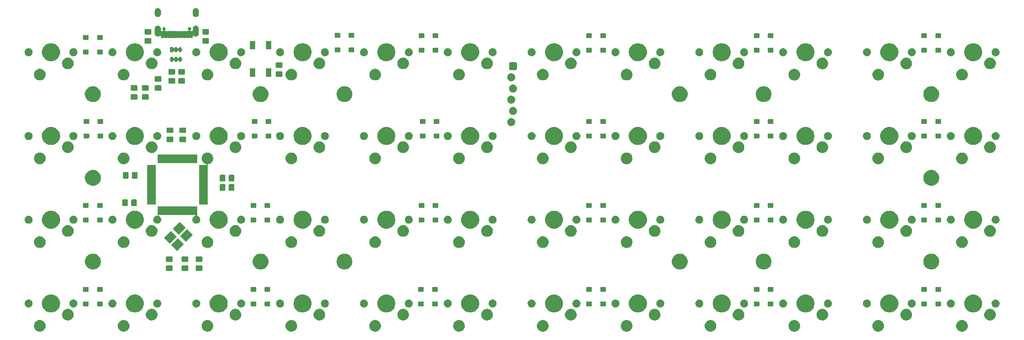
<source format=gbr>
G04 #@! TF.GenerationSoftware,KiCad,Pcbnew,(5.1.2-1)-1*
G04 #@! TF.CreationDate,2020-05-31T10:45:08-05:00*
G04 #@! TF.ProjectId,therick48,74686572-6963-46b3-9438-2e6b69636164,rev?*
G04 #@! TF.SameCoordinates,Original*
G04 #@! TF.FileFunction,Soldermask,Bot*
G04 #@! TF.FilePolarity,Negative*
%FSLAX46Y46*%
G04 Gerber Fmt 4.6, Leading zero omitted, Abs format (unit mm)*
G04 Created by KiCad (PCBNEW (5.1.2-1)-1) date 2020-05-31 10:45:08*
%MOMM*%
%LPD*%
G04 APERTURE LIST*
%ADD10C,0.100000*%
G04 APERTURE END LIST*
D10*
G36*
X262197715Y-105244383D02*
G01*
X262325322Y-105269765D01*
X262466148Y-105328097D01*
X262565727Y-105369344D01*
X262565728Y-105369345D01*
X262782089Y-105513912D01*
X262966088Y-105697911D01*
X263062685Y-105842479D01*
X263110656Y-105914273D01*
X263151903Y-106013852D01*
X263210235Y-106154678D01*
X263261000Y-106409893D01*
X263261000Y-106670107D01*
X263210235Y-106925322D01*
X263151903Y-107066148D01*
X263110656Y-107165727D01*
X263110655Y-107165728D01*
X262966088Y-107382089D01*
X262782089Y-107566088D01*
X262637521Y-107662685D01*
X262565727Y-107710656D01*
X262466148Y-107751903D01*
X262325322Y-107810235D01*
X262197714Y-107835618D01*
X262070109Y-107861000D01*
X261809891Y-107861000D01*
X261682286Y-107835618D01*
X261554678Y-107810235D01*
X261413852Y-107751903D01*
X261314273Y-107710656D01*
X261242479Y-107662685D01*
X261097911Y-107566088D01*
X260913912Y-107382089D01*
X260769345Y-107165728D01*
X260769344Y-107165727D01*
X260728097Y-107066148D01*
X260669765Y-106925322D01*
X260619000Y-106670107D01*
X260619000Y-106409893D01*
X260669765Y-106154678D01*
X260728097Y-106013852D01*
X260769344Y-105914273D01*
X260817315Y-105842479D01*
X260913912Y-105697911D01*
X261097911Y-105513912D01*
X261314272Y-105369345D01*
X261314273Y-105369344D01*
X261413852Y-105328097D01*
X261554678Y-105269765D01*
X261682286Y-105244382D01*
X261809891Y-105219000D01*
X262070109Y-105219000D01*
X262197715Y-105244383D01*
X262197715Y-105244383D01*
G37*
G36*
X243197715Y-105244383D02*
G01*
X243325322Y-105269765D01*
X243466148Y-105328097D01*
X243565727Y-105369344D01*
X243565728Y-105369345D01*
X243782089Y-105513912D01*
X243966088Y-105697911D01*
X244062685Y-105842479D01*
X244110656Y-105914273D01*
X244151903Y-106013852D01*
X244210235Y-106154678D01*
X244261000Y-106409893D01*
X244261000Y-106670107D01*
X244210235Y-106925322D01*
X244151903Y-107066148D01*
X244110656Y-107165727D01*
X244110655Y-107165728D01*
X243966088Y-107382089D01*
X243782089Y-107566088D01*
X243637521Y-107662685D01*
X243565727Y-107710656D01*
X243466148Y-107751903D01*
X243325322Y-107810235D01*
X243197714Y-107835618D01*
X243070109Y-107861000D01*
X242809891Y-107861000D01*
X242682286Y-107835618D01*
X242554678Y-107810235D01*
X242413852Y-107751903D01*
X242314273Y-107710656D01*
X242242479Y-107662685D01*
X242097911Y-107566088D01*
X241913912Y-107382089D01*
X241769345Y-107165728D01*
X241769344Y-107165727D01*
X241728097Y-107066148D01*
X241669765Y-106925322D01*
X241619000Y-106670107D01*
X241619000Y-106409893D01*
X241669765Y-106154678D01*
X241728097Y-106013852D01*
X241769344Y-105914273D01*
X241817315Y-105842479D01*
X241913912Y-105697911D01*
X242097911Y-105513912D01*
X242314272Y-105369345D01*
X242314273Y-105369344D01*
X242413852Y-105328097D01*
X242554678Y-105269765D01*
X242682286Y-105244382D01*
X242809891Y-105219000D01*
X243070109Y-105219000D01*
X243197715Y-105244383D01*
X243197715Y-105244383D01*
G37*
G36*
X224197715Y-105244383D02*
G01*
X224325322Y-105269765D01*
X224466148Y-105328097D01*
X224565727Y-105369344D01*
X224565728Y-105369345D01*
X224782089Y-105513912D01*
X224966088Y-105697911D01*
X225062685Y-105842479D01*
X225110656Y-105914273D01*
X225151903Y-106013852D01*
X225210235Y-106154678D01*
X225261000Y-106409893D01*
X225261000Y-106670107D01*
X225210235Y-106925322D01*
X225151903Y-107066148D01*
X225110656Y-107165727D01*
X225110655Y-107165728D01*
X224966088Y-107382089D01*
X224782089Y-107566088D01*
X224637521Y-107662685D01*
X224565727Y-107710656D01*
X224466148Y-107751903D01*
X224325322Y-107810235D01*
X224197714Y-107835618D01*
X224070109Y-107861000D01*
X223809891Y-107861000D01*
X223682286Y-107835618D01*
X223554678Y-107810235D01*
X223413852Y-107751903D01*
X223314273Y-107710656D01*
X223242479Y-107662685D01*
X223097911Y-107566088D01*
X222913912Y-107382089D01*
X222769345Y-107165728D01*
X222769344Y-107165727D01*
X222728097Y-107066148D01*
X222669765Y-106925322D01*
X222619000Y-106670107D01*
X222619000Y-106409893D01*
X222669765Y-106154678D01*
X222728097Y-106013852D01*
X222769344Y-105914273D01*
X222817315Y-105842479D01*
X222913912Y-105697911D01*
X223097911Y-105513912D01*
X223314272Y-105369345D01*
X223314273Y-105369344D01*
X223413852Y-105328097D01*
X223554678Y-105269765D01*
X223682286Y-105244382D01*
X223809891Y-105219000D01*
X224070109Y-105219000D01*
X224197715Y-105244383D01*
X224197715Y-105244383D01*
G37*
G36*
X205197715Y-105244383D02*
G01*
X205325322Y-105269765D01*
X205466148Y-105328097D01*
X205565727Y-105369344D01*
X205565728Y-105369345D01*
X205782089Y-105513912D01*
X205966088Y-105697911D01*
X206062685Y-105842479D01*
X206110656Y-105914273D01*
X206151903Y-106013852D01*
X206210235Y-106154678D01*
X206261000Y-106409893D01*
X206261000Y-106670107D01*
X206210235Y-106925322D01*
X206151903Y-107066148D01*
X206110656Y-107165727D01*
X206110655Y-107165728D01*
X205966088Y-107382089D01*
X205782089Y-107566088D01*
X205637521Y-107662685D01*
X205565727Y-107710656D01*
X205466148Y-107751903D01*
X205325322Y-107810235D01*
X205197714Y-107835618D01*
X205070109Y-107861000D01*
X204809891Y-107861000D01*
X204682286Y-107835618D01*
X204554678Y-107810235D01*
X204413852Y-107751903D01*
X204314273Y-107710656D01*
X204242479Y-107662685D01*
X204097911Y-107566088D01*
X203913912Y-107382089D01*
X203769345Y-107165728D01*
X203769344Y-107165727D01*
X203728097Y-107066148D01*
X203669765Y-106925322D01*
X203619000Y-106670107D01*
X203619000Y-106409893D01*
X203669765Y-106154678D01*
X203728097Y-106013852D01*
X203769344Y-105914273D01*
X203817315Y-105842479D01*
X203913912Y-105697911D01*
X204097911Y-105513912D01*
X204314272Y-105369345D01*
X204314273Y-105369344D01*
X204413852Y-105328097D01*
X204554678Y-105269765D01*
X204682286Y-105244382D01*
X204809891Y-105219000D01*
X205070109Y-105219000D01*
X205197715Y-105244383D01*
X205197715Y-105244383D01*
G37*
G36*
X186197715Y-105244383D02*
G01*
X186325322Y-105269765D01*
X186466148Y-105328097D01*
X186565727Y-105369344D01*
X186565728Y-105369345D01*
X186782089Y-105513912D01*
X186966088Y-105697911D01*
X187062685Y-105842479D01*
X187110656Y-105914273D01*
X187151903Y-106013852D01*
X187210235Y-106154678D01*
X187261000Y-106409893D01*
X187261000Y-106670107D01*
X187210235Y-106925322D01*
X187151903Y-107066148D01*
X187110656Y-107165727D01*
X187110655Y-107165728D01*
X186966088Y-107382089D01*
X186782089Y-107566088D01*
X186637521Y-107662685D01*
X186565727Y-107710656D01*
X186466148Y-107751903D01*
X186325322Y-107810235D01*
X186197714Y-107835618D01*
X186070109Y-107861000D01*
X185809891Y-107861000D01*
X185682286Y-107835618D01*
X185554678Y-107810235D01*
X185413852Y-107751903D01*
X185314273Y-107710656D01*
X185242479Y-107662685D01*
X185097911Y-107566088D01*
X184913912Y-107382089D01*
X184769345Y-107165728D01*
X184769344Y-107165727D01*
X184728097Y-107066148D01*
X184669765Y-106925322D01*
X184619000Y-106670107D01*
X184619000Y-106409893D01*
X184669765Y-106154678D01*
X184728097Y-106013852D01*
X184769344Y-105914273D01*
X184817315Y-105842479D01*
X184913912Y-105697911D01*
X185097911Y-105513912D01*
X185314272Y-105369345D01*
X185314273Y-105369344D01*
X185413852Y-105328097D01*
X185554678Y-105269765D01*
X185682286Y-105244382D01*
X185809891Y-105219000D01*
X186070109Y-105219000D01*
X186197715Y-105244383D01*
X186197715Y-105244383D01*
G37*
G36*
X167197715Y-105244383D02*
G01*
X167325322Y-105269765D01*
X167466148Y-105328097D01*
X167565727Y-105369344D01*
X167565728Y-105369345D01*
X167782089Y-105513912D01*
X167966088Y-105697911D01*
X168062685Y-105842479D01*
X168110656Y-105914273D01*
X168151903Y-106013852D01*
X168210235Y-106154678D01*
X168261000Y-106409893D01*
X168261000Y-106670107D01*
X168210235Y-106925322D01*
X168151903Y-107066148D01*
X168110656Y-107165727D01*
X168110655Y-107165728D01*
X167966088Y-107382089D01*
X167782089Y-107566088D01*
X167637521Y-107662685D01*
X167565727Y-107710656D01*
X167466148Y-107751903D01*
X167325322Y-107810235D01*
X167197714Y-107835618D01*
X167070109Y-107861000D01*
X166809891Y-107861000D01*
X166682286Y-107835618D01*
X166554678Y-107810235D01*
X166413852Y-107751903D01*
X166314273Y-107710656D01*
X166242479Y-107662685D01*
X166097911Y-107566088D01*
X165913912Y-107382089D01*
X165769345Y-107165728D01*
X165769344Y-107165727D01*
X165728097Y-107066148D01*
X165669765Y-106925322D01*
X165619000Y-106670107D01*
X165619000Y-106409893D01*
X165669765Y-106154678D01*
X165728097Y-106013852D01*
X165769344Y-105914273D01*
X165817315Y-105842479D01*
X165913912Y-105697911D01*
X166097911Y-105513912D01*
X166314272Y-105369345D01*
X166314273Y-105369344D01*
X166413852Y-105328097D01*
X166554678Y-105269765D01*
X166682286Y-105244382D01*
X166809891Y-105219000D01*
X167070109Y-105219000D01*
X167197715Y-105244383D01*
X167197715Y-105244383D01*
G37*
G36*
X148197715Y-105244383D02*
G01*
X148325322Y-105269765D01*
X148466148Y-105328097D01*
X148565727Y-105369344D01*
X148565728Y-105369345D01*
X148782089Y-105513912D01*
X148966088Y-105697911D01*
X149062685Y-105842479D01*
X149110656Y-105914273D01*
X149151903Y-106013852D01*
X149210235Y-106154678D01*
X149261000Y-106409893D01*
X149261000Y-106670107D01*
X149210235Y-106925322D01*
X149151903Y-107066148D01*
X149110656Y-107165727D01*
X149110655Y-107165728D01*
X148966088Y-107382089D01*
X148782089Y-107566088D01*
X148637521Y-107662685D01*
X148565727Y-107710656D01*
X148466148Y-107751903D01*
X148325322Y-107810235D01*
X148197714Y-107835618D01*
X148070109Y-107861000D01*
X147809891Y-107861000D01*
X147682286Y-107835618D01*
X147554678Y-107810235D01*
X147413852Y-107751903D01*
X147314273Y-107710656D01*
X147242479Y-107662685D01*
X147097911Y-107566088D01*
X146913912Y-107382089D01*
X146769345Y-107165728D01*
X146769344Y-107165727D01*
X146728097Y-107066148D01*
X146669765Y-106925322D01*
X146619000Y-106670107D01*
X146619000Y-106409893D01*
X146669765Y-106154678D01*
X146728097Y-106013852D01*
X146769344Y-105914273D01*
X146817315Y-105842479D01*
X146913912Y-105697911D01*
X147097911Y-105513912D01*
X147314272Y-105369345D01*
X147314273Y-105369344D01*
X147413852Y-105328097D01*
X147554678Y-105269765D01*
X147682286Y-105244382D01*
X147809891Y-105219000D01*
X148070109Y-105219000D01*
X148197715Y-105244383D01*
X148197715Y-105244383D01*
G37*
G36*
X129197715Y-105244383D02*
G01*
X129325322Y-105269765D01*
X129466148Y-105328097D01*
X129565727Y-105369344D01*
X129565728Y-105369345D01*
X129782089Y-105513912D01*
X129966088Y-105697911D01*
X130062685Y-105842479D01*
X130110656Y-105914273D01*
X130151903Y-106013852D01*
X130210235Y-106154678D01*
X130261000Y-106409893D01*
X130261000Y-106670107D01*
X130210235Y-106925322D01*
X130151903Y-107066148D01*
X130110656Y-107165727D01*
X130110655Y-107165728D01*
X129966088Y-107382089D01*
X129782089Y-107566088D01*
X129637521Y-107662685D01*
X129565727Y-107710656D01*
X129466148Y-107751903D01*
X129325322Y-107810235D01*
X129197714Y-107835618D01*
X129070109Y-107861000D01*
X128809891Y-107861000D01*
X128682286Y-107835618D01*
X128554678Y-107810235D01*
X128413852Y-107751903D01*
X128314273Y-107710656D01*
X128242479Y-107662685D01*
X128097911Y-107566088D01*
X127913912Y-107382089D01*
X127769345Y-107165728D01*
X127769344Y-107165727D01*
X127728097Y-107066148D01*
X127669765Y-106925322D01*
X127619000Y-106670107D01*
X127619000Y-106409893D01*
X127669765Y-106154678D01*
X127728097Y-106013852D01*
X127769344Y-105914273D01*
X127817315Y-105842479D01*
X127913912Y-105697911D01*
X128097911Y-105513912D01*
X128314272Y-105369345D01*
X128314273Y-105369344D01*
X128413852Y-105328097D01*
X128554678Y-105269765D01*
X128682286Y-105244382D01*
X128809891Y-105219000D01*
X129070109Y-105219000D01*
X129197715Y-105244383D01*
X129197715Y-105244383D01*
G37*
G36*
X110197715Y-105244383D02*
G01*
X110325322Y-105269765D01*
X110466148Y-105328097D01*
X110565727Y-105369344D01*
X110565728Y-105369345D01*
X110782089Y-105513912D01*
X110966088Y-105697911D01*
X111062685Y-105842479D01*
X111110656Y-105914273D01*
X111151903Y-106013852D01*
X111210235Y-106154678D01*
X111261000Y-106409893D01*
X111261000Y-106670107D01*
X111210235Y-106925322D01*
X111151903Y-107066148D01*
X111110656Y-107165727D01*
X111110655Y-107165728D01*
X110966088Y-107382089D01*
X110782089Y-107566088D01*
X110637521Y-107662685D01*
X110565727Y-107710656D01*
X110466148Y-107751903D01*
X110325322Y-107810235D01*
X110197714Y-107835618D01*
X110070109Y-107861000D01*
X109809891Y-107861000D01*
X109682286Y-107835618D01*
X109554678Y-107810235D01*
X109413852Y-107751903D01*
X109314273Y-107710656D01*
X109242479Y-107662685D01*
X109097911Y-107566088D01*
X108913912Y-107382089D01*
X108769345Y-107165728D01*
X108769344Y-107165727D01*
X108728097Y-107066148D01*
X108669765Y-106925322D01*
X108619000Y-106670107D01*
X108619000Y-106409893D01*
X108669765Y-106154678D01*
X108728097Y-106013852D01*
X108769344Y-105914273D01*
X108817315Y-105842479D01*
X108913912Y-105697911D01*
X109097911Y-105513912D01*
X109314272Y-105369345D01*
X109314273Y-105369344D01*
X109413852Y-105328097D01*
X109554678Y-105269765D01*
X109682286Y-105244382D01*
X109809891Y-105219000D01*
X110070109Y-105219000D01*
X110197715Y-105244383D01*
X110197715Y-105244383D01*
G37*
G36*
X91197715Y-105244383D02*
G01*
X91325322Y-105269765D01*
X91466148Y-105328097D01*
X91565727Y-105369344D01*
X91565728Y-105369345D01*
X91782089Y-105513912D01*
X91966088Y-105697911D01*
X92062685Y-105842479D01*
X92110656Y-105914273D01*
X92151903Y-106013852D01*
X92210235Y-106154678D01*
X92261000Y-106409893D01*
X92261000Y-106670107D01*
X92210235Y-106925322D01*
X92151903Y-107066148D01*
X92110656Y-107165727D01*
X92110655Y-107165728D01*
X91966088Y-107382089D01*
X91782089Y-107566088D01*
X91637521Y-107662685D01*
X91565727Y-107710656D01*
X91466148Y-107751903D01*
X91325322Y-107810235D01*
X91197714Y-107835618D01*
X91070109Y-107861000D01*
X90809891Y-107861000D01*
X90682286Y-107835618D01*
X90554678Y-107810235D01*
X90413852Y-107751903D01*
X90314273Y-107710656D01*
X90242479Y-107662685D01*
X90097911Y-107566088D01*
X89913912Y-107382089D01*
X89769345Y-107165728D01*
X89769344Y-107165727D01*
X89728097Y-107066148D01*
X89669765Y-106925322D01*
X89619000Y-106670107D01*
X89619000Y-106409893D01*
X89669765Y-106154678D01*
X89728097Y-106013852D01*
X89769344Y-105914273D01*
X89817315Y-105842479D01*
X89913912Y-105697911D01*
X90097911Y-105513912D01*
X90314272Y-105369345D01*
X90314273Y-105369344D01*
X90413852Y-105328097D01*
X90554678Y-105269765D01*
X90682286Y-105244382D01*
X90809891Y-105219000D01*
X91070109Y-105219000D01*
X91197715Y-105244383D01*
X91197715Y-105244383D01*
G37*
G36*
X72197715Y-105244383D02*
G01*
X72325322Y-105269765D01*
X72466148Y-105328097D01*
X72565727Y-105369344D01*
X72565728Y-105369345D01*
X72782089Y-105513912D01*
X72966088Y-105697911D01*
X73062685Y-105842479D01*
X73110656Y-105914273D01*
X73151903Y-106013852D01*
X73210235Y-106154678D01*
X73261000Y-106409893D01*
X73261000Y-106670107D01*
X73210235Y-106925322D01*
X73151903Y-107066148D01*
X73110656Y-107165727D01*
X73110655Y-107165728D01*
X72966088Y-107382089D01*
X72782089Y-107566088D01*
X72637521Y-107662685D01*
X72565727Y-107710656D01*
X72466148Y-107751903D01*
X72325322Y-107810235D01*
X72197714Y-107835618D01*
X72070109Y-107861000D01*
X71809891Y-107861000D01*
X71682286Y-107835618D01*
X71554678Y-107810235D01*
X71413852Y-107751903D01*
X71314273Y-107710656D01*
X71242479Y-107662685D01*
X71097911Y-107566088D01*
X70913912Y-107382089D01*
X70769345Y-107165728D01*
X70769344Y-107165727D01*
X70728097Y-107066148D01*
X70669765Y-106925322D01*
X70619000Y-106670107D01*
X70619000Y-106409893D01*
X70669765Y-106154678D01*
X70728097Y-106013852D01*
X70769344Y-105914273D01*
X70817315Y-105842479D01*
X70913912Y-105697911D01*
X71097911Y-105513912D01*
X71314272Y-105369345D01*
X71314273Y-105369344D01*
X71413852Y-105328097D01*
X71554678Y-105269765D01*
X71682286Y-105244382D01*
X71809891Y-105219000D01*
X72070109Y-105219000D01*
X72197715Y-105244383D01*
X72197715Y-105244383D01*
G37*
G36*
X53197715Y-105244383D02*
G01*
X53325322Y-105269765D01*
X53466148Y-105328097D01*
X53565727Y-105369344D01*
X53565728Y-105369345D01*
X53782089Y-105513912D01*
X53966088Y-105697911D01*
X54062685Y-105842479D01*
X54110656Y-105914273D01*
X54151903Y-106013852D01*
X54210235Y-106154678D01*
X54261000Y-106409893D01*
X54261000Y-106670107D01*
X54210235Y-106925322D01*
X54151903Y-107066148D01*
X54110656Y-107165727D01*
X54110655Y-107165728D01*
X53966088Y-107382089D01*
X53782089Y-107566088D01*
X53637521Y-107662685D01*
X53565727Y-107710656D01*
X53466148Y-107751903D01*
X53325322Y-107810235D01*
X53197714Y-107835618D01*
X53070109Y-107861000D01*
X52809891Y-107861000D01*
X52682286Y-107835618D01*
X52554678Y-107810235D01*
X52413852Y-107751903D01*
X52314273Y-107710656D01*
X52242479Y-107662685D01*
X52097911Y-107566088D01*
X51913912Y-107382089D01*
X51769345Y-107165728D01*
X51769344Y-107165727D01*
X51728097Y-107066148D01*
X51669765Y-106925322D01*
X51619000Y-106670107D01*
X51619000Y-106409893D01*
X51669765Y-106154678D01*
X51728097Y-106013852D01*
X51769344Y-105914273D01*
X51817315Y-105842479D01*
X51913912Y-105697911D01*
X52097911Y-105513912D01*
X52314272Y-105369345D01*
X52314273Y-105369344D01*
X52413852Y-105328097D01*
X52554678Y-105269765D01*
X52682286Y-105244382D01*
X52809891Y-105219000D01*
X53070109Y-105219000D01*
X53197715Y-105244383D01*
X53197715Y-105244383D01*
G37*
G36*
X97547714Y-102704382D02*
G01*
X97675322Y-102729765D01*
X97816148Y-102788097D01*
X97915727Y-102829344D01*
X97915728Y-102829345D01*
X98132089Y-102973912D01*
X98316088Y-103157911D01*
X98392431Y-103272167D01*
X98460656Y-103374273D01*
X98501903Y-103473852D01*
X98560235Y-103614678D01*
X98611000Y-103869893D01*
X98611000Y-104130107D01*
X98560235Y-104385322D01*
X98501903Y-104526148D01*
X98460656Y-104625727D01*
X98460655Y-104625728D01*
X98316088Y-104842089D01*
X98132089Y-105026088D01*
X97987521Y-105122685D01*
X97915727Y-105170656D01*
X97816148Y-105211903D01*
X97675322Y-105270235D01*
X97547714Y-105295618D01*
X97420109Y-105321000D01*
X97159891Y-105321000D01*
X97032286Y-105295618D01*
X96904678Y-105270235D01*
X96763852Y-105211903D01*
X96664273Y-105170656D01*
X96592479Y-105122685D01*
X96447911Y-105026088D01*
X96263912Y-104842089D01*
X96119345Y-104625728D01*
X96119344Y-104625727D01*
X96078097Y-104526148D01*
X96019765Y-104385322D01*
X95969000Y-104130107D01*
X95969000Y-103869893D01*
X96019765Y-103614678D01*
X96078097Y-103473852D01*
X96119344Y-103374273D01*
X96187569Y-103272167D01*
X96263912Y-103157911D01*
X96447911Y-102973912D01*
X96664272Y-102829345D01*
X96664273Y-102829344D01*
X96763852Y-102788097D01*
X96904678Y-102729765D01*
X97032285Y-102704383D01*
X97159891Y-102679000D01*
X97420109Y-102679000D01*
X97547714Y-102704382D01*
X97547714Y-102704382D01*
G37*
G36*
X59547714Y-102704382D02*
G01*
X59675322Y-102729765D01*
X59816148Y-102788097D01*
X59915727Y-102829344D01*
X59915728Y-102829345D01*
X60132089Y-102973912D01*
X60316088Y-103157911D01*
X60392431Y-103272167D01*
X60460656Y-103374273D01*
X60501903Y-103473852D01*
X60560235Y-103614678D01*
X60611000Y-103869893D01*
X60611000Y-104130107D01*
X60560235Y-104385322D01*
X60501903Y-104526148D01*
X60460656Y-104625727D01*
X60460655Y-104625728D01*
X60316088Y-104842089D01*
X60132089Y-105026088D01*
X59987521Y-105122685D01*
X59915727Y-105170656D01*
X59816148Y-105211903D01*
X59675322Y-105270235D01*
X59547714Y-105295618D01*
X59420109Y-105321000D01*
X59159891Y-105321000D01*
X59032286Y-105295618D01*
X58904678Y-105270235D01*
X58763852Y-105211903D01*
X58664273Y-105170656D01*
X58592479Y-105122685D01*
X58447911Y-105026088D01*
X58263912Y-104842089D01*
X58119345Y-104625728D01*
X58119344Y-104625727D01*
X58078097Y-104526148D01*
X58019765Y-104385322D01*
X57969000Y-104130107D01*
X57969000Y-103869893D01*
X58019765Y-103614678D01*
X58078097Y-103473852D01*
X58119344Y-103374273D01*
X58187569Y-103272167D01*
X58263912Y-103157911D01*
X58447911Y-102973912D01*
X58664272Y-102829345D01*
X58664273Y-102829344D01*
X58763852Y-102788097D01*
X58904678Y-102729765D01*
X59032285Y-102704383D01*
X59159891Y-102679000D01*
X59420109Y-102679000D01*
X59547714Y-102704382D01*
X59547714Y-102704382D01*
G37*
G36*
X78547714Y-102704382D02*
G01*
X78675322Y-102729765D01*
X78816148Y-102788097D01*
X78915727Y-102829344D01*
X78915728Y-102829345D01*
X79132089Y-102973912D01*
X79316088Y-103157911D01*
X79392431Y-103272167D01*
X79460656Y-103374273D01*
X79501903Y-103473852D01*
X79560235Y-103614678D01*
X79611000Y-103869893D01*
X79611000Y-104130107D01*
X79560235Y-104385322D01*
X79501903Y-104526148D01*
X79460656Y-104625727D01*
X79460655Y-104625728D01*
X79316088Y-104842089D01*
X79132089Y-105026088D01*
X78987521Y-105122685D01*
X78915727Y-105170656D01*
X78816148Y-105211903D01*
X78675322Y-105270235D01*
X78547714Y-105295618D01*
X78420109Y-105321000D01*
X78159891Y-105321000D01*
X78032286Y-105295618D01*
X77904678Y-105270235D01*
X77763852Y-105211903D01*
X77664273Y-105170656D01*
X77592479Y-105122685D01*
X77447911Y-105026088D01*
X77263912Y-104842089D01*
X77119345Y-104625728D01*
X77119344Y-104625727D01*
X77078097Y-104526148D01*
X77019765Y-104385322D01*
X76969000Y-104130107D01*
X76969000Y-103869893D01*
X77019765Y-103614678D01*
X77078097Y-103473852D01*
X77119344Y-103374273D01*
X77187569Y-103272167D01*
X77263912Y-103157911D01*
X77447911Y-102973912D01*
X77664272Y-102829345D01*
X77664273Y-102829344D01*
X77763852Y-102788097D01*
X77904678Y-102729765D01*
X78032285Y-102704383D01*
X78159891Y-102679000D01*
X78420109Y-102679000D01*
X78547714Y-102704382D01*
X78547714Y-102704382D01*
G37*
G36*
X116547714Y-102704382D02*
G01*
X116675322Y-102729765D01*
X116816148Y-102788097D01*
X116915727Y-102829344D01*
X116915728Y-102829345D01*
X117132089Y-102973912D01*
X117316088Y-103157911D01*
X117392431Y-103272167D01*
X117460656Y-103374273D01*
X117501903Y-103473852D01*
X117560235Y-103614678D01*
X117611000Y-103869893D01*
X117611000Y-104130107D01*
X117560235Y-104385322D01*
X117501903Y-104526148D01*
X117460656Y-104625727D01*
X117460655Y-104625728D01*
X117316088Y-104842089D01*
X117132089Y-105026088D01*
X116987521Y-105122685D01*
X116915727Y-105170656D01*
X116816148Y-105211903D01*
X116675322Y-105270235D01*
X116547714Y-105295618D01*
X116420109Y-105321000D01*
X116159891Y-105321000D01*
X116032286Y-105295618D01*
X115904678Y-105270235D01*
X115763852Y-105211903D01*
X115664273Y-105170656D01*
X115592479Y-105122685D01*
X115447911Y-105026088D01*
X115263912Y-104842089D01*
X115119345Y-104625728D01*
X115119344Y-104625727D01*
X115078097Y-104526148D01*
X115019765Y-104385322D01*
X114969000Y-104130107D01*
X114969000Y-103869893D01*
X115019765Y-103614678D01*
X115078097Y-103473852D01*
X115119344Y-103374273D01*
X115187569Y-103272167D01*
X115263912Y-103157911D01*
X115447911Y-102973912D01*
X115664272Y-102829345D01*
X115664273Y-102829344D01*
X115763852Y-102788097D01*
X115904678Y-102729765D01*
X116032285Y-102704383D01*
X116159891Y-102679000D01*
X116420109Y-102679000D01*
X116547714Y-102704382D01*
X116547714Y-102704382D01*
G37*
G36*
X135547714Y-102704382D02*
G01*
X135675322Y-102729765D01*
X135816148Y-102788097D01*
X135915727Y-102829344D01*
X135915728Y-102829345D01*
X136132089Y-102973912D01*
X136316088Y-103157911D01*
X136392431Y-103272167D01*
X136460656Y-103374273D01*
X136501903Y-103473852D01*
X136560235Y-103614678D01*
X136611000Y-103869893D01*
X136611000Y-104130107D01*
X136560235Y-104385322D01*
X136501903Y-104526148D01*
X136460656Y-104625727D01*
X136460655Y-104625728D01*
X136316088Y-104842089D01*
X136132089Y-105026088D01*
X135987521Y-105122685D01*
X135915727Y-105170656D01*
X135816148Y-105211903D01*
X135675322Y-105270235D01*
X135547714Y-105295618D01*
X135420109Y-105321000D01*
X135159891Y-105321000D01*
X135032286Y-105295618D01*
X134904678Y-105270235D01*
X134763852Y-105211903D01*
X134664273Y-105170656D01*
X134592479Y-105122685D01*
X134447911Y-105026088D01*
X134263912Y-104842089D01*
X134119345Y-104625728D01*
X134119344Y-104625727D01*
X134078097Y-104526148D01*
X134019765Y-104385322D01*
X133969000Y-104130107D01*
X133969000Y-103869893D01*
X134019765Y-103614678D01*
X134078097Y-103473852D01*
X134119344Y-103374273D01*
X134187569Y-103272167D01*
X134263912Y-103157911D01*
X134447911Y-102973912D01*
X134664272Y-102829345D01*
X134664273Y-102829344D01*
X134763852Y-102788097D01*
X134904678Y-102729765D01*
X135032285Y-102704383D01*
X135159891Y-102679000D01*
X135420109Y-102679000D01*
X135547714Y-102704382D01*
X135547714Y-102704382D01*
G37*
G36*
X154547714Y-102704382D02*
G01*
X154675322Y-102729765D01*
X154816148Y-102788097D01*
X154915727Y-102829344D01*
X154915728Y-102829345D01*
X155132089Y-102973912D01*
X155316088Y-103157911D01*
X155392431Y-103272167D01*
X155460656Y-103374273D01*
X155501903Y-103473852D01*
X155560235Y-103614678D01*
X155611000Y-103869893D01*
X155611000Y-104130107D01*
X155560235Y-104385322D01*
X155501903Y-104526148D01*
X155460656Y-104625727D01*
X155460655Y-104625728D01*
X155316088Y-104842089D01*
X155132089Y-105026088D01*
X154987521Y-105122685D01*
X154915727Y-105170656D01*
X154816148Y-105211903D01*
X154675322Y-105270235D01*
X154547714Y-105295618D01*
X154420109Y-105321000D01*
X154159891Y-105321000D01*
X154032286Y-105295618D01*
X153904678Y-105270235D01*
X153763852Y-105211903D01*
X153664273Y-105170656D01*
X153592479Y-105122685D01*
X153447911Y-105026088D01*
X153263912Y-104842089D01*
X153119345Y-104625728D01*
X153119344Y-104625727D01*
X153078097Y-104526148D01*
X153019765Y-104385322D01*
X152969000Y-104130107D01*
X152969000Y-103869893D01*
X153019765Y-103614678D01*
X153078097Y-103473852D01*
X153119344Y-103374273D01*
X153187569Y-103272167D01*
X153263912Y-103157911D01*
X153447911Y-102973912D01*
X153664272Y-102829345D01*
X153664273Y-102829344D01*
X153763852Y-102788097D01*
X153904678Y-102729765D01*
X154032285Y-102704383D01*
X154159891Y-102679000D01*
X154420109Y-102679000D01*
X154547714Y-102704382D01*
X154547714Y-102704382D01*
G37*
G36*
X173547714Y-102704382D02*
G01*
X173675322Y-102729765D01*
X173816148Y-102788097D01*
X173915727Y-102829344D01*
X173915728Y-102829345D01*
X174132089Y-102973912D01*
X174316088Y-103157911D01*
X174392431Y-103272167D01*
X174460656Y-103374273D01*
X174501903Y-103473852D01*
X174560235Y-103614678D01*
X174611000Y-103869893D01*
X174611000Y-104130107D01*
X174560235Y-104385322D01*
X174501903Y-104526148D01*
X174460656Y-104625727D01*
X174460655Y-104625728D01*
X174316088Y-104842089D01*
X174132089Y-105026088D01*
X173987521Y-105122685D01*
X173915727Y-105170656D01*
X173816148Y-105211903D01*
X173675322Y-105270235D01*
X173547714Y-105295618D01*
X173420109Y-105321000D01*
X173159891Y-105321000D01*
X173032286Y-105295618D01*
X172904678Y-105270235D01*
X172763852Y-105211903D01*
X172664273Y-105170656D01*
X172592479Y-105122685D01*
X172447911Y-105026088D01*
X172263912Y-104842089D01*
X172119345Y-104625728D01*
X172119344Y-104625727D01*
X172078097Y-104526148D01*
X172019765Y-104385322D01*
X171969000Y-104130107D01*
X171969000Y-103869893D01*
X172019765Y-103614678D01*
X172078097Y-103473852D01*
X172119344Y-103374273D01*
X172187569Y-103272167D01*
X172263912Y-103157911D01*
X172447911Y-102973912D01*
X172664272Y-102829345D01*
X172664273Y-102829344D01*
X172763852Y-102788097D01*
X172904678Y-102729765D01*
X173032285Y-102704383D01*
X173159891Y-102679000D01*
X173420109Y-102679000D01*
X173547714Y-102704382D01*
X173547714Y-102704382D01*
G37*
G36*
X192547714Y-102704382D02*
G01*
X192675322Y-102729765D01*
X192816148Y-102788097D01*
X192915727Y-102829344D01*
X192915728Y-102829345D01*
X193132089Y-102973912D01*
X193316088Y-103157911D01*
X193392431Y-103272167D01*
X193460656Y-103374273D01*
X193501903Y-103473852D01*
X193560235Y-103614678D01*
X193611000Y-103869893D01*
X193611000Y-104130107D01*
X193560235Y-104385322D01*
X193501903Y-104526148D01*
X193460656Y-104625727D01*
X193460655Y-104625728D01*
X193316088Y-104842089D01*
X193132089Y-105026088D01*
X192987521Y-105122685D01*
X192915727Y-105170656D01*
X192816148Y-105211903D01*
X192675322Y-105270235D01*
X192547714Y-105295618D01*
X192420109Y-105321000D01*
X192159891Y-105321000D01*
X192032286Y-105295618D01*
X191904678Y-105270235D01*
X191763852Y-105211903D01*
X191664273Y-105170656D01*
X191592479Y-105122685D01*
X191447911Y-105026088D01*
X191263912Y-104842089D01*
X191119345Y-104625728D01*
X191119344Y-104625727D01*
X191078097Y-104526148D01*
X191019765Y-104385322D01*
X190969000Y-104130107D01*
X190969000Y-103869893D01*
X191019765Y-103614678D01*
X191078097Y-103473852D01*
X191119344Y-103374273D01*
X191187569Y-103272167D01*
X191263912Y-103157911D01*
X191447911Y-102973912D01*
X191664272Y-102829345D01*
X191664273Y-102829344D01*
X191763852Y-102788097D01*
X191904678Y-102729765D01*
X192032285Y-102704383D01*
X192159891Y-102679000D01*
X192420109Y-102679000D01*
X192547714Y-102704382D01*
X192547714Y-102704382D01*
G37*
G36*
X211547714Y-102704382D02*
G01*
X211675322Y-102729765D01*
X211816148Y-102788097D01*
X211915727Y-102829344D01*
X211915728Y-102829345D01*
X212132089Y-102973912D01*
X212316088Y-103157911D01*
X212392431Y-103272167D01*
X212460656Y-103374273D01*
X212501903Y-103473852D01*
X212560235Y-103614678D01*
X212611000Y-103869893D01*
X212611000Y-104130107D01*
X212560235Y-104385322D01*
X212501903Y-104526148D01*
X212460656Y-104625727D01*
X212460655Y-104625728D01*
X212316088Y-104842089D01*
X212132089Y-105026088D01*
X211987521Y-105122685D01*
X211915727Y-105170656D01*
X211816148Y-105211903D01*
X211675322Y-105270235D01*
X211547714Y-105295618D01*
X211420109Y-105321000D01*
X211159891Y-105321000D01*
X211032286Y-105295618D01*
X210904678Y-105270235D01*
X210763852Y-105211903D01*
X210664273Y-105170656D01*
X210592479Y-105122685D01*
X210447911Y-105026088D01*
X210263912Y-104842089D01*
X210119345Y-104625728D01*
X210119344Y-104625727D01*
X210078097Y-104526148D01*
X210019765Y-104385322D01*
X209969000Y-104130107D01*
X209969000Y-103869893D01*
X210019765Y-103614678D01*
X210078097Y-103473852D01*
X210119344Y-103374273D01*
X210187569Y-103272167D01*
X210263912Y-103157911D01*
X210447911Y-102973912D01*
X210664272Y-102829345D01*
X210664273Y-102829344D01*
X210763852Y-102788097D01*
X210904678Y-102729765D01*
X211032285Y-102704383D01*
X211159891Y-102679000D01*
X211420109Y-102679000D01*
X211547714Y-102704382D01*
X211547714Y-102704382D01*
G37*
G36*
X230547714Y-102704382D02*
G01*
X230675322Y-102729765D01*
X230816148Y-102788097D01*
X230915727Y-102829344D01*
X230915728Y-102829345D01*
X231132089Y-102973912D01*
X231316088Y-103157911D01*
X231392431Y-103272167D01*
X231460656Y-103374273D01*
X231501903Y-103473852D01*
X231560235Y-103614678D01*
X231611000Y-103869893D01*
X231611000Y-104130107D01*
X231560235Y-104385322D01*
X231501903Y-104526148D01*
X231460656Y-104625727D01*
X231460655Y-104625728D01*
X231316088Y-104842089D01*
X231132089Y-105026088D01*
X230987521Y-105122685D01*
X230915727Y-105170656D01*
X230816148Y-105211903D01*
X230675322Y-105270235D01*
X230547714Y-105295618D01*
X230420109Y-105321000D01*
X230159891Y-105321000D01*
X230032286Y-105295618D01*
X229904678Y-105270235D01*
X229763852Y-105211903D01*
X229664273Y-105170656D01*
X229592479Y-105122685D01*
X229447911Y-105026088D01*
X229263912Y-104842089D01*
X229119345Y-104625728D01*
X229119344Y-104625727D01*
X229078097Y-104526148D01*
X229019765Y-104385322D01*
X228969000Y-104130107D01*
X228969000Y-103869893D01*
X229019765Y-103614678D01*
X229078097Y-103473852D01*
X229119344Y-103374273D01*
X229187569Y-103272167D01*
X229263912Y-103157911D01*
X229447911Y-102973912D01*
X229664272Y-102829345D01*
X229664273Y-102829344D01*
X229763852Y-102788097D01*
X229904678Y-102729765D01*
X230032285Y-102704383D01*
X230159891Y-102679000D01*
X230420109Y-102679000D01*
X230547714Y-102704382D01*
X230547714Y-102704382D01*
G37*
G36*
X249547714Y-102704382D02*
G01*
X249675322Y-102729765D01*
X249816148Y-102788097D01*
X249915727Y-102829344D01*
X249915728Y-102829345D01*
X250132089Y-102973912D01*
X250316088Y-103157911D01*
X250392431Y-103272167D01*
X250460656Y-103374273D01*
X250501903Y-103473852D01*
X250560235Y-103614678D01*
X250611000Y-103869893D01*
X250611000Y-104130107D01*
X250560235Y-104385322D01*
X250501903Y-104526148D01*
X250460656Y-104625727D01*
X250460655Y-104625728D01*
X250316088Y-104842089D01*
X250132089Y-105026088D01*
X249987521Y-105122685D01*
X249915727Y-105170656D01*
X249816148Y-105211903D01*
X249675322Y-105270235D01*
X249547714Y-105295618D01*
X249420109Y-105321000D01*
X249159891Y-105321000D01*
X249032286Y-105295618D01*
X248904678Y-105270235D01*
X248763852Y-105211903D01*
X248664273Y-105170656D01*
X248592479Y-105122685D01*
X248447911Y-105026088D01*
X248263912Y-104842089D01*
X248119345Y-104625728D01*
X248119344Y-104625727D01*
X248078097Y-104526148D01*
X248019765Y-104385322D01*
X247969000Y-104130107D01*
X247969000Y-103869893D01*
X248019765Y-103614678D01*
X248078097Y-103473852D01*
X248119344Y-103374273D01*
X248187569Y-103272167D01*
X248263912Y-103157911D01*
X248447911Y-102973912D01*
X248664272Y-102829345D01*
X248664273Y-102829344D01*
X248763852Y-102788097D01*
X248904678Y-102729765D01*
X249032285Y-102704383D01*
X249159891Y-102679000D01*
X249420109Y-102679000D01*
X249547714Y-102704382D01*
X249547714Y-102704382D01*
G37*
G36*
X268547714Y-102704382D02*
G01*
X268675322Y-102729765D01*
X268816148Y-102788097D01*
X268915727Y-102829344D01*
X268915728Y-102829345D01*
X269132089Y-102973912D01*
X269316088Y-103157911D01*
X269392431Y-103272167D01*
X269460656Y-103374273D01*
X269501903Y-103473852D01*
X269560235Y-103614678D01*
X269611000Y-103869893D01*
X269611000Y-104130107D01*
X269560235Y-104385322D01*
X269501903Y-104526148D01*
X269460656Y-104625727D01*
X269460655Y-104625728D01*
X269316088Y-104842089D01*
X269132089Y-105026088D01*
X268987521Y-105122685D01*
X268915727Y-105170656D01*
X268816148Y-105211903D01*
X268675322Y-105270235D01*
X268547714Y-105295618D01*
X268420109Y-105321000D01*
X268159891Y-105321000D01*
X268032286Y-105295618D01*
X267904678Y-105270235D01*
X267763852Y-105211903D01*
X267664273Y-105170656D01*
X267592479Y-105122685D01*
X267447911Y-105026088D01*
X267263912Y-104842089D01*
X267119345Y-104625728D01*
X267119344Y-104625727D01*
X267078097Y-104526148D01*
X267019765Y-104385322D01*
X266969000Y-104130107D01*
X266969000Y-103869893D01*
X267019765Y-103614678D01*
X267078097Y-103473852D01*
X267119344Y-103374273D01*
X267187569Y-103272167D01*
X267263912Y-103157911D01*
X267447911Y-102973912D01*
X267664272Y-102829345D01*
X267664273Y-102829344D01*
X267763852Y-102788097D01*
X267904678Y-102729765D01*
X268032285Y-102704383D01*
X268159891Y-102679000D01*
X268420109Y-102679000D01*
X268547714Y-102704382D01*
X268547714Y-102704382D01*
G37*
G36*
X113076474Y-99493684D02*
G01*
X113294474Y-99583983D01*
X113448623Y-99647833D01*
X113783548Y-99871623D01*
X114068377Y-100156452D01*
X114292167Y-100491377D01*
X114356017Y-100645526D01*
X114446316Y-100863526D01*
X114524900Y-101258594D01*
X114524900Y-101661406D01*
X114446316Y-102056474D01*
X114362322Y-102259253D01*
X114292167Y-102428623D01*
X114068377Y-102763548D01*
X113783548Y-103048377D01*
X113448623Y-103272167D01*
X113294474Y-103336017D01*
X113076474Y-103426316D01*
X112681406Y-103504900D01*
X112278594Y-103504900D01*
X111883526Y-103426316D01*
X111665526Y-103336017D01*
X111511377Y-103272167D01*
X111176452Y-103048377D01*
X110891623Y-102763548D01*
X110667833Y-102428623D01*
X110597678Y-102259253D01*
X110513684Y-102056474D01*
X110435100Y-101661406D01*
X110435100Y-101258594D01*
X110513684Y-100863526D01*
X110603983Y-100645526D01*
X110667833Y-100491377D01*
X110891623Y-100156452D01*
X111176452Y-99871623D01*
X111511377Y-99647833D01*
X111665526Y-99583983D01*
X111883526Y-99493684D01*
X112278594Y-99415100D01*
X112681406Y-99415100D01*
X113076474Y-99493684D01*
X113076474Y-99493684D01*
G37*
G36*
X151076474Y-99493684D02*
G01*
X151294474Y-99583983D01*
X151448623Y-99647833D01*
X151783548Y-99871623D01*
X152068377Y-100156452D01*
X152292167Y-100491377D01*
X152356017Y-100645526D01*
X152446316Y-100863526D01*
X152524900Y-101258594D01*
X152524900Y-101661406D01*
X152446316Y-102056474D01*
X152362322Y-102259253D01*
X152292167Y-102428623D01*
X152068377Y-102763548D01*
X151783548Y-103048377D01*
X151448623Y-103272167D01*
X151294474Y-103336017D01*
X151076474Y-103426316D01*
X150681406Y-103504900D01*
X150278594Y-103504900D01*
X149883526Y-103426316D01*
X149665526Y-103336017D01*
X149511377Y-103272167D01*
X149176452Y-103048377D01*
X148891623Y-102763548D01*
X148667833Y-102428623D01*
X148597678Y-102259253D01*
X148513684Y-102056474D01*
X148435100Y-101661406D01*
X148435100Y-101258594D01*
X148513684Y-100863526D01*
X148603983Y-100645526D01*
X148667833Y-100491377D01*
X148891623Y-100156452D01*
X149176452Y-99871623D01*
X149511377Y-99647833D01*
X149665526Y-99583983D01*
X149883526Y-99493684D01*
X150278594Y-99415100D01*
X150681406Y-99415100D01*
X151076474Y-99493684D01*
X151076474Y-99493684D01*
G37*
G36*
X265076474Y-99493684D02*
G01*
X265294474Y-99583983D01*
X265448623Y-99647833D01*
X265783548Y-99871623D01*
X266068377Y-100156452D01*
X266292167Y-100491377D01*
X266356017Y-100645526D01*
X266446316Y-100863526D01*
X266524900Y-101258594D01*
X266524900Y-101661406D01*
X266446316Y-102056474D01*
X266362322Y-102259253D01*
X266292167Y-102428623D01*
X266068377Y-102763548D01*
X265783548Y-103048377D01*
X265448623Y-103272167D01*
X265294474Y-103336017D01*
X265076474Y-103426316D01*
X264681406Y-103504900D01*
X264278594Y-103504900D01*
X263883526Y-103426316D01*
X263665526Y-103336017D01*
X263511377Y-103272167D01*
X263176452Y-103048377D01*
X262891623Y-102763548D01*
X262667833Y-102428623D01*
X262597678Y-102259253D01*
X262513684Y-102056474D01*
X262435100Y-101661406D01*
X262435100Y-101258594D01*
X262513684Y-100863526D01*
X262603983Y-100645526D01*
X262667833Y-100491377D01*
X262891623Y-100156452D01*
X263176452Y-99871623D01*
X263511377Y-99647833D01*
X263665526Y-99583983D01*
X263883526Y-99493684D01*
X264278594Y-99415100D01*
X264681406Y-99415100D01*
X265076474Y-99493684D01*
X265076474Y-99493684D01*
G37*
G36*
X246076474Y-99493684D02*
G01*
X246294474Y-99583983D01*
X246448623Y-99647833D01*
X246783548Y-99871623D01*
X247068377Y-100156452D01*
X247292167Y-100491377D01*
X247356017Y-100645526D01*
X247446316Y-100863526D01*
X247524900Y-101258594D01*
X247524900Y-101661406D01*
X247446316Y-102056474D01*
X247362322Y-102259253D01*
X247292167Y-102428623D01*
X247068377Y-102763548D01*
X246783548Y-103048377D01*
X246448623Y-103272167D01*
X246294474Y-103336017D01*
X246076474Y-103426316D01*
X245681406Y-103504900D01*
X245278594Y-103504900D01*
X244883526Y-103426316D01*
X244665526Y-103336017D01*
X244511377Y-103272167D01*
X244176452Y-103048377D01*
X243891623Y-102763548D01*
X243667833Y-102428623D01*
X243597678Y-102259253D01*
X243513684Y-102056474D01*
X243435100Y-101661406D01*
X243435100Y-101258594D01*
X243513684Y-100863526D01*
X243603983Y-100645526D01*
X243667833Y-100491377D01*
X243891623Y-100156452D01*
X244176452Y-99871623D01*
X244511377Y-99647833D01*
X244665526Y-99583983D01*
X244883526Y-99493684D01*
X245278594Y-99415100D01*
X245681406Y-99415100D01*
X246076474Y-99493684D01*
X246076474Y-99493684D01*
G37*
G36*
X227076474Y-99493684D02*
G01*
X227294474Y-99583983D01*
X227448623Y-99647833D01*
X227783548Y-99871623D01*
X228068377Y-100156452D01*
X228292167Y-100491377D01*
X228356017Y-100645526D01*
X228446316Y-100863526D01*
X228524900Y-101258594D01*
X228524900Y-101661406D01*
X228446316Y-102056474D01*
X228362322Y-102259253D01*
X228292167Y-102428623D01*
X228068377Y-102763548D01*
X227783548Y-103048377D01*
X227448623Y-103272167D01*
X227294474Y-103336017D01*
X227076474Y-103426316D01*
X226681406Y-103504900D01*
X226278594Y-103504900D01*
X225883526Y-103426316D01*
X225665526Y-103336017D01*
X225511377Y-103272167D01*
X225176452Y-103048377D01*
X224891623Y-102763548D01*
X224667833Y-102428623D01*
X224597678Y-102259253D01*
X224513684Y-102056474D01*
X224435100Y-101661406D01*
X224435100Y-101258594D01*
X224513684Y-100863526D01*
X224603983Y-100645526D01*
X224667833Y-100491377D01*
X224891623Y-100156452D01*
X225176452Y-99871623D01*
X225511377Y-99647833D01*
X225665526Y-99583983D01*
X225883526Y-99493684D01*
X226278594Y-99415100D01*
X226681406Y-99415100D01*
X227076474Y-99493684D01*
X227076474Y-99493684D01*
G37*
G36*
X208076474Y-99493684D02*
G01*
X208294474Y-99583983D01*
X208448623Y-99647833D01*
X208783548Y-99871623D01*
X209068377Y-100156452D01*
X209292167Y-100491377D01*
X209356017Y-100645526D01*
X209446316Y-100863526D01*
X209524900Y-101258594D01*
X209524900Y-101661406D01*
X209446316Y-102056474D01*
X209362322Y-102259253D01*
X209292167Y-102428623D01*
X209068377Y-102763548D01*
X208783548Y-103048377D01*
X208448623Y-103272167D01*
X208294474Y-103336017D01*
X208076474Y-103426316D01*
X207681406Y-103504900D01*
X207278594Y-103504900D01*
X206883526Y-103426316D01*
X206665526Y-103336017D01*
X206511377Y-103272167D01*
X206176452Y-103048377D01*
X205891623Y-102763548D01*
X205667833Y-102428623D01*
X205597678Y-102259253D01*
X205513684Y-102056474D01*
X205435100Y-101661406D01*
X205435100Y-101258594D01*
X205513684Y-100863526D01*
X205603983Y-100645526D01*
X205667833Y-100491377D01*
X205891623Y-100156452D01*
X206176452Y-99871623D01*
X206511377Y-99647833D01*
X206665526Y-99583983D01*
X206883526Y-99493684D01*
X207278594Y-99415100D01*
X207681406Y-99415100D01*
X208076474Y-99493684D01*
X208076474Y-99493684D01*
G37*
G36*
X189076474Y-99493684D02*
G01*
X189294474Y-99583983D01*
X189448623Y-99647833D01*
X189783548Y-99871623D01*
X190068377Y-100156452D01*
X190292167Y-100491377D01*
X190356017Y-100645526D01*
X190446316Y-100863526D01*
X190524900Y-101258594D01*
X190524900Y-101661406D01*
X190446316Y-102056474D01*
X190362322Y-102259253D01*
X190292167Y-102428623D01*
X190068377Y-102763548D01*
X189783548Y-103048377D01*
X189448623Y-103272167D01*
X189294474Y-103336017D01*
X189076474Y-103426316D01*
X188681406Y-103504900D01*
X188278594Y-103504900D01*
X187883526Y-103426316D01*
X187665526Y-103336017D01*
X187511377Y-103272167D01*
X187176452Y-103048377D01*
X186891623Y-102763548D01*
X186667833Y-102428623D01*
X186597678Y-102259253D01*
X186513684Y-102056474D01*
X186435100Y-101661406D01*
X186435100Y-101258594D01*
X186513684Y-100863526D01*
X186603983Y-100645526D01*
X186667833Y-100491377D01*
X186891623Y-100156452D01*
X187176452Y-99871623D01*
X187511377Y-99647833D01*
X187665526Y-99583983D01*
X187883526Y-99493684D01*
X188278594Y-99415100D01*
X188681406Y-99415100D01*
X189076474Y-99493684D01*
X189076474Y-99493684D01*
G37*
G36*
X170076474Y-99493684D02*
G01*
X170294474Y-99583983D01*
X170448623Y-99647833D01*
X170783548Y-99871623D01*
X171068377Y-100156452D01*
X171292167Y-100491377D01*
X171356017Y-100645526D01*
X171446316Y-100863526D01*
X171524900Y-101258594D01*
X171524900Y-101661406D01*
X171446316Y-102056474D01*
X171362322Y-102259253D01*
X171292167Y-102428623D01*
X171068377Y-102763548D01*
X170783548Y-103048377D01*
X170448623Y-103272167D01*
X170294474Y-103336017D01*
X170076474Y-103426316D01*
X169681406Y-103504900D01*
X169278594Y-103504900D01*
X168883526Y-103426316D01*
X168665526Y-103336017D01*
X168511377Y-103272167D01*
X168176452Y-103048377D01*
X167891623Y-102763548D01*
X167667833Y-102428623D01*
X167597678Y-102259253D01*
X167513684Y-102056474D01*
X167435100Y-101661406D01*
X167435100Y-101258594D01*
X167513684Y-100863526D01*
X167603983Y-100645526D01*
X167667833Y-100491377D01*
X167891623Y-100156452D01*
X168176452Y-99871623D01*
X168511377Y-99647833D01*
X168665526Y-99583983D01*
X168883526Y-99493684D01*
X169278594Y-99415100D01*
X169681406Y-99415100D01*
X170076474Y-99493684D01*
X170076474Y-99493684D01*
G37*
G36*
X56076474Y-99493684D02*
G01*
X56294474Y-99583983D01*
X56448623Y-99647833D01*
X56783548Y-99871623D01*
X57068377Y-100156452D01*
X57292167Y-100491377D01*
X57356017Y-100645526D01*
X57446316Y-100863526D01*
X57524900Y-101258594D01*
X57524900Y-101661406D01*
X57446316Y-102056474D01*
X57362322Y-102259253D01*
X57292167Y-102428623D01*
X57068377Y-102763548D01*
X56783548Y-103048377D01*
X56448623Y-103272167D01*
X56294474Y-103336017D01*
X56076474Y-103426316D01*
X55681406Y-103504900D01*
X55278594Y-103504900D01*
X54883526Y-103426316D01*
X54665526Y-103336017D01*
X54511377Y-103272167D01*
X54176452Y-103048377D01*
X53891623Y-102763548D01*
X53667833Y-102428623D01*
X53597678Y-102259253D01*
X53513684Y-102056474D01*
X53435100Y-101661406D01*
X53435100Y-101258594D01*
X53513684Y-100863526D01*
X53603983Y-100645526D01*
X53667833Y-100491377D01*
X53891623Y-100156452D01*
X54176452Y-99871623D01*
X54511377Y-99647833D01*
X54665526Y-99583983D01*
X54883526Y-99493684D01*
X55278594Y-99415100D01*
X55681406Y-99415100D01*
X56076474Y-99493684D01*
X56076474Y-99493684D01*
G37*
G36*
X75076474Y-99493684D02*
G01*
X75294474Y-99583983D01*
X75448623Y-99647833D01*
X75783548Y-99871623D01*
X76068377Y-100156452D01*
X76292167Y-100491377D01*
X76356017Y-100645526D01*
X76446316Y-100863526D01*
X76524900Y-101258594D01*
X76524900Y-101661406D01*
X76446316Y-102056474D01*
X76362322Y-102259253D01*
X76292167Y-102428623D01*
X76068377Y-102763548D01*
X75783548Y-103048377D01*
X75448623Y-103272167D01*
X75294474Y-103336017D01*
X75076474Y-103426316D01*
X74681406Y-103504900D01*
X74278594Y-103504900D01*
X73883526Y-103426316D01*
X73665526Y-103336017D01*
X73511377Y-103272167D01*
X73176452Y-103048377D01*
X72891623Y-102763548D01*
X72667833Y-102428623D01*
X72597678Y-102259253D01*
X72513684Y-102056474D01*
X72435100Y-101661406D01*
X72435100Y-101258594D01*
X72513684Y-100863526D01*
X72603983Y-100645526D01*
X72667833Y-100491377D01*
X72891623Y-100156452D01*
X73176452Y-99871623D01*
X73511377Y-99647833D01*
X73665526Y-99583983D01*
X73883526Y-99493684D01*
X74278594Y-99415100D01*
X74681406Y-99415100D01*
X75076474Y-99493684D01*
X75076474Y-99493684D01*
G37*
G36*
X94076474Y-99493684D02*
G01*
X94294474Y-99583983D01*
X94448623Y-99647833D01*
X94783548Y-99871623D01*
X95068377Y-100156452D01*
X95292167Y-100491377D01*
X95356017Y-100645526D01*
X95446316Y-100863526D01*
X95524900Y-101258594D01*
X95524900Y-101661406D01*
X95446316Y-102056474D01*
X95362322Y-102259253D01*
X95292167Y-102428623D01*
X95068377Y-102763548D01*
X94783548Y-103048377D01*
X94448623Y-103272167D01*
X94294474Y-103336017D01*
X94076474Y-103426316D01*
X93681406Y-103504900D01*
X93278594Y-103504900D01*
X92883526Y-103426316D01*
X92665526Y-103336017D01*
X92511377Y-103272167D01*
X92176452Y-103048377D01*
X91891623Y-102763548D01*
X91667833Y-102428623D01*
X91597678Y-102259253D01*
X91513684Y-102056474D01*
X91435100Y-101661406D01*
X91435100Y-101258594D01*
X91513684Y-100863526D01*
X91603983Y-100645526D01*
X91667833Y-100491377D01*
X91891623Y-100156452D01*
X92176452Y-99871623D01*
X92511377Y-99647833D01*
X92665526Y-99583983D01*
X92883526Y-99493684D01*
X93278594Y-99415100D01*
X93681406Y-99415100D01*
X94076474Y-99493684D01*
X94076474Y-99493684D01*
G37*
G36*
X132076474Y-99493684D02*
G01*
X132294474Y-99583983D01*
X132448623Y-99647833D01*
X132783548Y-99871623D01*
X133068377Y-100156452D01*
X133292167Y-100491377D01*
X133356017Y-100645526D01*
X133446316Y-100863526D01*
X133524900Y-101258594D01*
X133524900Y-101661406D01*
X133446316Y-102056474D01*
X133362322Y-102259253D01*
X133292167Y-102428623D01*
X133068377Y-102763548D01*
X132783548Y-103048377D01*
X132448623Y-103272167D01*
X132294474Y-103336017D01*
X132076474Y-103426316D01*
X131681406Y-103504900D01*
X131278594Y-103504900D01*
X130883526Y-103426316D01*
X130665526Y-103336017D01*
X130511377Y-103272167D01*
X130176452Y-103048377D01*
X129891623Y-102763548D01*
X129667833Y-102428623D01*
X129597678Y-102259253D01*
X129513684Y-102056474D01*
X129435100Y-101661406D01*
X129435100Y-101258594D01*
X129513684Y-100863526D01*
X129603983Y-100645526D01*
X129667833Y-100491377D01*
X129891623Y-100156452D01*
X130176452Y-99871623D01*
X130511377Y-99647833D01*
X130665526Y-99583983D01*
X130883526Y-99493684D01*
X131278594Y-99415100D01*
X131681406Y-99415100D01*
X132076474Y-99493684D01*
X132076474Y-99493684D01*
G37*
G36*
X145575952Y-100575429D02*
G01*
X145663075Y-100592759D01*
X145772498Y-100638084D01*
X145827211Y-100660747D01*
X145973933Y-100758783D01*
X145974928Y-100759448D01*
X146100552Y-100885072D01*
X146100554Y-100885075D01*
X146199253Y-101032789D01*
X146211845Y-101063189D01*
X146267241Y-101196925D01*
X146301900Y-101371171D01*
X146301900Y-101548829D01*
X146267241Y-101723075D01*
X146224245Y-101826875D01*
X146199253Y-101887211D01*
X146143495Y-101970659D01*
X146100552Y-102034928D01*
X145974928Y-102160552D01*
X145974925Y-102160554D01*
X145827211Y-102259253D01*
X145772498Y-102281916D01*
X145663075Y-102327241D01*
X145575952Y-102344571D01*
X145488831Y-102361900D01*
X145311169Y-102361900D01*
X145224048Y-102344571D01*
X145136925Y-102327241D01*
X145027502Y-102281916D01*
X144972789Y-102259253D01*
X144825075Y-102160554D01*
X144825072Y-102160552D01*
X144699448Y-102034928D01*
X144656505Y-101970659D01*
X144600747Y-101887211D01*
X144575755Y-101826875D01*
X144532759Y-101723075D01*
X144498100Y-101548829D01*
X144498100Y-101371171D01*
X144532759Y-101196925D01*
X144588155Y-101063189D01*
X144600747Y-101032789D01*
X144699446Y-100885075D01*
X144699448Y-100885072D01*
X144825072Y-100759448D01*
X144826067Y-100758783D01*
X144972789Y-100660747D01*
X145027502Y-100638084D01*
X145136925Y-100592759D01*
X145224048Y-100575429D01*
X145311169Y-100558100D01*
X145488831Y-100558100D01*
X145575952Y-100575429D01*
X145575952Y-100575429D01*
G37*
G36*
X183575952Y-100575429D02*
G01*
X183663075Y-100592759D01*
X183772498Y-100638084D01*
X183827211Y-100660747D01*
X183973933Y-100758783D01*
X183974928Y-100759448D01*
X184100552Y-100885072D01*
X184100554Y-100885075D01*
X184199253Y-101032789D01*
X184211845Y-101063189D01*
X184267241Y-101196925D01*
X184301900Y-101371171D01*
X184301900Y-101548829D01*
X184267241Y-101723075D01*
X184224245Y-101826875D01*
X184199253Y-101887211D01*
X184143495Y-101970659D01*
X184100552Y-102034928D01*
X183974928Y-102160552D01*
X183974925Y-102160554D01*
X183827211Y-102259253D01*
X183772498Y-102281916D01*
X183663075Y-102327241D01*
X183575952Y-102344571D01*
X183488831Y-102361900D01*
X183311169Y-102361900D01*
X183224048Y-102344571D01*
X183136925Y-102327241D01*
X183027502Y-102281916D01*
X182972789Y-102259253D01*
X182825075Y-102160554D01*
X182825072Y-102160552D01*
X182699448Y-102034928D01*
X182656505Y-101970659D01*
X182600747Y-101887211D01*
X182575755Y-101826875D01*
X182532759Y-101723075D01*
X182498100Y-101548829D01*
X182498100Y-101371171D01*
X182532759Y-101196925D01*
X182588155Y-101063189D01*
X182600747Y-101032789D01*
X182699446Y-100885075D01*
X182699448Y-100885072D01*
X182825072Y-100759448D01*
X182826067Y-100758783D01*
X182972789Y-100660747D01*
X183027502Y-100638084D01*
X183136925Y-100592759D01*
X183224048Y-100575429D01*
X183311169Y-100558100D01*
X183488831Y-100558100D01*
X183575952Y-100575429D01*
X183575952Y-100575429D01*
G37*
G36*
X88575952Y-100575429D02*
G01*
X88663075Y-100592759D01*
X88772498Y-100638084D01*
X88827211Y-100660747D01*
X88973933Y-100758783D01*
X88974928Y-100759448D01*
X89100552Y-100885072D01*
X89100554Y-100885075D01*
X89199253Y-101032789D01*
X89211845Y-101063189D01*
X89267241Y-101196925D01*
X89301900Y-101371171D01*
X89301900Y-101548829D01*
X89267241Y-101723075D01*
X89224245Y-101826875D01*
X89199253Y-101887211D01*
X89143495Y-101970659D01*
X89100552Y-102034928D01*
X88974928Y-102160552D01*
X88974925Y-102160554D01*
X88827211Y-102259253D01*
X88772498Y-102281916D01*
X88663075Y-102327241D01*
X88575952Y-102344571D01*
X88488831Y-102361900D01*
X88311169Y-102361900D01*
X88224048Y-102344571D01*
X88136925Y-102327241D01*
X88027502Y-102281916D01*
X87972789Y-102259253D01*
X87825075Y-102160554D01*
X87825072Y-102160552D01*
X87699448Y-102034928D01*
X87656505Y-101970659D01*
X87600747Y-101887211D01*
X87575755Y-101826875D01*
X87532759Y-101723075D01*
X87498100Y-101548829D01*
X87498100Y-101371171D01*
X87532759Y-101196925D01*
X87588155Y-101063189D01*
X87600747Y-101032789D01*
X87699446Y-100885075D01*
X87699448Y-100885072D01*
X87825072Y-100759448D01*
X87826067Y-100758783D01*
X87972789Y-100660747D01*
X88027502Y-100638084D01*
X88136925Y-100592759D01*
X88224048Y-100575429D01*
X88311169Y-100558100D01*
X88488831Y-100558100D01*
X88575952Y-100575429D01*
X88575952Y-100575429D01*
G37*
G36*
X98735952Y-100575429D02*
G01*
X98823075Y-100592759D01*
X98932498Y-100638084D01*
X98987211Y-100660747D01*
X99133933Y-100758783D01*
X99134928Y-100759448D01*
X99260552Y-100885072D01*
X99260554Y-100885075D01*
X99359253Y-101032789D01*
X99371845Y-101063189D01*
X99427241Y-101196925D01*
X99461900Y-101371171D01*
X99461900Y-101548829D01*
X99427241Y-101723075D01*
X99384245Y-101826875D01*
X99359253Y-101887211D01*
X99303495Y-101970659D01*
X99260552Y-102034928D01*
X99134928Y-102160552D01*
X99134925Y-102160554D01*
X98987211Y-102259253D01*
X98932498Y-102281916D01*
X98823075Y-102327241D01*
X98735952Y-102344571D01*
X98648831Y-102361900D01*
X98471169Y-102361900D01*
X98384048Y-102344571D01*
X98296925Y-102327241D01*
X98187502Y-102281916D01*
X98132789Y-102259253D01*
X97985075Y-102160554D01*
X97985072Y-102160552D01*
X97859448Y-102034928D01*
X97816505Y-101970659D01*
X97760747Y-101887211D01*
X97735755Y-101826875D01*
X97692759Y-101723075D01*
X97658100Y-101548829D01*
X97658100Y-101371171D01*
X97692759Y-101196925D01*
X97748155Y-101063189D01*
X97760747Y-101032789D01*
X97859446Y-100885075D01*
X97859448Y-100885072D01*
X97985072Y-100759448D01*
X97986067Y-100758783D01*
X98132789Y-100660747D01*
X98187502Y-100638084D01*
X98296925Y-100592759D01*
X98384048Y-100575429D01*
X98471169Y-100558100D01*
X98648831Y-100558100D01*
X98735952Y-100575429D01*
X98735952Y-100575429D01*
G37*
G36*
X164575952Y-100575429D02*
G01*
X164663075Y-100592759D01*
X164772498Y-100638084D01*
X164827211Y-100660747D01*
X164973933Y-100758783D01*
X164974928Y-100759448D01*
X165100552Y-100885072D01*
X165100554Y-100885075D01*
X165199253Y-101032789D01*
X165211845Y-101063189D01*
X165267241Y-101196925D01*
X165301900Y-101371171D01*
X165301900Y-101548829D01*
X165267241Y-101723075D01*
X165224245Y-101826875D01*
X165199253Y-101887211D01*
X165143495Y-101970659D01*
X165100552Y-102034928D01*
X164974928Y-102160552D01*
X164974925Y-102160554D01*
X164827211Y-102259253D01*
X164772498Y-102281916D01*
X164663075Y-102327241D01*
X164575952Y-102344571D01*
X164488831Y-102361900D01*
X164311169Y-102361900D01*
X164224048Y-102344571D01*
X164136925Y-102327241D01*
X164027502Y-102281916D01*
X163972789Y-102259253D01*
X163825075Y-102160554D01*
X163825072Y-102160552D01*
X163699448Y-102034928D01*
X163656505Y-101970659D01*
X163600747Y-101887211D01*
X163575755Y-101826875D01*
X163532759Y-101723075D01*
X163498100Y-101548829D01*
X163498100Y-101371171D01*
X163532759Y-101196925D01*
X163588155Y-101063189D01*
X163600747Y-101032789D01*
X163699446Y-100885075D01*
X163699448Y-100885072D01*
X163825072Y-100759448D01*
X163826067Y-100758783D01*
X163972789Y-100660747D01*
X164027502Y-100638084D01*
X164136925Y-100592759D01*
X164224048Y-100575429D01*
X164311169Y-100558100D01*
X164488831Y-100558100D01*
X164575952Y-100575429D01*
X164575952Y-100575429D01*
G37*
G36*
X174735952Y-100575429D02*
G01*
X174823075Y-100592759D01*
X174932498Y-100638084D01*
X174987211Y-100660747D01*
X175133933Y-100758783D01*
X175134928Y-100759448D01*
X175260552Y-100885072D01*
X175260554Y-100885075D01*
X175359253Y-101032789D01*
X175371845Y-101063189D01*
X175427241Y-101196925D01*
X175461900Y-101371171D01*
X175461900Y-101548829D01*
X175427241Y-101723075D01*
X175384245Y-101826875D01*
X175359253Y-101887211D01*
X175303495Y-101970659D01*
X175260552Y-102034928D01*
X175134928Y-102160552D01*
X175134925Y-102160554D01*
X174987211Y-102259253D01*
X174932498Y-102281916D01*
X174823075Y-102327241D01*
X174735952Y-102344571D01*
X174648831Y-102361900D01*
X174471169Y-102361900D01*
X174384048Y-102344571D01*
X174296925Y-102327241D01*
X174187502Y-102281916D01*
X174132789Y-102259253D01*
X173985075Y-102160554D01*
X173985072Y-102160552D01*
X173859448Y-102034928D01*
X173816505Y-101970659D01*
X173760747Y-101887211D01*
X173735755Y-101826875D01*
X173692759Y-101723075D01*
X173658100Y-101548829D01*
X173658100Y-101371171D01*
X173692759Y-101196925D01*
X173748155Y-101063189D01*
X173760747Y-101032789D01*
X173859446Y-100885075D01*
X173859448Y-100885072D01*
X173985072Y-100759448D01*
X173986067Y-100758783D01*
X174132789Y-100660747D01*
X174187502Y-100638084D01*
X174296925Y-100592759D01*
X174384048Y-100575429D01*
X174471169Y-100558100D01*
X174648831Y-100558100D01*
X174735952Y-100575429D01*
X174735952Y-100575429D01*
G37*
G36*
X259575952Y-100575429D02*
G01*
X259663075Y-100592759D01*
X259772498Y-100638084D01*
X259827211Y-100660747D01*
X259973933Y-100758783D01*
X259974928Y-100759448D01*
X260100552Y-100885072D01*
X260100554Y-100885075D01*
X260199253Y-101032789D01*
X260211845Y-101063189D01*
X260267241Y-101196925D01*
X260301900Y-101371171D01*
X260301900Y-101548829D01*
X260267241Y-101723075D01*
X260224245Y-101826875D01*
X260199253Y-101887211D01*
X260143495Y-101970659D01*
X260100552Y-102034928D01*
X259974928Y-102160552D01*
X259974925Y-102160554D01*
X259827211Y-102259253D01*
X259772498Y-102281916D01*
X259663075Y-102327241D01*
X259575952Y-102344571D01*
X259488831Y-102361900D01*
X259311169Y-102361900D01*
X259224048Y-102344571D01*
X259136925Y-102327241D01*
X259027502Y-102281916D01*
X258972789Y-102259253D01*
X258825075Y-102160554D01*
X258825072Y-102160552D01*
X258699448Y-102034928D01*
X258656505Y-101970659D01*
X258600747Y-101887211D01*
X258575755Y-101826875D01*
X258532759Y-101723075D01*
X258498100Y-101548829D01*
X258498100Y-101371171D01*
X258532759Y-101196925D01*
X258588155Y-101063189D01*
X258600747Y-101032789D01*
X258699446Y-100885075D01*
X258699448Y-100885072D01*
X258825072Y-100759448D01*
X258826067Y-100758783D01*
X258972789Y-100660747D01*
X259027502Y-100638084D01*
X259136925Y-100592759D01*
X259224048Y-100575429D01*
X259311169Y-100558100D01*
X259488831Y-100558100D01*
X259575952Y-100575429D01*
X259575952Y-100575429D01*
G37*
G36*
X69575952Y-100575429D02*
G01*
X69663075Y-100592759D01*
X69772498Y-100638084D01*
X69827211Y-100660747D01*
X69973933Y-100758783D01*
X69974928Y-100759448D01*
X70100552Y-100885072D01*
X70100554Y-100885075D01*
X70199253Y-101032789D01*
X70211845Y-101063189D01*
X70267241Y-101196925D01*
X70301900Y-101371171D01*
X70301900Y-101548829D01*
X70267241Y-101723075D01*
X70224245Y-101826875D01*
X70199253Y-101887211D01*
X70143495Y-101970659D01*
X70100552Y-102034928D01*
X69974928Y-102160552D01*
X69974925Y-102160554D01*
X69827211Y-102259253D01*
X69772498Y-102281916D01*
X69663075Y-102327241D01*
X69575952Y-102344571D01*
X69488831Y-102361900D01*
X69311169Y-102361900D01*
X69224048Y-102344571D01*
X69136925Y-102327241D01*
X69027502Y-102281916D01*
X68972789Y-102259253D01*
X68825075Y-102160554D01*
X68825072Y-102160552D01*
X68699448Y-102034928D01*
X68656505Y-101970659D01*
X68600747Y-101887211D01*
X68575755Y-101826875D01*
X68532759Y-101723075D01*
X68498100Y-101548829D01*
X68498100Y-101371171D01*
X68532759Y-101196925D01*
X68588155Y-101063189D01*
X68600747Y-101032789D01*
X68699446Y-100885075D01*
X68699448Y-100885072D01*
X68825072Y-100759448D01*
X68826067Y-100758783D01*
X68972789Y-100660747D01*
X69027502Y-100638084D01*
X69136925Y-100592759D01*
X69224048Y-100575429D01*
X69311169Y-100558100D01*
X69488831Y-100558100D01*
X69575952Y-100575429D01*
X69575952Y-100575429D01*
G37*
G36*
X79735952Y-100575429D02*
G01*
X79823075Y-100592759D01*
X79932498Y-100638084D01*
X79987211Y-100660747D01*
X80133933Y-100758783D01*
X80134928Y-100759448D01*
X80260552Y-100885072D01*
X80260554Y-100885075D01*
X80359253Y-101032789D01*
X80371845Y-101063189D01*
X80427241Y-101196925D01*
X80461900Y-101371171D01*
X80461900Y-101548829D01*
X80427241Y-101723075D01*
X80384245Y-101826875D01*
X80359253Y-101887211D01*
X80303495Y-101970659D01*
X80260552Y-102034928D01*
X80134928Y-102160552D01*
X80134925Y-102160554D01*
X79987211Y-102259253D01*
X79932498Y-102281916D01*
X79823075Y-102327241D01*
X79735952Y-102344571D01*
X79648831Y-102361900D01*
X79471169Y-102361900D01*
X79384048Y-102344571D01*
X79296925Y-102327241D01*
X79187502Y-102281916D01*
X79132789Y-102259253D01*
X78985075Y-102160554D01*
X78985072Y-102160552D01*
X78859448Y-102034928D01*
X78816505Y-101970659D01*
X78760747Y-101887211D01*
X78735755Y-101826875D01*
X78692759Y-101723075D01*
X78658100Y-101548829D01*
X78658100Y-101371171D01*
X78692759Y-101196925D01*
X78748155Y-101063189D01*
X78760747Y-101032789D01*
X78859446Y-100885075D01*
X78859448Y-100885072D01*
X78985072Y-100759448D01*
X78986067Y-100758783D01*
X79132789Y-100660747D01*
X79187502Y-100638084D01*
X79296925Y-100592759D01*
X79384048Y-100575429D01*
X79471169Y-100558100D01*
X79648831Y-100558100D01*
X79735952Y-100575429D01*
X79735952Y-100575429D01*
G37*
G36*
X269735952Y-100575429D02*
G01*
X269823075Y-100592759D01*
X269932498Y-100638084D01*
X269987211Y-100660747D01*
X270133933Y-100758783D01*
X270134928Y-100759448D01*
X270260552Y-100885072D01*
X270260554Y-100885075D01*
X270359253Y-101032789D01*
X270371845Y-101063189D01*
X270427241Y-101196925D01*
X270461900Y-101371171D01*
X270461900Y-101548829D01*
X270427241Y-101723075D01*
X270384245Y-101826875D01*
X270359253Y-101887211D01*
X270303495Y-101970659D01*
X270260552Y-102034928D01*
X270134928Y-102160552D01*
X270134925Y-102160554D01*
X269987211Y-102259253D01*
X269932498Y-102281916D01*
X269823075Y-102327241D01*
X269735952Y-102344571D01*
X269648831Y-102361900D01*
X269471169Y-102361900D01*
X269384048Y-102344571D01*
X269296925Y-102327241D01*
X269187502Y-102281916D01*
X269132789Y-102259253D01*
X268985075Y-102160554D01*
X268985072Y-102160552D01*
X268859448Y-102034928D01*
X268816505Y-101970659D01*
X268760747Y-101887211D01*
X268735755Y-101826875D01*
X268692759Y-101723075D01*
X268658100Y-101548829D01*
X268658100Y-101371171D01*
X268692759Y-101196925D01*
X268748155Y-101063189D01*
X268760747Y-101032789D01*
X268859446Y-100885075D01*
X268859448Y-100885072D01*
X268985072Y-100759448D01*
X268986067Y-100758783D01*
X269132789Y-100660747D01*
X269187502Y-100638084D01*
X269296925Y-100592759D01*
X269384048Y-100575429D01*
X269471169Y-100558100D01*
X269648831Y-100558100D01*
X269735952Y-100575429D01*
X269735952Y-100575429D01*
G37*
G36*
X136735952Y-100575429D02*
G01*
X136823075Y-100592759D01*
X136932498Y-100638084D01*
X136987211Y-100660747D01*
X137133933Y-100758783D01*
X137134928Y-100759448D01*
X137260552Y-100885072D01*
X137260554Y-100885075D01*
X137359253Y-101032789D01*
X137371845Y-101063189D01*
X137427241Y-101196925D01*
X137461900Y-101371171D01*
X137461900Y-101548829D01*
X137427241Y-101723075D01*
X137384245Y-101826875D01*
X137359253Y-101887211D01*
X137303495Y-101970659D01*
X137260552Y-102034928D01*
X137134928Y-102160552D01*
X137134925Y-102160554D01*
X136987211Y-102259253D01*
X136932498Y-102281916D01*
X136823075Y-102327241D01*
X136735952Y-102344571D01*
X136648831Y-102361900D01*
X136471169Y-102361900D01*
X136384048Y-102344571D01*
X136296925Y-102327241D01*
X136187502Y-102281916D01*
X136132789Y-102259253D01*
X135985075Y-102160554D01*
X135985072Y-102160552D01*
X135859448Y-102034928D01*
X135816505Y-101970659D01*
X135760747Y-101887211D01*
X135735755Y-101826875D01*
X135692759Y-101723075D01*
X135658100Y-101548829D01*
X135658100Y-101371171D01*
X135692759Y-101196925D01*
X135748155Y-101063189D01*
X135760747Y-101032789D01*
X135859446Y-100885075D01*
X135859448Y-100885072D01*
X135985072Y-100759448D01*
X135986067Y-100758783D01*
X136132789Y-100660747D01*
X136187502Y-100638084D01*
X136296925Y-100592759D01*
X136384048Y-100575429D01*
X136471169Y-100558100D01*
X136648831Y-100558100D01*
X136735952Y-100575429D01*
X136735952Y-100575429D01*
G37*
G36*
X50575952Y-100575429D02*
G01*
X50663075Y-100592759D01*
X50772498Y-100638084D01*
X50827211Y-100660747D01*
X50973933Y-100758783D01*
X50974928Y-100759448D01*
X51100552Y-100885072D01*
X51100554Y-100885075D01*
X51199253Y-101032789D01*
X51211845Y-101063189D01*
X51267241Y-101196925D01*
X51301900Y-101371171D01*
X51301900Y-101548829D01*
X51267241Y-101723075D01*
X51224245Y-101826875D01*
X51199253Y-101887211D01*
X51143495Y-101970659D01*
X51100552Y-102034928D01*
X50974928Y-102160552D01*
X50974925Y-102160554D01*
X50827211Y-102259253D01*
X50772498Y-102281916D01*
X50663075Y-102327241D01*
X50575952Y-102344571D01*
X50488831Y-102361900D01*
X50311169Y-102361900D01*
X50224048Y-102344571D01*
X50136925Y-102327241D01*
X50027502Y-102281916D01*
X49972789Y-102259253D01*
X49825075Y-102160554D01*
X49825072Y-102160552D01*
X49699448Y-102034928D01*
X49656505Y-101970659D01*
X49600747Y-101887211D01*
X49575755Y-101826875D01*
X49532759Y-101723075D01*
X49498100Y-101548829D01*
X49498100Y-101371171D01*
X49532759Y-101196925D01*
X49588155Y-101063189D01*
X49600747Y-101032789D01*
X49699446Y-100885075D01*
X49699448Y-100885072D01*
X49825072Y-100759448D01*
X49826067Y-100758783D01*
X49972789Y-100660747D01*
X50027502Y-100638084D01*
X50136925Y-100592759D01*
X50224048Y-100575429D01*
X50311169Y-100558100D01*
X50488831Y-100558100D01*
X50575952Y-100575429D01*
X50575952Y-100575429D01*
G37*
G36*
X60735952Y-100575429D02*
G01*
X60823075Y-100592759D01*
X60932498Y-100638084D01*
X60987211Y-100660747D01*
X61133933Y-100758783D01*
X61134928Y-100759448D01*
X61260552Y-100885072D01*
X61260554Y-100885075D01*
X61359253Y-101032789D01*
X61371845Y-101063189D01*
X61427241Y-101196925D01*
X61461900Y-101371171D01*
X61461900Y-101548829D01*
X61427241Y-101723075D01*
X61384245Y-101826875D01*
X61359253Y-101887211D01*
X61303495Y-101970659D01*
X61260552Y-102034928D01*
X61134928Y-102160552D01*
X61134925Y-102160554D01*
X60987211Y-102259253D01*
X60932498Y-102281916D01*
X60823075Y-102327241D01*
X60735952Y-102344571D01*
X60648831Y-102361900D01*
X60471169Y-102361900D01*
X60384048Y-102344571D01*
X60296925Y-102327241D01*
X60187502Y-102281916D01*
X60132789Y-102259253D01*
X59985075Y-102160554D01*
X59985072Y-102160552D01*
X59859448Y-102034928D01*
X59816505Y-101970659D01*
X59760747Y-101887211D01*
X59735755Y-101826875D01*
X59692759Y-101723075D01*
X59658100Y-101548829D01*
X59658100Y-101371171D01*
X59692759Y-101196925D01*
X59748155Y-101063189D01*
X59760747Y-101032789D01*
X59859446Y-100885075D01*
X59859448Y-100885072D01*
X59985072Y-100759448D01*
X59986067Y-100758783D01*
X60132789Y-100660747D01*
X60187502Y-100638084D01*
X60296925Y-100592759D01*
X60384048Y-100575429D01*
X60471169Y-100558100D01*
X60648831Y-100558100D01*
X60735952Y-100575429D01*
X60735952Y-100575429D01*
G37*
G36*
X193735952Y-100575429D02*
G01*
X193823075Y-100592759D01*
X193932498Y-100638084D01*
X193987211Y-100660747D01*
X194133933Y-100758783D01*
X194134928Y-100759448D01*
X194260552Y-100885072D01*
X194260554Y-100885075D01*
X194359253Y-101032789D01*
X194371845Y-101063189D01*
X194427241Y-101196925D01*
X194461900Y-101371171D01*
X194461900Y-101548829D01*
X194427241Y-101723075D01*
X194384245Y-101826875D01*
X194359253Y-101887211D01*
X194303495Y-101970659D01*
X194260552Y-102034928D01*
X194134928Y-102160552D01*
X194134925Y-102160554D01*
X193987211Y-102259253D01*
X193932498Y-102281916D01*
X193823075Y-102327241D01*
X193735952Y-102344571D01*
X193648831Y-102361900D01*
X193471169Y-102361900D01*
X193384048Y-102344571D01*
X193296925Y-102327241D01*
X193187502Y-102281916D01*
X193132789Y-102259253D01*
X192985075Y-102160554D01*
X192985072Y-102160552D01*
X192859448Y-102034928D01*
X192816505Y-101970659D01*
X192760747Y-101887211D01*
X192735755Y-101826875D01*
X192692759Y-101723075D01*
X192658100Y-101548829D01*
X192658100Y-101371171D01*
X192692759Y-101196925D01*
X192748155Y-101063189D01*
X192760747Y-101032789D01*
X192859446Y-100885075D01*
X192859448Y-100885072D01*
X192985072Y-100759448D01*
X192986067Y-100758783D01*
X193132789Y-100660747D01*
X193187502Y-100638084D01*
X193296925Y-100592759D01*
X193384048Y-100575429D01*
X193471169Y-100558100D01*
X193648831Y-100558100D01*
X193735952Y-100575429D01*
X193735952Y-100575429D01*
G37*
G36*
X117735952Y-100575429D02*
G01*
X117823075Y-100592759D01*
X117932498Y-100638084D01*
X117987211Y-100660747D01*
X118133933Y-100758783D01*
X118134928Y-100759448D01*
X118260552Y-100885072D01*
X118260554Y-100885075D01*
X118359253Y-101032789D01*
X118371845Y-101063189D01*
X118427241Y-101196925D01*
X118461900Y-101371171D01*
X118461900Y-101548829D01*
X118427241Y-101723075D01*
X118384245Y-101826875D01*
X118359253Y-101887211D01*
X118303495Y-101970659D01*
X118260552Y-102034928D01*
X118134928Y-102160552D01*
X118134925Y-102160554D01*
X117987211Y-102259253D01*
X117932498Y-102281916D01*
X117823075Y-102327241D01*
X117735952Y-102344571D01*
X117648831Y-102361900D01*
X117471169Y-102361900D01*
X117384048Y-102344571D01*
X117296925Y-102327241D01*
X117187502Y-102281916D01*
X117132789Y-102259253D01*
X116985075Y-102160554D01*
X116985072Y-102160552D01*
X116859448Y-102034928D01*
X116816505Y-101970659D01*
X116760747Y-101887211D01*
X116735755Y-101826875D01*
X116692759Y-101723075D01*
X116658100Y-101548829D01*
X116658100Y-101371171D01*
X116692759Y-101196925D01*
X116748155Y-101063189D01*
X116760747Y-101032789D01*
X116859446Y-100885075D01*
X116859448Y-100885072D01*
X116985072Y-100759448D01*
X116986067Y-100758783D01*
X117132789Y-100660747D01*
X117187502Y-100638084D01*
X117296925Y-100592759D01*
X117384048Y-100575429D01*
X117471169Y-100558100D01*
X117648831Y-100558100D01*
X117735952Y-100575429D01*
X117735952Y-100575429D01*
G37*
G36*
X107575952Y-100575429D02*
G01*
X107663075Y-100592759D01*
X107772498Y-100638084D01*
X107827211Y-100660747D01*
X107973933Y-100758783D01*
X107974928Y-100759448D01*
X108100552Y-100885072D01*
X108100554Y-100885075D01*
X108199253Y-101032789D01*
X108211845Y-101063189D01*
X108267241Y-101196925D01*
X108301900Y-101371171D01*
X108301900Y-101548829D01*
X108267241Y-101723075D01*
X108224245Y-101826875D01*
X108199253Y-101887211D01*
X108143495Y-101970659D01*
X108100552Y-102034928D01*
X107974928Y-102160552D01*
X107974925Y-102160554D01*
X107827211Y-102259253D01*
X107772498Y-102281916D01*
X107663075Y-102327241D01*
X107575952Y-102344571D01*
X107488831Y-102361900D01*
X107311169Y-102361900D01*
X107224048Y-102344571D01*
X107136925Y-102327241D01*
X107027502Y-102281916D01*
X106972789Y-102259253D01*
X106825075Y-102160554D01*
X106825072Y-102160552D01*
X106699448Y-102034928D01*
X106656505Y-101970659D01*
X106600747Y-101887211D01*
X106575755Y-101826875D01*
X106532759Y-101723075D01*
X106498100Y-101548829D01*
X106498100Y-101371171D01*
X106532759Y-101196925D01*
X106588155Y-101063189D01*
X106600747Y-101032789D01*
X106699446Y-100885075D01*
X106699448Y-100885072D01*
X106825072Y-100759448D01*
X106826067Y-100758783D01*
X106972789Y-100660747D01*
X107027502Y-100638084D01*
X107136925Y-100592759D01*
X107224048Y-100575429D01*
X107311169Y-100558100D01*
X107488831Y-100558100D01*
X107575952Y-100575429D01*
X107575952Y-100575429D01*
G37*
G36*
X155735952Y-100575429D02*
G01*
X155823075Y-100592759D01*
X155932498Y-100638084D01*
X155987211Y-100660747D01*
X156133933Y-100758783D01*
X156134928Y-100759448D01*
X156260552Y-100885072D01*
X156260554Y-100885075D01*
X156359253Y-101032789D01*
X156371845Y-101063189D01*
X156427241Y-101196925D01*
X156461900Y-101371171D01*
X156461900Y-101548829D01*
X156427241Y-101723075D01*
X156384245Y-101826875D01*
X156359253Y-101887211D01*
X156303495Y-101970659D01*
X156260552Y-102034928D01*
X156134928Y-102160552D01*
X156134925Y-102160554D01*
X155987211Y-102259253D01*
X155932498Y-102281916D01*
X155823075Y-102327241D01*
X155735952Y-102344571D01*
X155648831Y-102361900D01*
X155471169Y-102361900D01*
X155384048Y-102344571D01*
X155296925Y-102327241D01*
X155187502Y-102281916D01*
X155132789Y-102259253D01*
X154985075Y-102160554D01*
X154985072Y-102160552D01*
X154859448Y-102034928D01*
X154816505Y-101970659D01*
X154760747Y-101887211D01*
X154735755Y-101826875D01*
X154692759Y-101723075D01*
X154658100Y-101548829D01*
X154658100Y-101371171D01*
X154692759Y-101196925D01*
X154748155Y-101063189D01*
X154760747Y-101032789D01*
X154859446Y-100885075D01*
X154859448Y-100885072D01*
X154985072Y-100759448D01*
X154986067Y-100758783D01*
X155132789Y-100660747D01*
X155187502Y-100638084D01*
X155296925Y-100592759D01*
X155384048Y-100575429D01*
X155471169Y-100558100D01*
X155648831Y-100558100D01*
X155735952Y-100575429D01*
X155735952Y-100575429D01*
G37*
G36*
X240575952Y-100575429D02*
G01*
X240663075Y-100592759D01*
X240772498Y-100638084D01*
X240827211Y-100660747D01*
X240973933Y-100758783D01*
X240974928Y-100759448D01*
X241100552Y-100885072D01*
X241100554Y-100885075D01*
X241199253Y-101032789D01*
X241211845Y-101063189D01*
X241267241Y-101196925D01*
X241301900Y-101371171D01*
X241301900Y-101548829D01*
X241267241Y-101723075D01*
X241224245Y-101826875D01*
X241199253Y-101887211D01*
X241143495Y-101970659D01*
X241100552Y-102034928D01*
X240974928Y-102160552D01*
X240974925Y-102160554D01*
X240827211Y-102259253D01*
X240772498Y-102281916D01*
X240663075Y-102327241D01*
X240575952Y-102344571D01*
X240488831Y-102361900D01*
X240311169Y-102361900D01*
X240224048Y-102344571D01*
X240136925Y-102327241D01*
X240027502Y-102281916D01*
X239972789Y-102259253D01*
X239825075Y-102160554D01*
X239825072Y-102160552D01*
X239699448Y-102034928D01*
X239656505Y-101970659D01*
X239600747Y-101887211D01*
X239575755Y-101826875D01*
X239532759Y-101723075D01*
X239498100Y-101548829D01*
X239498100Y-101371171D01*
X239532759Y-101196925D01*
X239588155Y-101063189D01*
X239600747Y-101032789D01*
X239699446Y-100885075D01*
X239699448Y-100885072D01*
X239825072Y-100759448D01*
X239826067Y-100758783D01*
X239972789Y-100660747D01*
X240027502Y-100638084D01*
X240136925Y-100592759D01*
X240224048Y-100575429D01*
X240311169Y-100558100D01*
X240488831Y-100558100D01*
X240575952Y-100575429D01*
X240575952Y-100575429D01*
G37*
G36*
X250735952Y-100575429D02*
G01*
X250823075Y-100592759D01*
X250932498Y-100638084D01*
X250987211Y-100660747D01*
X251133933Y-100758783D01*
X251134928Y-100759448D01*
X251260552Y-100885072D01*
X251260554Y-100885075D01*
X251359253Y-101032789D01*
X251371845Y-101063189D01*
X251427241Y-101196925D01*
X251461900Y-101371171D01*
X251461900Y-101548829D01*
X251427241Y-101723075D01*
X251384245Y-101826875D01*
X251359253Y-101887211D01*
X251303495Y-101970659D01*
X251260552Y-102034928D01*
X251134928Y-102160552D01*
X251134925Y-102160554D01*
X250987211Y-102259253D01*
X250932498Y-102281916D01*
X250823075Y-102327241D01*
X250735952Y-102344571D01*
X250648831Y-102361900D01*
X250471169Y-102361900D01*
X250384048Y-102344571D01*
X250296925Y-102327241D01*
X250187502Y-102281916D01*
X250132789Y-102259253D01*
X249985075Y-102160554D01*
X249985072Y-102160552D01*
X249859448Y-102034928D01*
X249816505Y-101970659D01*
X249760747Y-101887211D01*
X249735755Y-101826875D01*
X249692759Y-101723075D01*
X249658100Y-101548829D01*
X249658100Y-101371171D01*
X249692759Y-101196925D01*
X249748155Y-101063189D01*
X249760747Y-101032789D01*
X249859446Y-100885075D01*
X249859448Y-100885072D01*
X249985072Y-100759448D01*
X249986067Y-100758783D01*
X250132789Y-100660747D01*
X250187502Y-100638084D01*
X250296925Y-100592759D01*
X250384048Y-100575429D01*
X250471169Y-100558100D01*
X250648831Y-100558100D01*
X250735952Y-100575429D01*
X250735952Y-100575429D01*
G37*
G36*
X126575952Y-100575429D02*
G01*
X126663075Y-100592759D01*
X126772498Y-100638084D01*
X126827211Y-100660747D01*
X126973933Y-100758783D01*
X126974928Y-100759448D01*
X127100552Y-100885072D01*
X127100554Y-100885075D01*
X127199253Y-101032789D01*
X127211845Y-101063189D01*
X127267241Y-101196925D01*
X127301900Y-101371171D01*
X127301900Y-101548829D01*
X127267241Y-101723075D01*
X127224245Y-101826875D01*
X127199253Y-101887211D01*
X127143495Y-101970659D01*
X127100552Y-102034928D01*
X126974928Y-102160552D01*
X126974925Y-102160554D01*
X126827211Y-102259253D01*
X126772498Y-102281916D01*
X126663075Y-102327241D01*
X126575952Y-102344571D01*
X126488831Y-102361900D01*
X126311169Y-102361900D01*
X126224048Y-102344571D01*
X126136925Y-102327241D01*
X126027502Y-102281916D01*
X125972789Y-102259253D01*
X125825075Y-102160554D01*
X125825072Y-102160552D01*
X125699448Y-102034928D01*
X125656505Y-101970659D01*
X125600747Y-101887211D01*
X125575755Y-101826875D01*
X125532759Y-101723075D01*
X125498100Y-101548829D01*
X125498100Y-101371171D01*
X125532759Y-101196925D01*
X125588155Y-101063189D01*
X125600747Y-101032789D01*
X125699446Y-100885075D01*
X125699448Y-100885072D01*
X125825072Y-100759448D01*
X125826067Y-100758783D01*
X125972789Y-100660747D01*
X126027502Y-100638084D01*
X126136925Y-100592759D01*
X126224048Y-100575429D01*
X126311169Y-100558100D01*
X126488831Y-100558100D01*
X126575952Y-100575429D01*
X126575952Y-100575429D01*
G37*
G36*
X202575952Y-100575429D02*
G01*
X202663075Y-100592759D01*
X202772498Y-100638084D01*
X202827211Y-100660747D01*
X202973933Y-100758783D01*
X202974928Y-100759448D01*
X203100552Y-100885072D01*
X203100554Y-100885075D01*
X203199253Y-101032789D01*
X203211845Y-101063189D01*
X203267241Y-101196925D01*
X203301900Y-101371171D01*
X203301900Y-101548829D01*
X203267241Y-101723075D01*
X203224245Y-101826875D01*
X203199253Y-101887211D01*
X203143495Y-101970659D01*
X203100552Y-102034928D01*
X202974928Y-102160552D01*
X202974925Y-102160554D01*
X202827211Y-102259253D01*
X202772498Y-102281916D01*
X202663075Y-102327241D01*
X202575952Y-102344571D01*
X202488831Y-102361900D01*
X202311169Y-102361900D01*
X202224048Y-102344571D01*
X202136925Y-102327241D01*
X202027502Y-102281916D01*
X201972789Y-102259253D01*
X201825075Y-102160554D01*
X201825072Y-102160552D01*
X201699448Y-102034928D01*
X201656505Y-101970659D01*
X201600747Y-101887211D01*
X201575755Y-101826875D01*
X201532759Y-101723075D01*
X201498100Y-101548829D01*
X201498100Y-101371171D01*
X201532759Y-101196925D01*
X201588155Y-101063189D01*
X201600747Y-101032789D01*
X201699446Y-100885075D01*
X201699448Y-100885072D01*
X201825072Y-100759448D01*
X201826067Y-100758783D01*
X201972789Y-100660747D01*
X202027502Y-100638084D01*
X202136925Y-100592759D01*
X202224048Y-100575429D01*
X202311169Y-100558100D01*
X202488831Y-100558100D01*
X202575952Y-100575429D01*
X202575952Y-100575429D01*
G37*
G36*
X212735952Y-100575429D02*
G01*
X212823075Y-100592759D01*
X212932498Y-100638084D01*
X212987211Y-100660747D01*
X213133933Y-100758783D01*
X213134928Y-100759448D01*
X213260552Y-100885072D01*
X213260554Y-100885075D01*
X213359253Y-101032789D01*
X213371845Y-101063189D01*
X213427241Y-101196925D01*
X213461900Y-101371171D01*
X213461900Y-101548829D01*
X213427241Y-101723075D01*
X213384245Y-101826875D01*
X213359253Y-101887211D01*
X213303495Y-101970659D01*
X213260552Y-102034928D01*
X213134928Y-102160552D01*
X213134925Y-102160554D01*
X212987211Y-102259253D01*
X212932498Y-102281916D01*
X212823075Y-102327241D01*
X212735952Y-102344571D01*
X212648831Y-102361900D01*
X212471169Y-102361900D01*
X212384048Y-102344571D01*
X212296925Y-102327241D01*
X212187502Y-102281916D01*
X212132789Y-102259253D01*
X211985075Y-102160554D01*
X211985072Y-102160552D01*
X211859448Y-102034928D01*
X211816505Y-101970659D01*
X211760747Y-101887211D01*
X211735755Y-101826875D01*
X211692759Y-101723075D01*
X211658100Y-101548829D01*
X211658100Y-101371171D01*
X211692759Y-101196925D01*
X211748155Y-101063189D01*
X211760747Y-101032789D01*
X211859446Y-100885075D01*
X211859448Y-100885072D01*
X211985072Y-100759448D01*
X211986067Y-100758783D01*
X212132789Y-100660747D01*
X212187502Y-100638084D01*
X212296925Y-100592759D01*
X212384048Y-100575429D01*
X212471169Y-100558100D01*
X212648831Y-100558100D01*
X212735952Y-100575429D01*
X212735952Y-100575429D01*
G37*
G36*
X231735952Y-100575429D02*
G01*
X231823075Y-100592759D01*
X231932498Y-100638084D01*
X231987211Y-100660747D01*
X232133933Y-100758783D01*
X232134928Y-100759448D01*
X232260552Y-100885072D01*
X232260554Y-100885075D01*
X232359253Y-101032789D01*
X232371845Y-101063189D01*
X232427241Y-101196925D01*
X232461900Y-101371171D01*
X232461900Y-101548829D01*
X232427241Y-101723075D01*
X232384245Y-101826875D01*
X232359253Y-101887211D01*
X232303495Y-101970659D01*
X232260552Y-102034928D01*
X232134928Y-102160552D01*
X232134925Y-102160554D01*
X231987211Y-102259253D01*
X231932498Y-102281916D01*
X231823075Y-102327241D01*
X231735952Y-102344571D01*
X231648831Y-102361900D01*
X231471169Y-102361900D01*
X231384048Y-102344571D01*
X231296925Y-102327241D01*
X231187502Y-102281916D01*
X231132789Y-102259253D01*
X230985075Y-102160554D01*
X230985072Y-102160552D01*
X230859448Y-102034928D01*
X230816505Y-101970659D01*
X230760747Y-101887211D01*
X230735755Y-101826875D01*
X230692759Y-101723075D01*
X230658100Y-101548829D01*
X230658100Y-101371171D01*
X230692759Y-101196925D01*
X230748155Y-101063189D01*
X230760747Y-101032789D01*
X230859446Y-100885075D01*
X230859448Y-100885072D01*
X230985072Y-100759448D01*
X230986067Y-100758783D01*
X231132789Y-100660747D01*
X231187502Y-100638084D01*
X231296925Y-100592759D01*
X231384048Y-100575429D01*
X231471169Y-100558100D01*
X231648831Y-100558100D01*
X231735952Y-100575429D01*
X231735952Y-100575429D01*
G37*
G36*
X221575952Y-100575429D02*
G01*
X221663075Y-100592759D01*
X221772498Y-100638084D01*
X221827211Y-100660747D01*
X221973933Y-100758783D01*
X221974928Y-100759448D01*
X222100552Y-100885072D01*
X222100554Y-100885075D01*
X222199253Y-101032789D01*
X222211845Y-101063189D01*
X222267241Y-101196925D01*
X222301900Y-101371171D01*
X222301900Y-101548829D01*
X222267241Y-101723075D01*
X222224245Y-101826875D01*
X222199253Y-101887211D01*
X222143495Y-101970659D01*
X222100552Y-102034928D01*
X221974928Y-102160552D01*
X221974925Y-102160554D01*
X221827211Y-102259253D01*
X221772498Y-102281916D01*
X221663075Y-102327241D01*
X221575952Y-102344571D01*
X221488831Y-102361900D01*
X221311169Y-102361900D01*
X221224048Y-102344571D01*
X221136925Y-102327241D01*
X221027502Y-102281916D01*
X220972789Y-102259253D01*
X220825075Y-102160554D01*
X220825072Y-102160552D01*
X220699448Y-102034928D01*
X220656505Y-101970659D01*
X220600747Y-101887211D01*
X220575755Y-101826875D01*
X220532759Y-101723075D01*
X220498100Y-101548829D01*
X220498100Y-101371171D01*
X220532759Y-101196925D01*
X220588155Y-101063189D01*
X220600747Y-101032789D01*
X220699446Y-100885075D01*
X220699448Y-100885072D01*
X220825072Y-100759448D01*
X220826067Y-100758783D01*
X220972789Y-100660747D01*
X221027502Y-100638084D01*
X221136925Y-100592759D01*
X221224048Y-100575429D01*
X221311169Y-100558100D01*
X221488831Y-100558100D01*
X221575952Y-100575429D01*
X221575952Y-100575429D01*
G37*
G36*
X67027434Y-101005061D02*
G01*
X67067284Y-101017149D01*
X67103999Y-101036774D01*
X67136186Y-101063189D01*
X67162601Y-101095376D01*
X67182226Y-101132091D01*
X67194314Y-101171941D01*
X67199000Y-101219516D01*
X67199000Y-101883234D01*
X67194314Y-101930809D01*
X67182226Y-101970659D01*
X67162601Y-102007374D01*
X67136186Y-102039561D01*
X67103999Y-102065976D01*
X67067284Y-102085601D01*
X67027434Y-102097689D01*
X66979859Y-102102375D01*
X66116141Y-102102375D01*
X66068566Y-102097689D01*
X66028716Y-102085601D01*
X65992001Y-102065976D01*
X65959814Y-102039561D01*
X65933399Y-102007374D01*
X65913774Y-101970659D01*
X65901686Y-101930809D01*
X65897000Y-101883234D01*
X65897000Y-101219516D01*
X65901686Y-101171941D01*
X65913774Y-101132091D01*
X65933399Y-101095376D01*
X65959814Y-101063189D01*
X65992001Y-101036774D01*
X66028716Y-101017149D01*
X66068566Y-101005061D01*
X66116141Y-101000375D01*
X66979859Y-101000375D01*
X67027434Y-101005061D01*
X67027434Y-101005061D01*
G37*
G36*
X63853239Y-101005061D02*
G01*
X63893089Y-101017149D01*
X63929804Y-101036774D01*
X63961991Y-101063189D01*
X63988406Y-101095376D01*
X64008031Y-101132091D01*
X64020119Y-101171941D01*
X64024805Y-101219516D01*
X64024805Y-101883234D01*
X64020119Y-101930809D01*
X64008031Y-101970659D01*
X63988406Y-102007374D01*
X63961991Y-102039561D01*
X63929804Y-102065976D01*
X63893089Y-102085601D01*
X63853239Y-102097689D01*
X63805664Y-102102375D01*
X62941946Y-102102375D01*
X62894371Y-102097689D01*
X62854521Y-102085601D01*
X62817806Y-102065976D01*
X62785619Y-102039561D01*
X62759204Y-102007374D01*
X62739579Y-101970659D01*
X62727491Y-101930809D01*
X62722805Y-101883234D01*
X62722805Y-101219516D01*
X62727491Y-101171941D01*
X62739579Y-101132091D01*
X62759204Y-101095376D01*
X62785619Y-101063189D01*
X62817806Y-101036774D01*
X62854521Y-101017149D01*
X62894371Y-101005061D01*
X62941946Y-101000375D01*
X63805664Y-101000375D01*
X63853239Y-101005061D01*
X63853239Y-101005061D01*
G37*
G36*
X257019434Y-101005061D02*
G01*
X257059284Y-101017149D01*
X257095999Y-101036774D01*
X257128186Y-101063189D01*
X257154601Y-101095376D01*
X257174226Y-101132091D01*
X257186314Y-101171941D01*
X257191000Y-101219516D01*
X257191000Y-101883234D01*
X257186314Y-101930809D01*
X257174226Y-101970659D01*
X257154601Y-102007374D01*
X257128186Y-102039561D01*
X257095999Y-102065976D01*
X257059284Y-102085601D01*
X257019434Y-102097689D01*
X256971859Y-102102375D01*
X256108141Y-102102375D01*
X256060566Y-102097689D01*
X256020716Y-102085601D01*
X255984001Y-102065976D01*
X255951814Y-102039561D01*
X255925399Y-102007374D01*
X255905774Y-101970659D01*
X255893686Y-101930809D01*
X255889000Y-101883234D01*
X255889000Y-101219516D01*
X255893686Y-101171941D01*
X255905774Y-101132091D01*
X255925399Y-101095376D01*
X255951814Y-101063189D01*
X255984001Y-101036774D01*
X256020716Y-101017149D01*
X256060566Y-101005061D01*
X256108141Y-101000375D01*
X256971859Y-101000375D01*
X257019434Y-101005061D01*
X257019434Y-101005061D01*
G37*
G36*
X253844434Y-101005061D02*
G01*
X253884284Y-101017149D01*
X253920999Y-101036774D01*
X253953186Y-101063189D01*
X253979601Y-101095376D01*
X253999226Y-101132091D01*
X254011314Y-101171941D01*
X254016000Y-101219516D01*
X254016000Y-101883234D01*
X254011314Y-101930809D01*
X253999226Y-101970659D01*
X253979601Y-102007374D01*
X253953186Y-102039561D01*
X253920999Y-102065976D01*
X253884284Y-102085601D01*
X253844434Y-102097689D01*
X253796859Y-102102375D01*
X252933141Y-102102375D01*
X252885566Y-102097689D01*
X252845716Y-102085601D01*
X252809001Y-102065976D01*
X252776814Y-102039561D01*
X252750399Y-102007374D01*
X252730774Y-101970659D01*
X252718686Y-101930809D01*
X252714000Y-101883234D01*
X252714000Y-101219516D01*
X252718686Y-101171941D01*
X252730774Y-101132091D01*
X252750399Y-101095376D01*
X252776814Y-101063189D01*
X252809001Y-101036774D01*
X252845716Y-101017149D01*
X252885566Y-101005061D01*
X252933141Y-101000375D01*
X253796859Y-101000375D01*
X253844434Y-101005061D01*
X253844434Y-101005061D01*
G37*
G36*
X219046434Y-101005061D02*
G01*
X219086284Y-101017149D01*
X219122999Y-101036774D01*
X219155186Y-101063189D01*
X219181601Y-101095376D01*
X219201226Y-101132091D01*
X219213314Y-101171941D01*
X219218000Y-101219516D01*
X219218000Y-101883234D01*
X219213314Y-101930809D01*
X219201226Y-101970659D01*
X219181601Y-102007374D01*
X219155186Y-102039561D01*
X219122999Y-102065976D01*
X219086284Y-102085601D01*
X219046434Y-102097689D01*
X218998859Y-102102375D01*
X218135141Y-102102375D01*
X218087566Y-102097689D01*
X218047716Y-102085601D01*
X218011001Y-102065976D01*
X217978814Y-102039561D01*
X217952399Y-102007374D01*
X217932774Y-101970659D01*
X217920686Y-101930809D01*
X217916000Y-101883234D01*
X217916000Y-101219516D01*
X217920686Y-101171941D01*
X217932774Y-101132091D01*
X217952399Y-101095376D01*
X217978814Y-101063189D01*
X218011001Y-101036774D01*
X218047716Y-101017149D01*
X218087566Y-101005061D01*
X218135141Y-101000375D01*
X218998859Y-101000375D01*
X219046434Y-101005061D01*
X219046434Y-101005061D01*
G37*
G36*
X215871434Y-101005061D02*
G01*
X215911284Y-101017149D01*
X215947999Y-101036774D01*
X215980186Y-101063189D01*
X216006601Y-101095376D01*
X216026226Y-101132091D01*
X216038314Y-101171941D01*
X216043000Y-101219516D01*
X216043000Y-101883234D01*
X216038314Y-101930809D01*
X216026226Y-101970659D01*
X216006601Y-102007374D01*
X215980186Y-102039561D01*
X215947999Y-102065976D01*
X215911284Y-102085601D01*
X215871434Y-102097689D01*
X215823859Y-102102375D01*
X214960141Y-102102375D01*
X214912566Y-102097689D01*
X214872716Y-102085601D01*
X214836001Y-102065976D01*
X214803814Y-102039561D01*
X214777399Y-102007374D01*
X214757774Y-101970659D01*
X214745686Y-101930809D01*
X214741000Y-101883234D01*
X214741000Y-101219516D01*
X214745686Y-101171941D01*
X214757774Y-101132091D01*
X214777399Y-101095376D01*
X214803814Y-101063189D01*
X214836001Y-101036774D01*
X214872716Y-101017149D01*
X214912566Y-101005061D01*
X214960141Y-101000375D01*
X215823859Y-101000375D01*
X215871434Y-101005061D01*
X215871434Y-101005061D01*
G37*
G36*
X181073434Y-101005061D02*
G01*
X181113284Y-101017149D01*
X181149999Y-101036774D01*
X181182186Y-101063189D01*
X181208601Y-101095376D01*
X181228226Y-101132091D01*
X181240314Y-101171941D01*
X181245000Y-101219516D01*
X181245000Y-101883234D01*
X181240314Y-101930809D01*
X181228226Y-101970659D01*
X181208601Y-102007374D01*
X181182186Y-102039561D01*
X181149999Y-102065976D01*
X181113284Y-102085601D01*
X181073434Y-102097689D01*
X181025859Y-102102375D01*
X180162141Y-102102375D01*
X180114566Y-102097689D01*
X180074716Y-102085601D01*
X180038001Y-102065976D01*
X180005814Y-102039561D01*
X179979399Y-102007374D01*
X179959774Y-101970659D01*
X179947686Y-101930809D01*
X179943000Y-101883234D01*
X179943000Y-101219516D01*
X179947686Y-101171941D01*
X179959774Y-101132091D01*
X179979399Y-101095376D01*
X180005814Y-101063189D01*
X180038001Y-101036774D01*
X180074716Y-101017149D01*
X180114566Y-101005061D01*
X180162141Y-101000375D01*
X181025859Y-101000375D01*
X181073434Y-101005061D01*
X181073434Y-101005061D01*
G37*
G36*
X101825434Y-101005061D02*
G01*
X101865284Y-101017149D01*
X101901999Y-101036774D01*
X101934186Y-101063189D01*
X101960601Y-101095376D01*
X101980226Y-101132091D01*
X101992314Y-101171941D01*
X101997000Y-101219516D01*
X101997000Y-101883234D01*
X101992314Y-101930809D01*
X101980226Y-101970659D01*
X101960601Y-102007374D01*
X101934186Y-102039561D01*
X101901999Y-102065976D01*
X101865284Y-102085601D01*
X101825434Y-102097689D01*
X101777859Y-102102375D01*
X100914141Y-102102375D01*
X100866566Y-102097689D01*
X100826716Y-102085601D01*
X100790001Y-102065976D01*
X100757814Y-102039561D01*
X100731399Y-102007374D01*
X100711774Y-101970659D01*
X100699686Y-101930809D01*
X100695000Y-101883234D01*
X100695000Y-101219516D01*
X100699686Y-101171941D01*
X100711774Y-101132091D01*
X100731399Y-101095376D01*
X100757814Y-101063189D01*
X100790001Y-101036774D01*
X100826716Y-101017149D01*
X100866566Y-101005061D01*
X100914141Y-101000375D01*
X101777859Y-101000375D01*
X101825434Y-101005061D01*
X101825434Y-101005061D01*
G37*
G36*
X177898434Y-101005061D02*
G01*
X177938284Y-101017149D01*
X177974999Y-101036774D01*
X178007186Y-101063189D01*
X178033601Y-101095376D01*
X178053226Y-101132091D01*
X178065314Y-101171941D01*
X178070000Y-101219516D01*
X178070000Y-101883234D01*
X178065314Y-101930809D01*
X178053226Y-101970659D01*
X178033601Y-102007374D01*
X178007186Y-102039561D01*
X177974999Y-102065976D01*
X177938284Y-102085601D01*
X177898434Y-102097689D01*
X177850859Y-102102375D01*
X176987141Y-102102375D01*
X176939566Y-102097689D01*
X176899716Y-102085601D01*
X176863001Y-102065976D01*
X176830814Y-102039561D01*
X176804399Y-102007374D01*
X176784774Y-101970659D01*
X176772686Y-101930809D01*
X176768000Y-101883234D01*
X176768000Y-101219516D01*
X176772686Y-101171941D01*
X176784774Y-101132091D01*
X176804399Y-101095376D01*
X176830814Y-101063189D01*
X176863001Y-101036774D01*
X176899716Y-101017149D01*
X176939566Y-101005061D01*
X176987141Y-101000375D01*
X177850859Y-101000375D01*
X177898434Y-101005061D01*
X177898434Y-101005061D01*
G37*
G36*
X105000434Y-101005061D02*
G01*
X105040284Y-101017149D01*
X105076999Y-101036774D01*
X105109186Y-101063189D01*
X105135601Y-101095376D01*
X105155226Y-101132091D01*
X105167314Y-101171941D01*
X105172000Y-101219516D01*
X105172000Y-101883234D01*
X105167314Y-101930809D01*
X105155226Y-101970659D01*
X105135601Y-102007374D01*
X105109186Y-102039561D01*
X105076999Y-102065976D01*
X105040284Y-102085601D01*
X105000434Y-102097689D01*
X104952859Y-102102375D01*
X104089141Y-102102375D01*
X104041566Y-102097689D01*
X104001716Y-102085601D01*
X103965001Y-102065976D01*
X103932814Y-102039561D01*
X103906399Y-102007374D01*
X103886774Y-101970659D01*
X103874686Y-101930809D01*
X103870000Y-101883234D01*
X103870000Y-101219516D01*
X103874686Y-101171941D01*
X103886774Y-101132091D01*
X103906399Y-101095376D01*
X103932814Y-101063189D01*
X103965001Y-101036774D01*
X104001716Y-101017149D01*
X104041566Y-101005061D01*
X104089141Y-101000375D01*
X104952859Y-101000375D01*
X105000434Y-101005061D01*
X105000434Y-101005061D01*
G37*
G36*
X142973434Y-101005061D02*
G01*
X143013284Y-101017149D01*
X143049999Y-101036774D01*
X143082186Y-101063189D01*
X143108601Y-101095376D01*
X143128226Y-101132091D01*
X143140314Y-101171941D01*
X143145000Y-101219516D01*
X143145000Y-101883234D01*
X143140314Y-101930809D01*
X143128226Y-101970659D01*
X143108601Y-102007374D01*
X143082186Y-102039561D01*
X143049999Y-102065976D01*
X143013284Y-102085601D01*
X142973434Y-102097689D01*
X142925859Y-102102375D01*
X142062141Y-102102375D01*
X142014566Y-102097689D01*
X141974716Y-102085601D01*
X141938001Y-102065976D01*
X141905814Y-102039561D01*
X141879399Y-102007374D01*
X141859774Y-101970659D01*
X141847686Y-101930809D01*
X141843000Y-101883234D01*
X141843000Y-101219516D01*
X141847686Y-101171941D01*
X141859774Y-101132091D01*
X141879399Y-101095376D01*
X141905814Y-101063189D01*
X141938001Y-101036774D01*
X141974716Y-101017149D01*
X142014566Y-101005061D01*
X142062141Y-101000375D01*
X142925859Y-101000375D01*
X142973434Y-101005061D01*
X142973434Y-101005061D01*
G37*
G36*
X139798434Y-101005061D02*
G01*
X139838284Y-101017149D01*
X139874999Y-101036774D01*
X139907186Y-101063189D01*
X139933601Y-101095376D01*
X139953226Y-101132091D01*
X139965314Y-101171941D01*
X139970000Y-101219516D01*
X139970000Y-101883234D01*
X139965314Y-101930809D01*
X139953226Y-101970659D01*
X139933601Y-102007374D01*
X139907186Y-102039561D01*
X139874999Y-102065976D01*
X139838284Y-102085601D01*
X139798434Y-102097689D01*
X139750859Y-102102375D01*
X138887141Y-102102375D01*
X138839566Y-102097689D01*
X138799716Y-102085601D01*
X138763001Y-102065976D01*
X138730814Y-102039561D01*
X138704399Y-102007374D01*
X138684774Y-101970659D01*
X138672686Y-101930809D01*
X138668000Y-101883234D01*
X138668000Y-101219516D01*
X138672686Y-101171941D01*
X138684774Y-101132091D01*
X138704399Y-101095376D01*
X138730814Y-101063189D01*
X138763001Y-101036774D01*
X138799716Y-101017149D01*
X138839566Y-101005061D01*
X138887141Y-101000375D01*
X139750859Y-101000375D01*
X139798434Y-101005061D01*
X139798434Y-101005061D01*
G37*
G36*
X253844434Y-97705061D02*
G01*
X253884284Y-97717149D01*
X253920999Y-97736774D01*
X253953186Y-97763189D01*
X253979601Y-97795376D01*
X253999226Y-97832091D01*
X254011314Y-97871941D01*
X254016000Y-97919516D01*
X254016000Y-98583234D01*
X254011314Y-98630809D01*
X253999226Y-98670659D01*
X253979601Y-98707374D01*
X253953186Y-98739561D01*
X253920999Y-98765976D01*
X253884284Y-98785601D01*
X253844434Y-98797689D01*
X253796859Y-98802375D01*
X252933141Y-98802375D01*
X252885566Y-98797689D01*
X252845716Y-98785601D01*
X252809001Y-98765976D01*
X252776814Y-98739561D01*
X252750399Y-98707374D01*
X252730774Y-98670659D01*
X252718686Y-98630809D01*
X252714000Y-98583234D01*
X252714000Y-97919516D01*
X252718686Y-97871941D01*
X252730774Y-97832091D01*
X252750399Y-97795376D01*
X252776814Y-97763189D01*
X252809001Y-97736774D01*
X252845716Y-97717149D01*
X252885566Y-97705061D01*
X252933141Y-97700375D01*
X253796859Y-97700375D01*
X253844434Y-97705061D01*
X253844434Y-97705061D01*
G37*
G36*
X219046434Y-97705061D02*
G01*
X219086284Y-97717149D01*
X219122999Y-97736774D01*
X219155186Y-97763189D01*
X219181601Y-97795376D01*
X219201226Y-97832091D01*
X219213314Y-97871941D01*
X219218000Y-97919516D01*
X219218000Y-98583234D01*
X219213314Y-98630809D01*
X219201226Y-98670659D01*
X219181601Y-98707374D01*
X219155186Y-98739561D01*
X219122999Y-98765976D01*
X219086284Y-98785601D01*
X219046434Y-98797689D01*
X218998859Y-98802375D01*
X218135141Y-98802375D01*
X218087566Y-98797689D01*
X218047716Y-98785601D01*
X218011001Y-98765976D01*
X217978814Y-98739561D01*
X217952399Y-98707374D01*
X217932774Y-98670659D01*
X217920686Y-98630809D01*
X217916000Y-98583234D01*
X217916000Y-97919516D01*
X217920686Y-97871941D01*
X217932774Y-97832091D01*
X217952399Y-97795376D01*
X217978814Y-97763189D01*
X218011001Y-97736774D01*
X218047716Y-97717149D01*
X218087566Y-97705061D01*
X218135141Y-97700375D01*
X218998859Y-97700375D01*
X219046434Y-97705061D01*
X219046434Y-97705061D01*
G37*
G36*
X257019434Y-97705061D02*
G01*
X257059284Y-97717149D01*
X257095999Y-97736774D01*
X257128186Y-97763189D01*
X257154601Y-97795376D01*
X257174226Y-97832091D01*
X257186314Y-97871941D01*
X257191000Y-97919516D01*
X257191000Y-98583234D01*
X257186314Y-98630809D01*
X257174226Y-98670659D01*
X257154601Y-98707374D01*
X257128186Y-98739561D01*
X257095999Y-98765976D01*
X257059284Y-98785601D01*
X257019434Y-98797689D01*
X256971859Y-98802375D01*
X256108141Y-98802375D01*
X256060566Y-98797689D01*
X256020716Y-98785601D01*
X255984001Y-98765976D01*
X255951814Y-98739561D01*
X255925399Y-98707374D01*
X255905774Y-98670659D01*
X255893686Y-98630809D01*
X255889000Y-98583234D01*
X255889000Y-97919516D01*
X255893686Y-97871941D01*
X255905774Y-97832091D01*
X255925399Y-97795376D01*
X255951814Y-97763189D01*
X255984001Y-97736774D01*
X256020716Y-97717149D01*
X256060566Y-97705061D01*
X256108141Y-97700375D01*
X256971859Y-97700375D01*
X257019434Y-97705061D01*
X257019434Y-97705061D01*
G37*
G36*
X215871434Y-97705061D02*
G01*
X215911284Y-97717149D01*
X215947999Y-97736774D01*
X215980186Y-97763189D01*
X216006601Y-97795376D01*
X216026226Y-97832091D01*
X216038314Y-97871941D01*
X216043000Y-97919516D01*
X216043000Y-98583234D01*
X216038314Y-98630809D01*
X216026226Y-98670659D01*
X216006601Y-98707374D01*
X215980186Y-98739561D01*
X215947999Y-98765976D01*
X215911284Y-98785601D01*
X215871434Y-98797689D01*
X215823859Y-98802375D01*
X214960141Y-98802375D01*
X214912566Y-98797689D01*
X214872716Y-98785601D01*
X214836001Y-98765976D01*
X214803814Y-98739561D01*
X214777399Y-98707374D01*
X214757774Y-98670659D01*
X214745686Y-98630809D01*
X214741000Y-98583234D01*
X214741000Y-97919516D01*
X214745686Y-97871941D01*
X214757774Y-97832091D01*
X214777399Y-97795376D01*
X214803814Y-97763189D01*
X214836001Y-97736774D01*
X214872716Y-97717149D01*
X214912566Y-97705061D01*
X214960141Y-97700375D01*
X215823859Y-97700375D01*
X215871434Y-97705061D01*
X215871434Y-97705061D01*
G37*
G36*
X63853239Y-97705061D02*
G01*
X63893089Y-97717149D01*
X63929804Y-97736774D01*
X63961991Y-97763189D01*
X63988406Y-97795376D01*
X64008031Y-97832091D01*
X64020119Y-97871941D01*
X64024805Y-97919516D01*
X64024805Y-98583234D01*
X64020119Y-98630809D01*
X64008031Y-98670659D01*
X63988406Y-98707374D01*
X63961991Y-98739561D01*
X63929804Y-98765976D01*
X63893089Y-98785601D01*
X63853239Y-98797689D01*
X63805664Y-98802375D01*
X62941946Y-98802375D01*
X62894371Y-98797689D01*
X62854521Y-98785601D01*
X62817806Y-98765976D01*
X62785619Y-98739561D01*
X62759204Y-98707374D01*
X62739579Y-98670659D01*
X62727491Y-98630809D01*
X62722805Y-98583234D01*
X62722805Y-97919516D01*
X62727491Y-97871941D01*
X62739579Y-97832091D01*
X62759204Y-97795376D01*
X62785619Y-97763189D01*
X62817806Y-97736774D01*
X62854521Y-97717149D01*
X62894371Y-97705061D01*
X62941946Y-97700375D01*
X63805664Y-97700375D01*
X63853239Y-97705061D01*
X63853239Y-97705061D01*
G37*
G36*
X181073434Y-97705061D02*
G01*
X181113284Y-97717149D01*
X181149999Y-97736774D01*
X181182186Y-97763189D01*
X181208601Y-97795376D01*
X181228226Y-97832091D01*
X181240314Y-97871941D01*
X181245000Y-97919516D01*
X181245000Y-98583234D01*
X181240314Y-98630809D01*
X181228226Y-98670659D01*
X181208601Y-98707374D01*
X181182186Y-98739561D01*
X181149999Y-98765976D01*
X181113284Y-98785601D01*
X181073434Y-98797689D01*
X181025859Y-98802375D01*
X180162141Y-98802375D01*
X180114566Y-98797689D01*
X180074716Y-98785601D01*
X180038001Y-98765976D01*
X180005814Y-98739561D01*
X179979399Y-98707374D01*
X179959774Y-98670659D01*
X179947686Y-98630809D01*
X179943000Y-98583234D01*
X179943000Y-97919516D01*
X179947686Y-97871941D01*
X179959774Y-97832091D01*
X179979399Y-97795376D01*
X180005814Y-97763189D01*
X180038001Y-97736774D01*
X180074716Y-97717149D01*
X180114566Y-97705061D01*
X180162141Y-97700375D01*
X181025859Y-97700375D01*
X181073434Y-97705061D01*
X181073434Y-97705061D01*
G37*
G36*
X177898434Y-97705061D02*
G01*
X177938284Y-97717149D01*
X177974999Y-97736774D01*
X178007186Y-97763189D01*
X178033601Y-97795376D01*
X178053226Y-97832091D01*
X178065314Y-97871941D01*
X178070000Y-97919516D01*
X178070000Y-98583234D01*
X178065314Y-98630809D01*
X178053226Y-98670659D01*
X178033601Y-98707374D01*
X178007186Y-98739561D01*
X177974999Y-98765976D01*
X177938284Y-98785601D01*
X177898434Y-98797689D01*
X177850859Y-98802375D01*
X176987141Y-98802375D01*
X176939566Y-98797689D01*
X176899716Y-98785601D01*
X176863001Y-98765976D01*
X176830814Y-98739561D01*
X176804399Y-98707374D01*
X176784774Y-98670659D01*
X176772686Y-98630809D01*
X176768000Y-98583234D01*
X176768000Y-97919516D01*
X176772686Y-97871941D01*
X176784774Y-97832091D01*
X176804399Y-97795376D01*
X176830814Y-97763189D01*
X176863001Y-97736774D01*
X176899716Y-97717149D01*
X176939566Y-97705061D01*
X176987141Y-97700375D01*
X177850859Y-97700375D01*
X177898434Y-97705061D01*
X177898434Y-97705061D01*
G37*
G36*
X142973434Y-97705061D02*
G01*
X143013284Y-97717149D01*
X143049999Y-97736774D01*
X143082186Y-97763189D01*
X143108601Y-97795376D01*
X143128226Y-97832091D01*
X143140314Y-97871941D01*
X143145000Y-97919516D01*
X143145000Y-98583234D01*
X143140314Y-98630809D01*
X143128226Y-98670659D01*
X143108601Y-98707374D01*
X143082186Y-98739561D01*
X143049999Y-98765976D01*
X143013284Y-98785601D01*
X142973434Y-98797689D01*
X142925859Y-98802375D01*
X142062141Y-98802375D01*
X142014566Y-98797689D01*
X141974716Y-98785601D01*
X141938001Y-98765976D01*
X141905814Y-98739561D01*
X141879399Y-98707374D01*
X141859774Y-98670659D01*
X141847686Y-98630809D01*
X141843000Y-98583234D01*
X141843000Y-97919516D01*
X141847686Y-97871941D01*
X141859774Y-97832091D01*
X141879399Y-97795376D01*
X141905814Y-97763189D01*
X141938001Y-97736774D01*
X141974716Y-97717149D01*
X142014566Y-97705061D01*
X142062141Y-97700375D01*
X142925859Y-97700375D01*
X142973434Y-97705061D01*
X142973434Y-97705061D01*
G37*
G36*
X139798434Y-97705061D02*
G01*
X139838284Y-97717149D01*
X139874999Y-97736774D01*
X139907186Y-97763189D01*
X139933601Y-97795376D01*
X139953226Y-97832091D01*
X139965314Y-97871941D01*
X139970000Y-97919516D01*
X139970000Y-98583234D01*
X139965314Y-98630809D01*
X139953226Y-98670659D01*
X139933601Y-98707374D01*
X139907186Y-98739561D01*
X139874999Y-98765976D01*
X139838284Y-98785601D01*
X139798434Y-98797689D01*
X139750859Y-98802375D01*
X138887141Y-98802375D01*
X138839566Y-98797689D01*
X138799716Y-98785601D01*
X138763001Y-98765976D01*
X138730814Y-98739561D01*
X138704399Y-98707374D01*
X138684774Y-98670659D01*
X138672686Y-98630809D01*
X138668000Y-98583234D01*
X138668000Y-97919516D01*
X138672686Y-97871941D01*
X138684774Y-97832091D01*
X138704399Y-97795376D01*
X138730814Y-97763189D01*
X138763001Y-97736774D01*
X138799716Y-97717149D01*
X138839566Y-97705061D01*
X138887141Y-97700375D01*
X139750859Y-97700375D01*
X139798434Y-97705061D01*
X139798434Y-97705061D01*
G37*
G36*
X105000434Y-97705061D02*
G01*
X105040284Y-97717149D01*
X105076999Y-97736774D01*
X105109186Y-97763189D01*
X105135601Y-97795376D01*
X105155226Y-97832091D01*
X105167314Y-97871941D01*
X105172000Y-97919516D01*
X105172000Y-98583234D01*
X105167314Y-98630809D01*
X105155226Y-98670659D01*
X105135601Y-98707374D01*
X105109186Y-98739561D01*
X105076999Y-98765976D01*
X105040284Y-98785601D01*
X105000434Y-98797689D01*
X104952859Y-98802375D01*
X104089141Y-98802375D01*
X104041566Y-98797689D01*
X104001716Y-98785601D01*
X103965001Y-98765976D01*
X103932814Y-98739561D01*
X103906399Y-98707374D01*
X103886774Y-98670659D01*
X103874686Y-98630809D01*
X103870000Y-98583234D01*
X103870000Y-97919516D01*
X103874686Y-97871941D01*
X103886774Y-97832091D01*
X103906399Y-97795376D01*
X103932814Y-97763189D01*
X103965001Y-97736774D01*
X104001716Y-97717149D01*
X104041566Y-97705061D01*
X104089141Y-97700375D01*
X104952859Y-97700375D01*
X105000434Y-97705061D01*
X105000434Y-97705061D01*
G37*
G36*
X101825434Y-97705061D02*
G01*
X101865284Y-97717149D01*
X101901999Y-97736774D01*
X101934186Y-97763189D01*
X101960601Y-97795376D01*
X101980226Y-97832091D01*
X101992314Y-97871941D01*
X101997000Y-97919516D01*
X101997000Y-98583234D01*
X101992314Y-98630809D01*
X101980226Y-98670659D01*
X101960601Y-98707374D01*
X101934186Y-98739561D01*
X101901999Y-98765976D01*
X101865284Y-98785601D01*
X101825434Y-98797689D01*
X101777859Y-98802375D01*
X100914141Y-98802375D01*
X100866566Y-98797689D01*
X100826716Y-98785601D01*
X100790001Y-98765976D01*
X100757814Y-98739561D01*
X100731399Y-98707374D01*
X100711774Y-98670659D01*
X100699686Y-98630809D01*
X100695000Y-98583234D01*
X100695000Y-97919516D01*
X100699686Y-97871941D01*
X100711774Y-97832091D01*
X100731399Y-97795376D01*
X100757814Y-97763189D01*
X100790001Y-97736774D01*
X100826716Y-97717149D01*
X100866566Y-97705061D01*
X100914141Y-97700375D01*
X101777859Y-97700375D01*
X101825434Y-97705061D01*
X101825434Y-97705061D01*
G37*
G36*
X67027434Y-97705061D02*
G01*
X67067284Y-97717149D01*
X67103999Y-97736774D01*
X67136186Y-97763189D01*
X67162601Y-97795376D01*
X67182226Y-97832091D01*
X67194314Y-97871941D01*
X67199000Y-97919516D01*
X67199000Y-98583234D01*
X67194314Y-98630809D01*
X67182226Y-98670659D01*
X67162601Y-98707374D01*
X67136186Y-98739561D01*
X67103999Y-98765976D01*
X67067284Y-98785601D01*
X67027434Y-98797689D01*
X66979859Y-98802375D01*
X66116141Y-98802375D01*
X66068566Y-98797689D01*
X66028716Y-98785601D01*
X65992001Y-98765976D01*
X65959814Y-98739561D01*
X65933399Y-98707374D01*
X65913774Y-98670659D01*
X65901686Y-98630809D01*
X65897000Y-98583234D01*
X65897000Y-97919516D01*
X65901686Y-97871941D01*
X65913774Y-97832091D01*
X65933399Y-97795376D01*
X65959814Y-97763189D01*
X65992001Y-97736774D01*
X66028716Y-97717149D01*
X66068566Y-97705061D01*
X66116141Y-97700375D01*
X66979859Y-97700375D01*
X67027434Y-97705061D01*
X67027434Y-97705061D01*
G37*
G36*
X89607674Y-92828465D02*
G01*
X89645367Y-92839899D01*
X89680103Y-92858466D01*
X89710548Y-92883452D01*
X89735534Y-92913897D01*
X89754101Y-92948633D01*
X89765535Y-92986326D01*
X89770000Y-93031661D01*
X89770000Y-93868339D01*
X89765535Y-93913674D01*
X89754101Y-93951367D01*
X89735534Y-93986103D01*
X89710548Y-94016548D01*
X89680103Y-94041534D01*
X89645367Y-94060101D01*
X89607674Y-94071535D01*
X89562339Y-94076000D01*
X88475661Y-94076000D01*
X88430326Y-94071535D01*
X88392633Y-94060101D01*
X88357897Y-94041534D01*
X88327452Y-94016548D01*
X88302466Y-93986103D01*
X88283899Y-93951367D01*
X88272465Y-93913674D01*
X88268000Y-93868339D01*
X88268000Y-93031661D01*
X88272465Y-92986326D01*
X88283899Y-92948633D01*
X88302466Y-92913897D01*
X88327452Y-92883452D01*
X88357897Y-92858466D01*
X88392633Y-92839899D01*
X88430326Y-92828465D01*
X88475661Y-92824000D01*
X89562339Y-92824000D01*
X89607674Y-92828465D01*
X89607674Y-92828465D01*
G37*
G36*
X86440674Y-92828465D02*
G01*
X86478367Y-92839899D01*
X86513103Y-92858466D01*
X86543548Y-92883452D01*
X86568534Y-92913897D01*
X86587101Y-92948633D01*
X86598535Y-92986326D01*
X86603000Y-93031661D01*
X86603000Y-93868339D01*
X86598535Y-93913674D01*
X86587101Y-93951367D01*
X86568534Y-93986103D01*
X86543548Y-94016548D01*
X86513103Y-94041534D01*
X86478367Y-94060101D01*
X86440674Y-94071535D01*
X86395339Y-94076000D01*
X85308661Y-94076000D01*
X85263326Y-94071535D01*
X85225633Y-94060101D01*
X85190897Y-94041534D01*
X85160452Y-94016548D01*
X85135466Y-93986103D01*
X85116899Y-93951367D01*
X85105465Y-93913674D01*
X85101000Y-93868339D01*
X85101000Y-93031661D01*
X85105465Y-92986326D01*
X85116899Y-92948633D01*
X85135466Y-92913897D01*
X85160452Y-92883452D01*
X85190897Y-92858466D01*
X85225633Y-92839899D01*
X85263326Y-92828465D01*
X85308661Y-92824000D01*
X86395339Y-92824000D01*
X86440674Y-92828465D01*
X86440674Y-92828465D01*
G37*
G36*
X82884674Y-92828465D02*
G01*
X82922367Y-92839899D01*
X82957103Y-92858466D01*
X82987548Y-92883452D01*
X83012534Y-92913897D01*
X83031101Y-92948633D01*
X83042535Y-92986326D01*
X83047000Y-93031661D01*
X83047000Y-93868339D01*
X83042535Y-93913674D01*
X83031101Y-93951367D01*
X83012534Y-93986103D01*
X82987548Y-94016548D01*
X82957103Y-94041534D01*
X82922367Y-94060101D01*
X82884674Y-94071535D01*
X82839339Y-94076000D01*
X81752661Y-94076000D01*
X81707326Y-94071535D01*
X81669633Y-94060101D01*
X81634897Y-94041534D01*
X81604452Y-94016548D01*
X81579466Y-93986103D01*
X81560899Y-93951367D01*
X81549465Y-93913674D01*
X81545000Y-93868339D01*
X81545000Y-93031661D01*
X81549465Y-92986326D01*
X81560899Y-92948633D01*
X81579466Y-92913897D01*
X81604452Y-92883452D01*
X81634897Y-92858466D01*
X81669633Y-92839899D01*
X81707326Y-92828465D01*
X81752661Y-92824000D01*
X82839339Y-92824000D01*
X82884674Y-92828465D01*
X82884674Y-92828465D01*
G37*
G36*
X198505331Y-90228211D02*
G01*
X198833092Y-90363974D01*
X199128070Y-90561072D01*
X199378928Y-90811930D01*
X199576026Y-91106908D01*
X199711789Y-91434669D01*
X199781000Y-91782616D01*
X199781000Y-92137384D01*
X199711789Y-92485331D01*
X199576026Y-92813092D01*
X199378928Y-93108070D01*
X199128070Y-93358928D01*
X198833092Y-93556026D01*
X198505331Y-93691789D01*
X198157384Y-93761000D01*
X197802616Y-93761000D01*
X197454669Y-93691789D01*
X197126908Y-93556026D01*
X196831930Y-93358928D01*
X196581072Y-93108070D01*
X196383974Y-92813092D01*
X196248211Y-92485331D01*
X196179000Y-92137384D01*
X196179000Y-91782616D01*
X196248211Y-91434669D01*
X196383974Y-91106908D01*
X196581072Y-90811930D01*
X196831930Y-90561072D01*
X197126908Y-90363974D01*
X197454669Y-90228211D01*
X197802616Y-90159000D01*
X198157384Y-90159000D01*
X198505331Y-90228211D01*
X198505331Y-90228211D01*
G37*
G36*
X65505331Y-90228211D02*
G01*
X65833092Y-90363974D01*
X66128070Y-90561072D01*
X66378928Y-90811930D01*
X66576026Y-91106908D01*
X66711789Y-91434669D01*
X66781000Y-91782616D01*
X66781000Y-92137384D01*
X66711789Y-92485331D01*
X66576026Y-92813092D01*
X66378928Y-93108070D01*
X66128070Y-93358928D01*
X65833092Y-93556026D01*
X65505331Y-93691789D01*
X65157384Y-93761000D01*
X64802616Y-93761000D01*
X64454669Y-93691789D01*
X64126908Y-93556026D01*
X63831930Y-93358928D01*
X63581072Y-93108070D01*
X63383974Y-92813092D01*
X63248211Y-92485331D01*
X63179000Y-92137384D01*
X63179000Y-91782616D01*
X63248211Y-91434669D01*
X63383974Y-91106908D01*
X63581072Y-90811930D01*
X63831930Y-90561072D01*
X64126908Y-90363974D01*
X64454669Y-90228211D01*
X64802616Y-90159000D01*
X65157384Y-90159000D01*
X65505331Y-90228211D01*
X65505331Y-90228211D01*
G37*
G36*
X255505331Y-90228211D02*
G01*
X255833092Y-90363974D01*
X256128070Y-90561072D01*
X256378928Y-90811930D01*
X256576026Y-91106908D01*
X256711789Y-91434669D01*
X256781000Y-91782616D01*
X256781000Y-92137384D01*
X256711789Y-92485331D01*
X256576026Y-92813092D01*
X256378928Y-93108070D01*
X256128070Y-93358928D01*
X255833092Y-93556026D01*
X255505331Y-93691789D01*
X255157384Y-93761000D01*
X254802616Y-93761000D01*
X254454669Y-93691789D01*
X254126908Y-93556026D01*
X253831930Y-93358928D01*
X253581072Y-93108070D01*
X253383974Y-92813092D01*
X253248211Y-92485331D01*
X253179000Y-92137384D01*
X253179000Y-91782616D01*
X253248211Y-91434669D01*
X253383974Y-91106908D01*
X253581072Y-90811930D01*
X253831930Y-90561072D01*
X254126908Y-90363974D01*
X254454669Y-90228211D01*
X254802616Y-90159000D01*
X255157384Y-90159000D01*
X255505331Y-90228211D01*
X255505331Y-90228211D01*
G37*
G36*
X122505331Y-90228211D02*
G01*
X122833092Y-90363974D01*
X123128070Y-90561072D01*
X123378928Y-90811930D01*
X123576026Y-91106908D01*
X123711789Y-91434669D01*
X123781000Y-91782616D01*
X123781000Y-92137384D01*
X123711789Y-92485331D01*
X123576026Y-92813092D01*
X123378928Y-93108070D01*
X123128070Y-93358928D01*
X122833092Y-93556026D01*
X122505331Y-93691789D01*
X122157384Y-93761000D01*
X121802616Y-93761000D01*
X121454669Y-93691789D01*
X121126908Y-93556026D01*
X120831930Y-93358928D01*
X120581072Y-93108070D01*
X120383974Y-92813092D01*
X120248211Y-92485331D01*
X120179000Y-92137384D01*
X120179000Y-91782616D01*
X120248211Y-91434669D01*
X120383974Y-91106908D01*
X120581072Y-90811930D01*
X120831930Y-90561072D01*
X121126908Y-90363974D01*
X121454669Y-90228211D01*
X121802616Y-90159000D01*
X122157384Y-90159000D01*
X122505331Y-90228211D01*
X122505331Y-90228211D01*
G37*
G36*
X217505331Y-90228211D02*
G01*
X217833092Y-90363974D01*
X218128070Y-90561072D01*
X218378928Y-90811930D01*
X218576026Y-91106908D01*
X218711789Y-91434669D01*
X218781000Y-91782616D01*
X218781000Y-92137384D01*
X218711789Y-92485331D01*
X218576026Y-92813092D01*
X218378928Y-93108070D01*
X218128070Y-93358928D01*
X217833092Y-93556026D01*
X217505331Y-93691789D01*
X217157384Y-93761000D01*
X216802616Y-93761000D01*
X216454669Y-93691789D01*
X216126908Y-93556026D01*
X215831930Y-93358928D01*
X215581072Y-93108070D01*
X215383974Y-92813092D01*
X215248211Y-92485331D01*
X215179000Y-92137384D01*
X215179000Y-91782616D01*
X215248211Y-91434669D01*
X215383974Y-91106908D01*
X215581072Y-90811930D01*
X215831930Y-90561072D01*
X216126908Y-90363974D01*
X216454669Y-90228211D01*
X216802616Y-90159000D01*
X217157384Y-90159000D01*
X217505331Y-90228211D01*
X217505331Y-90228211D01*
G37*
G36*
X103505331Y-90228211D02*
G01*
X103833092Y-90363974D01*
X104128070Y-90561072D01*
X104378928Y-90811930D01*
X104576026Y-91106908D01*
X104711789Y-91434669D01*
X104781000Y-91782616D01*
X104781000Y-92137384D01*
X104711789Y-92485331D01*
X104576026Y-92813092D01*
X104378928Y-93108070D01*
X104128070Y-93358928D01*
X103833092Y-93556026D01*
X103505331Y-93691789D01*
X103157384Y-93761000D01*
X102802616Y-93761000D01*
X102454669Y-93691789D01*
X102126908Y-93556026D01*
X101831930Y-93358928D01*
X101581072Y-93108070D01*
X101383974Y-92813092D01*
X101248211Y-92485331D01*
X101179000Y-92137384D01*
X101179000Y-91782616D01*
X101248211Y-91434669D01*
X101383974Y-91106908D01*
X101581072Y-90811930D01*
X101831930Y-90561072D01*
X102126908Y-90363974D01*
X102454669Y-90228211D01*
X102802616Y-90159000D01*
X103157384Y-90159000D01*
X103505331Y-90228211D01*
X103505331Y-90228211D01*
G37*
G36*
X89607674Y-90778465D02*
G01*
X89645367Y-90789899D01*
X89680103Y-90808466D01*
X89710548Y-90833452D01*
X89735534Y-90863897D01*
X89754101Y-90898633D01*
X89765535Y-90936326D01*
X89770000Y-90981661D01*
X89770000Y-91818339D01*
X89765535Y-91863674D01*
X89754101Y-91901367D01*
X89735534Y-91936103D01*
X89710548Y-91966548D01*
X89680103Y-91991534D01*
X89645367Y-92010101D01*
X89607674Y-92021535D01*
X89562339Y-92026000D01*
X88475661Y-92026000D01*
X88430326Y-92021535D01*
X88392633Y-92010101D01*
X88357897Y-91991534D01*
X88327452Y-91966548D01*
X88302466Y-91936103D01*
X88283899Y-91901367D01*
X88272465Y-91863674D01*
X88268000Y-91818339D01*
X88268000Y-90981661D01*
X88272465Y-90936326D01*
X88283899Y-90898633D01*
X88302466Y-90863897D01*
X88327452Y-90833452D01*
X88357897Y-90808466D01*
X88392633Y-90789899D01*
X88430326Y-90778465D01*
X88475661Y-90774000D01*
X89562339Y-90774000D01*
X89607674Y-90778465D01*
X89607674Y-90778465D01*
G37*
G36*
X86440674Y-90778465D02*
G01*
X86478367Y-90789899D01*
X86513103Y-90808466D01*
X86543548Y-90833452D01*
X86568534Y-90863897D01*
X86587101Y-90898633D01*
X86598535Y-90936326D01*
X86603000Y-90981661D01*
X86603000Y-91818339D01*
X86598535Y-91863674D01*
X86587101Y-91901367D01*
X86568534Y-91936103D01*
X86543548Y-91966548D01*
X86513103Y-91991534D01*
X86478367Y-92010101D01*
X86440674Y-92021535D01*
X86395339Y-92026000D01*
X85308661Y-92026000D01*
X85263326Y-92021535D01*
X85225633Y-92010101D01*
X85190897Y-91991534D01*
X85160452Y-91966548D01*
X85135466Y-91936103D01*
X85116899Y-91901367D01*
X85105465Y-91863674D01*
X85101000Y-91818339D01*
X85101000Y-90981661D01*
X85105465Y-90936326D01*
X85116899Y-90898633D01*
X85135466Y-90863897D01*
X85160452Y-90833452D01*
X85190897Y-90808466D01*
X85225633Y-90789899D01*
X85263326Y-90778465D01*
X85308661Y-90774000D01*
X86395339Y-90774000D01*
X86440674Y-90778465D01*
X86440674Y-90778465D01*
G37*
G36*
X82884674Y-90778465D02*
G01*
X82922367Y-90789899D01*
X82957103Y-90808466D01*
X82987548Y-90833452D01*
X83012534Y-90863897D01*
X83031101Y-90898633D01*
X83042535Y-90936326D01*
X83047000Y-90981661D01*
X83047000Y-91818339D01*
X83042535Y-91863674D01*
X83031101Y-91901367D01*
X83012534Y-91936103D01*
X82987548Y-91966548D01*
X82957103Y-91991534D01*
X82922367Y-92010101D01*
X82884674Y-92021535D01*
X82839339Y-92026000D01*
X81752661Y-92026000D01*
X81707326Y-92021535D01*
X81669633Y-92010101D01*
X81634897Y-91991534D01*
X81604452Y-91966548D01*
X81579466Y-91936103D01*
X81560899Y-91901367D01*
X81549465Y-91863674D01*
X81545000Y-91818339D01*
X81545000Y-90981661D01*
X81549465Y-90936326D01*
X81560899Y-90898633D01*
X81579466Y-90863897D01*
X81604452Y-90833452D01*
X81634897Y-90808466D01*
X81669633Y-90789899D01*
X81707326Y-90778465D01*
X81752661Y-90774000D01*
X82839339Y-90774000D01*
X82884674Y-90778465D01*
X82884674Y-90778465D01*
G37*
G36*
X85576351Y-87957412D02*
G01*
X84019302Y-89514461D01*
X82674385Y-88169544D01*
X84231434Y-86612495D01*
X85576351Y-87957412D01*
X85576351Y-87957412D01*
G37*
G36*
X53197714Y-86244382D02*
G01*
X53325322Y-86269765D01*
X53466148Y-86328097D01*
X53565727Y-86369344D01*
X53565728Y-86369345D01*
X53782089Y-86513912D01*
X53966088Y-86697911D01*
X54062685Y-86842479D01*
X54110656Y-86914273D01*
X54151903Y-87013852D01*
X54210235Y-87154678D01*
X54261000Y-87409893D01*
X54261000Y-87670107D01*
X54210235Y-87925322D01*
X54151903Y-88066148D01*
X54110656Y-88165727D01*
X54062685Y-88237521D01*
X53966088Y-88382089D01*
X53782089Y-88566088D01*
X53637521Y-88662685D01*
X53565727Y-88710656D01*
X53466148Y-88751903D01*
X53325322Y-88810235D01*
X53197715Y-88835617D01*
X53070109Y-88861000D01*
X52809891Y-88861000D01*
X52682285Y-88835617D01*
X52554678Y-88810235D01*
X52413852Y-88751903D01*
X52314273Y-88710656D01*
X52242479Y-88662685D01*
X52097911Y-88566088D01*
X51913912Y-88382089D01*
X51817315Y-88237521D01*
X51769344Y-88165727D01*
X51728097Y-88066148D01*
X51669765Y-87925322D01*
X51619000Y-87670107D01*
X51619000Y-87409893D01*
X51669765Y-87154678D01*
X51728097Y-87013852D01*
X51769344Y-86914273D01*
X51817315Y-86842479D01*
X51913912Y-86697911D01*
X52097911Y-86513912D01*
X52314272Y-86369345D01*
X52314273Y-86369344D01*
X52413852Y-86328097D01*
X52554678Y-86269765D01*
X52682286Y-86244382D01*
X52809891Y-86219000D01*
X53070109Y-86219000D01*
X53197714Y-86244382D01*
X53197714Y-86244382D01*
G37*
G36*
X129197714Y-86244382D02*
G01*
X129325322Y-86269765D01*
X129466148Y-86328097D01*
X129565727Y-86369344D01*
X129565728Y-86369345D01*
X129782089Y-86513912D01*
X129966088Y-86697911D01*
X130062685Y-86842479D01*
X130110656Y-86914273D01*
X130151903Y-87013852D01*
X130210235Y-87154678D01*
X130261000Y-87409893D01*
X130261000Y-87670107D01*
X130210235Y-87925322D01*
X130151903Y-88066148D01*
X130110656Y-88165727D01*
X130062685Y-88237521D01*
X129966088Y-88382089D01*
X129782089Y-88566088D01*
X129637521Y-88662685D01*
X129565727Y-88710656D01*
X129466148Y-88751903D01*
X129325322Y-88810235D01*
X129197714Y-88835618D01*
X129070109Y-88861000D01*
X128809891Y-88861000D01*
X128682285Y-88835617D01*
X128554678Y-88810235D01*
X128413852Y-88751903D01*
X128314273Y-88710656D01*
X128242479Y-88662685D01*
X128097911Y-88566088D01*
X127913912Y-88382089D01*
X127817315Y-88237521D01*
X127769344Y-88165727D01*
X127728097Y-88066148D01*
X127669765Y-87925322D01*
X127619000Y-87670107D01*
X127619000Y-87409893D01*
X127669765Y-87154678D01*
X127728097Y-87013852D01*
X127769344Y-86914273D01*
X127817315Y-86842479D01*
X127913912Y-86697911D01*
X128097911Y-86513912D01*
X128314272Y-86369345D01*
X128314273Y-86369344D01*
X128413852Y-86328097D01*
X128554678Y-86269765D01*
X128682285Y-86244383D01*
X128809891Y-86219000D01*
X129070109Y-86219000D01*
X129197714Y-86244382D01*
X129197714Y-86244382D01*
G37*
G36*
X72197714Y-86244382D02*
G01*
X72325322Y-86269765D01*
X72466148Y-86328097D01*
X72565727Y-86369344D01*
X72565728Y-86369345D01*
X72782089Y-86513912D01*
X72966088Y-86697911D01*
X73062685Y-86842479D01*
X73110656Y-86914273D01*
X73151903Y-87013852D01*
X73210235Y-87154678D01*
X73261000Y-87409893D01*
X73261000Y-87670107D01*
X73210235Y-87925322D01*
X73151903Y-88066148D01*
X73110656Y-88165727D01*
X73062685Y-88237521D01*
X72966088Y-88382089D01*
X72782089Y-88566088D01*
X72637521Y-88662685D01*
X72565727Y-88710656D01*
X72466148Y-88751903D01*
X72325322Y-88810235D01*
X72197715Y-88835617D01*
X72070109Y-88861000D01*
X71809891Y-88861000D01*
X71682285Y-88835617D01*
X71554678Y-88810235D01*
X71413852Y-88751903D01*
X71314273Y-88710656D01*
X71242479Y-88662685D01*
X71097911Y-88566088D01*
X70913912Y-88382089D01*
X70817315Y-88237521D01*
X70769344Y-88165727D01*
X70728097Y-88066148D01*
X70669765Y-87925322D01*
X70619000Y-87670107D01*
X70619000Y-87409893D01*
X70669765Y-87154678D01*
X70728097Y-87013852D01*
X70769344Y-86914273D01*
X70817315Y-86842479D01*
X70913912Y-86697911D01*
X71097911Y-86513912D01*
X71314272Y-86369345D01*
X71314273Y-86369344D01*
X71413852Y-86328097D01*
X71554678Y-86269765D01*
X71682286Y-86244382D01*
X71809891Y-86219000D01*
X72070109Y-86219000D01*
X72197714Y-86244382D01*
X72197714Y-86244382D01*
G37*
G36*
X110197714Y-86244382D02*
G01*
X110325322Y-86269765D01*
X110466148Y-86328097D01*
X110565727Y-86369344D01*
X110565728Y-86369345D01*
X110782089Y-86513912D01*
X110966088Y-86697911D01*
X111062685Y-86842479D01*
X111110656Y-86914273D01*
X111151903Y-87013852D01*
X111210235Y-87154678D01*
X111261000Y-87409893D01*
X111261000Y-87670107D01*
X111210235Y-87925322D01*
X111151903Y-88066148D01*
X111110656Y-88165727D01*
X111062685Y-88237521D01*
X110966088Y-88382089D01*
X110782089Y-88566088D01*
X110637521Y-88662685D01*
X110565727Y-88710656D01*
X110466148Y-88751903D01*
X110325322Y-88810235D01*
X110197714Y-88835618D01*
X110070109Y-88861000D01*
X109809891Y-88861000D01*
X109682285Y-88835617D01*
X109554678Y-88810235D01*
X109413852Y-88751903D01*
X109314273Y-88710656D01*
X109242479Y-88662685D01*
X109097911Y-88566088D01*
X108913912Y-88382089D01*
X108817315Y-88237521D01*
X108769344Y-88165727D01*
X108728097Y-88066148D01*
X108669765Y-87925322D01*
X108619000Y-87670107D01*
X108619000Y-87409893D01*
X108669765Y-87154678D01*
X108728097Y-87013852D01*
X108769344Y-86914273D01*
X108817315Y-86842479D01*
X108913912Y-86697911D01*
X109097911Y-86513912D01*
X109314272Y-86369345D01*
X109314273Y-86369344D01*
X109413852Y-86328097D01*
X109554678Y-86269765D01*
X109682285Y-86244383D01*
X109809891Y-86219000D01*
X110070109Y-86219000D01*
X110197714Y-86244382D01*
X110197714Y-86244382D01*
G37*
G36*
X148197714Y-86244382D02*
G01*
X148325322Y-86269765D01*
X148466148Y-86328097D01*
X148565727Y-86369344D01*
X148565728Y-86369345D01*
X148782089Y-86513912D01*
X148966088Y-86697911D01*
X149062685Y-86842479D01*
X149110656Y-86914273D01*
X149151903Y-87013852D01*
X149210235Y-87154678D01*
X149261000Y-87409893D01*
X149261000Y-87670107D01*
X149210235Y-87925322D01*
X149151903Y-88066148D01*
X149110656Y-88165727D01*
X149062685Y-88237521D01*
X148966088Y-88382089D01*
X148782089Y-88566088D01*
X148637521Y-88662685D01*
X148565727Y-88710656D01*
X148466148Y-88751903D01*
X148325322Y-88810235D01*
X148197714Y-88835618D01*
X148070109Y-88861000D01*
X147809891Y-88861000D01*
X147682285Y-88835617D01*
X147554678Y-88810235D01*
X147413852Y-88751903D01*
X147314273Y-88710656D01*
X147242479Y-88662685D01*
X147097911Y-88566088D01*
X146913912Y-88382089D01*
X146817315Y-88237521D01*
X146769344Y-88165727D01*
X146728097Y-88066148D01*
X146669765Y-87925322D01*
X146619000Y-87670107D01*
X146619000Y-87409893D01*
X146669765Y-87154678D01*
X146728097Y-87013852D01*
X146769344Y-86914273D01*
X146817315Y-86842479D01*
X146913912Y-86697911D01*
X147097911Y-86513912D01*
X147314272Y-86369345D01*
X147314273Y-86369344D01*
X147413852Y-86328097D01*
X147554678Y-86269765D01*
X147682285Y-86244383D01*
X147809891Y-86219000D01*
X148070109Y-86219000D01*
X148197714Y-86244382D01*
X148197714Y-86244382D01*
G37*
G36*
X167197714Y-86244382D02*
G01*
X167325322Y-86269765D01*
X167466148Y-86328097D01*
X167565727Y-86369344D01*
X167565728Y-86369345D01*
X167782089Y-86513912D01*
X167966088Y-86697911D01*
X168062685Y-86842479D01*
X168110656Y-86914273D01*
X168151903Y-87013852D01*
X168210235Y-87154678D01*
X168261000Y-87409893D01*
X168261000Y-87670107D01*
X168210235Y-87925322D01*
X168151903Y-88066148D01*
X168110656Y-88165727D01*
X168062685Y-88237521D01*
X167966088Y-88382089D01*
X167782089Y-88566088D01*
X167637521Y-88662685D01*
X167565727Y-88710656D01*
X167466148Y-88751903D01*
X167325322Y-88810235D01*
X167197714Y-88835618D01*
X167070109Y-88861000D01*
X166809891Y-88861000D01*
X166682285Y-88835617D01*
X166554678Y-88810235D01*
X166413852Y-88751903D01*
X166314273Y-88710656D01*
X166242479Y-88662685D01*
X166097911Y-88566088D01*
X165913912Y-88382089D01*
X165817315Y-88237521D01*
X165769344Y-88165727D01*
X165728097Y-88066148D01*
X165669765Y-87925322D01*
X165619000Y-87670107D01*
X165619000Y-87409893D01*
X165669765Y-87154678D01*
X165728097Y-87013852D01*
X165769344Y-86914273D01*
X165817315Y-86842479D01*
X165913912Y-86697911D01*
X166097911Y-86513912D01*
X166314272Y-86369345D01*
X166314273Y-86369344D01*
X166413852Y-86328097D01*
X166554678Y-86269765D01*
X166682285Y-86244383D01*
X166809891Y-86219000D01*
X167070109Y-86219000D01*
X167197714Y-86244382D01*
X167197714Y-86244382D01*
G37*
G36*
X243197714Y-86244382D02*
G01*
X243325322Y-86269765D01*
X243466148Y-86328097D01*
X243565727Y-86369344D01*
X243565728Y-86369345D01*
X243782089Y-86513912D01*
X243966088Y-86697911D01*
X244062685Y-86842479D01*
X244110656Y-86914273D01*
X244151903Y-87013852D01*
X244210235Y-87154678D01*
X244261000Y-87409893D01*
X244261000Y-87670107D01*
X244210235Y-87925322D01*
X244151903Y-88066148D01*
X244110656Y-88165727D01*
X244062685Y-88237521D01*
X243966088Y-88382089D01*
X243782089Y-88566088D01*
X243637521Y-88662685D01*
X243565727Y-88710656D01*
X243466148Y-88751903D01*
X243325322Y-88810235D01*
X243197714Y-88835618D01*
X243070109Y-88861000D01*
X242809891Y-88861000D01*
X242682285Y-88835617D01*
X242554678Y-88810235D01*
X242413852Y-88751903D01*
X242314273Y-88710656D01*
X242242479Y-88662685D01*
X242097911Y-88566088D01*
X241913912Y-88382089D01*
X241817315Y-88237521D01*
X241769344Y-88165727D01*
X241728097Y-88066148D01*
X241669765Y-87925322D01*
X241619000Y-87670107D01*
X241619000Y-87409893D01*
X241669765Y-87154678D01*
X241728097Y-87013852D01*
X241769344Y-86914273D01*
X241817315Y-86842479D01*
X241913912Y-86697911D01*
X242097911Y-86513912D01*
X242314272Y-86369345D01*
X242314273Y-86369344D01*
X242413852Y-86328097D01*
X242554678Y-86269765D01*
X242682285Y-86244383D01*
X242809891Y-86219000D01*
X243070109Y-86219000D01*
X243197714Y-86244382D01*
X243197714Y-86244382D01*
G37*
G36*
X186197714Y-86244382D02*
G01*
X186325322Y-86269765D01*
X186466148Y-86328097D01*
X186565727Y-86369344D01*
X186565728Y-86369345D01*
X186782089Y-86513912D01*
X186966088Y-86697911D01*
X187062685Y-86842479D01*
X187110656Y-86914273D01*
X187151903Y-87013852D01*
X187210235Y-87154678D01*
X187261000Y-87409893D01*
X187261000Y-87670107D01*
X187210235Y-87925322D01*
X187151903Y-88066148D01*
X187110656Y-88165727D01*
X187062685Y-88237521D01*
X186966088Y-88382089D01*
X186782089Y-88566088D01*
X186637521Y-88662685D01*
X186565727Y-88710656D01*
X186466148Y-88751903D01*
X186325322Y-88810235D01*
X186197714Y-88835618D01*
X186070109Y-88861000D01*
X185809891Y-88861000D01*
X185682285Y-88835617D01*
X185554678Y-88810235D01*
X185413852Y-88751903D01*
X185314273Y-88710656D01*
X185242479Y-88662685D01*
X185097911Y-88566088D01*
X184913912Y-88382089D01*
X184817315Y-88237521D01*
X184769344Y-88165727D01*
X184728097Y-88066148D01*
X184669765Y-87925322D01*
X184619000Y-87670107D01*
X184619000Y-87409893D01*
X184669765Y-87154678D01*
X184728097Y-87013852D01*
X184769344Y-86914273D01*
X184817315Y-86842479D01*
X184913912Y-86697911D01*
X185097911Y-86513912D01*
X185314272Y-86369345D01*
X185314273Y-86369344D01*
X185413852Y-86328097D01*
X185554678Y-86269765D01*
X185682285Y-86244383D01*
X185809891Y-86219000D01*
X186070109Y-86219000D01*
X186197714Y-86244382D01*
X186197714Y-86244382D01*
G37*
G36*
X205197714Y-86244382D02*
G01*
X205325322Y-86269765D01*
X205466148Y-86328097D01*
X205565727Y-86369344D01*
X205565728Y-86369345D01*
X205782089Y-86513912D01*
X205966088Y-86697911D01*
X206062685Y-86842479D01*
X206110656Y-86914273D01*
X206151903Y-87013852D01*
X206210235Y-87154678D01*
X206261000Y-87409893D01*
X206261000Y-87670107D01*
X206210235Y-87925322D01*
X206151903Y-88066148D01*
X206110656Y-88165727D01*
X206062685Y-88237521D01*
X205966088Y-88382089D01*
X205782089Y-88566088D01*
X205637521Y-88662685D01*
X205565727Y-88710656D01*
X205466148Y-88751903D01*
X205325322Y-88810235D01*
X205197714Y-88835618D01*
X205070109Y-88861000D01*
X204809891Y-88861000D01*
X204682285Y-88835617D01*
X204554678Y-88810235D01*
X204413852Y-88751903D01*
X204314273Y-88710656D01*
X204242479Y-88662685D01*
X204097911Y-88566088D01*
X203913912Y-88382089D01*
X203817315Y-88237521D01*
X203769344Y-88165727D01*
X203728097Y-88066148D01*
X203669765Y-87925322D01*
X203619000Y-87670107D01*
X203619000Y-87409893D01*
X203669765Y-87154678D01*
X203728097Y-87013852D01*
X203769344Y-86914273D01*
X203817315Y-86842479D01*
X203913912Y-86697911D01*
X204097911Y-86513912D01*
X204314272Y-86369345D01*
X204314273Y-86369344D01*
X204413852Y-86328097D01*
X204554678Y-86269765D01*
X204682285Y-86244383D01*
X204809891Y-86219000D01*
X205070109Y-86219000D01*
X205197714Y-86244382D01*
X205197714Y-86244382D01*
G37*
G36*
X224197714Y-86244382D02*
G01*
X224325322Y-86269765D01*
X224466148Y-86328097D01*
X224565727Y-86369344D01*
X224565728Y-86369345D01*
X224782089Y-86513912D01*
X224966088Y-86697911D01*
X225062685Y-86842479D01*
X225110656Y-86914273D01*
X225151903Y-87013852D01*
X225210235Y-87154678D01*
X225261000Y-87409893D01*
X225261000Y-87670107D01*
X225210235Y-87925322D01*
X225151903Y-88066148D01*
X225110656Y-88165727D01*
X225062685Y-88237521D01*
X224966088Y-88382089D01*
X224782089Y-88566088D01*
X224637521Y-88662685D01*
X224565727Y-88710656D01*
X224466148Y-88751903D01*
X224325322Y-88810235D01*
X224197714Y-88835618D01*
X224070109Y-88861000D01*
X223809891Y-88861000D01*
X223682285Y-88835617D01*
X223554678Y-88810235D01*
X223413852Y-88751903D01*
X223314273Y-88710656D01*
X223242479Y-88662685D01*
X223097911Y-88566088D01*
X222913912Y-88382089D01*
X222817315Y-88237521D01*
X222769344Y-88165727D01*
X222728097Y-88066148D01*
X222669765Y-87925322D01*
X222619000Y-87670107D01*
X222619000Y-87409893D01*
X222669765Y-87154678D01*
X222728097Y-87013852D01*
X222769344Y-86914273D01*
X222817315Y-86842479D01*
X222913912Y-86697911D01*
X223097911Y-86513912D01*
X223314272Y-86369345D01*
X223314273Y-86369344D01*
X223413852Y-86328097D01*
X223554678Y-86269765D01*
X223682285Y-86244383D01*
X223809891Y-86219000D01*
X224070109Y-86219000D01*
X224197714Y-86244382D01*
X224197714Y-86244382D01*
G37*
G36*
X262197714Y-86244382D02*
G01*
X262325322Y-86269765D01*
X262466148Y-86328097D01*
X262565727Y-86369344D01*
X262565728Y-86369345D01*
X262782089Y-86513912D01*
X262966088Y-86697911D01*
X263062685Y-86842479D01*
X263110656Y-86914273D01*
X263151903Y-87013852D01*
X263210235Y-87154678D01*
X263261000Y-87409893D01*
X263261000Y-87670107D01*
X263210235Y-87925322D01*
X263151903Y-88066148D01*
X263110656Y-88165727D01*
X263062685Y-88237521D01*
X262966088Y-88382089D01*
X262782089Y-88566088D01*
X262637521Y-88662685D01*
X262565727Y-88710656D01*
X262466148Y-88751903D01*
X262325322Y-88810235D01*
X262197714Y-88835618D01*
X262070109Y-88861000D01*
X261809891Y-88861000D01*
X261682285Y-88835617D01*
X261554678Y-88810235D01*
X261413852Y-88751903D01*
X261314273Y-88710656D01*
X261242479Y-88662685D01*
X261097911Y-88566088D01*
X260913912Y-88382089D01*
X260817315Y-88237521D01*
X260769344Y-88165727D01*
X260728097Y-88066148D01*
X260669765Y-87925322D01*
X260619000Y-87670107D01*
X260619000Y-87409893D01*
X260669765Y-87154678D01*
X260728097Y-87013852D01*
X260769344Y-86914273D01*
X260817315Y-86842479D01*
X260913912Y-86697911D01*
X261097911Y-86513912D01*
X261314272Y-86369345D01*
X261314273Y-86369344D01*
X261413852Y-86328097D01*
X261554678Y-86269765D01*
X261682285Y-86244383D01*
X261809891Y-86219000D01*
X262070109Y-86219000D01*
X262197714Y-86244382D01*
X262197714Y-86244382D01*
G37*
G36*
X91197714Y-86244382D02*
G01*
X91325322Y-86269765D01*
X91466148Y-86328097D01*
X91565727Y-86369344D01*
X91565728Y-86369345D01*
X91782089Y-86513912D01*
X91966088Y-86697911D01*
X92062685Y-86842479D01*
X92110656Y-86914273D01*
X92151903Y-87013852D01*
X92210235Y-87154678D01*
X92261000Y-87409893D01*
X92261000Y-87670107D01*
X92210235Y-87925322D01*
X92151903Y-88066148D01*
X92110656Y-88165727D01*
X92062685Y-88237521D01*
X91966088Y-88382089D01*
X91782089Y-88566088D01*
X91637521Y-88662685D01*
X91565727Y-88710656D01*
X91466148Y-88751903D01*
X91325322Y-88810235D01*
X91197714Y-88835618D01*
X91070109Y-88861000D01*
X90809891Y-88861000D01*
X90682285Y-88835617D01*
X90554678Y-88810235D01*
X90413852Y-88751903D01*
X90314273Y-88710656D01*
X90242479Y-88662685D01*
X90097911Y-88566088D01*
X89913912Y-88382089D01*
X89817315Y-88237521D01*
X89769344Y-88165727D01*
X89728097Y-88066148D01*
X89669765Y-87925322D01*
X89619000Y-87670107D01*
X89619000Y-87409893D01*
X89669765Y-87154678D01*
X89728097Y-87013852D01*
X89769344Y-86914273D01*
X89817315Y-86842479D01*
X89913912Y-86697911D01*
X90097911Y-86513912D01*
X90314272Y-86369345D01*
X90314273Y-86369344D01*
X90413852Y-86328097D01*
X90554678Y-86269765D01*
X90682286Y-86244382D01*
X90809891Y-86219000D01*
X91070109Y-86219000D01*
X91197714Y-86244382D01*
X91197714Y-86244382D01*
G37*
G36*
X83950005Y-86331066D02*
G01*
X82392956Y-87888115D01*
X81048039Y-86543198D01*
X82605088Y-84986149D01*
X83950005Y-86331066D01*
X83950005Y-86331066D01*
G37*
G36*
X87626961Y-85906802D02*
G01*
X86069912Y-87463851D01*
X84724995Y-86118934D01*
X86282044Y-84561885D01*
X87626961Y-85906802D01*
X87626961Y-85906802D01*
G37*
G36*
X230547715Y-83704383D02*
G01*
X230675322Y-83729765D01*
X230816148Y-83788097D01*
X230915727Y-83829344D01*
X230915728Y-83829345D01*
X231132089Y-83973912D01*
X231316088Y-84157911D01*
X231392431Y-84272167D01*
X231460656Y-84374273D01*
X231501903Y-84473852D01*
X231560235Y-84614678D01*
X231611000Y-84869893D01*
X231611000Y-85130107D01*
X231560235Y-85385322D01*
X231501903Y-85526148D01*
X231460656Y-85625727D01*
X231460655Y-85625728D01*
X231316088Y-85842089D01*
X231132089Y-86026088D01*
X230993134Y-86118934D01*
X230915727Y-86170656D01*
X230816148Y-86211903D01*
X230675322Y-86270235D01*
X230547715Y-86295617D01*
X230420109Y-86321000D01*
X230159891Y-86321000D01*
X230032285Y-86295617D01*
X229904678Y-86270235D01*
X229763852Y-86211903D01*
X229664273Y-86170656D01*
X229586866Y-86118934D01*
X229447911Y-86026088D01*
X229263912Y-85842089D01*
X229119345Y-85625728D01*
X229119344Y-85625727D01*
X229078097Y-85526148D01*
X229019765Y-85385322D01*
X228969000Y-85130107D01*
X228969000Y-84869893D01*
X229019765Y-84614678D01*
X229078097Y-84473852D01*
X229119344Y-84374273D01*
X229187569Y-84272167D01*
X229263912Y-84157911D01*
X229447911Y-83973912D01*
X229664272Y-83829345D01*
X229664273Y-83829344D01*
X229763852Y-83788097D01*
X229904678Y-83729765D01*
X230032285Y-83704383D01*
X230159891Y-83679000D01*
X230420109Y-83679000D01*
X230547715Y-83704383D01*
X230547715Y-83704383D01*
G37*
G36*
X211547715Y-83704383D02*
G01*
X211675322Y-83729765D01*
X211816148Y-83788097D01*
X211915727Y-83829344D01*
X211915728Y-83829345D01*
X212132089Y-83973912D01*
X212316088Y-84157911D01*
X212392431Y-84272167D01*
X212460656Y-84374273D01*
X212501903Y-84473852D01*
X212560235Y-84614678D01*
X212611000Y-84869893D01*
X212611000Y-85130107D01*
X212560235Y-85385322D01*
X212501903Y-85526148D01*
X212460656Y-85625727D01*
X212460655Y-85625728D01*
X212316088Y-85842089D01*
X212132089Y-86026088D01*
X211993134Y-86118934D01*
X211915727Y-86170656D01*
X211816148Y-86211903D01*
X211675322Y-86270235D01*
X211547715Y-86295617D01*
X211420109Y-86321000D01*
X211159891Y-86321000D01*
X211032285Y-86295617D01*
X210904678Y-86270235D01*
X210763852Y-86211903D01*
X210664273Y-86170656D01*
X210586866Y-86118934D01*
X210447911Y-86026088D01*
X210263912Y-85842089D01*
X210119345Y-85625728D01*
X210119344Y-85625727D01*
X210078097Y-85526148D01*
X210019765Y-85385322D01*
X209969000Y-85130107D01*
X209969000Y-84869893D01*
X210019765Y-84614678D01*
X210078097Y-84473852D01*
X210119344Y-84374273D01*
X210187569Y-84272167D01*
X210263912Y-84157911D01*
X210447911Y-83973912D01*
X210664272Y-83829345D01*
X210664273Y-83829344D01*
X210763852Y-83788097D01*
X210904678Y-83729765D01*
X211032285Y-83704383D01*
X211159891Y-83679000D01*
X211420109Y-83679000D01*
X211547715Y-83704383D01*
X211547715Y-83704383D01*
G37*
G36*
X192547715Y-83704383D02*
G01*
X192675322Y-83729765D01*
X192816148Y-83788097D01*
X192915727Y-83829344D01*
X192915728Y-83829345D01*
X193132089Y-83973912D01*
X193316088Y-84157911D01*
X193392431Y-84272167D01*
X193460656Y-84374273D01*
X193501903Y-84473852D01*
X193560235Y-84614678D01*
X193611000Y-84869893D01*
X193611000Y-85130107D01*
X193560235Y-85385322D01*
X193501903Y-85526148D01*
X193460656Y-85625727D01*
X193460655Y-85625728D01*
X193316088Y-85842089D01*
X193132089Y-86026088D01*
X192993134Y-86118934D01*
X192915727Y-86170656D01*
X192816148Y-86211903D01*
X192675322Y-86270235D01*
X192547715Y-86295617D01*
X192420109Y-86321000D01*
X192159891Y-86321000D01*
X192032285Y-86295617D01*
X191904678Y-86270235D01*
X191763852Y-86211903D01*
X191664273Y-86170656D01*
X191586866Y-86118934D01*
X191447911Y-86026088D01*
X191263912Y-85842089D01*
X191119345Y-85625728D01*
X191119344Y-85625727D01*
X191078097Y-85526148D01*
X191019765Y-85385322D01*
X190969000Y-85130107D01*
X190969000Y-84869893D01*
X191019765Y-84614678D01*
X191078097Y-84473852D01*
X191119344Y-84374273D01*
X191187569Y-84272167D01*
X191263912Y-84157911D01*
X191447911Y-83973912D01*
X191664272Y-83829345D01*
X191664273Y-83829344D01*
X191763852Y-83788097D01*
X191904678Y-83729765D01*
X192032285Y-83704383D01*
X192159891Y-83679000D01*
X192420109Y-83679000D01*
X192547715Y-83704383D01*
X192547715Y-83704383D01*
G37*
G36*
X173547715Y-83704383D02*
G01*
X173675322Y-83729765D01*
X173816148Y-83788097D01*
X173915727Y-83829344D01*
X173915728Y-83829345D01*
X174132089Y-83973912D01*
X174316088Y-84157911D01*
X174392431Y-84272167D01*
X174460656Y-84374273D01*
X174501903Y-84473852D01*
X174560235Y-84614678D01*
X174611000Y-84869893D01*
X174611000Y-85130107D01*
X174560235Y-85385322D01*
X174501903Y-85526148D01*
X174460656Y-85625727D01*
X174460655Y-85625728D01*
X174316088Y-85842089D01*
X174132089Y-86026088D01*
X173993134Y-86118934D01*
X173915727Y-86170656D01*
X173816148Y-86211903D01*
X173675322Y-86270235D01*
X173547715Y-86295617D01*
X173420109Y-86321000D01*
X173159891Y-86321000D01*
X173032285Y-86295617D01*
X172904678Y-86270235D01*
X172763852Y-86211903D01*
X172664273Y-86170656D01*
X172586866Y-86118934D01*
X172447911Y-86026088D01*
X172263912Y-85842089D01*
X172119345Y-85625728D01*
X172119344Y-85625727D01*
X172078097Y-85526148D01*
X172019765Y-85385322D01*
X171969000Y-85130107D01*
X171969000Y-84869893D01*
X172019765Y-84614678D01*
X172078097Y-84473852D01*
X172119344Y-84374273D01*
X172187569Y-84272167D01*
X172263912Y-84157911D01*
X172447911Y-83973912D01*
X172664272Y-83829345D01*
X172664273Y-83829344D01*
X172763852Y-83788097D01*
X172904678Y-83729765D01*
X173032285Y-83704383D01*
X173159891Y-83679000D01*
X173420109Y-83679000D01*
X173547715Y-83704383D01*
X173547715Y-83704383D01*
G37*
G36*
X249547715Y-83704383D02*
G01*
X249675322Y-83729765D01*
X249816148Y-83788097D01*
X249915727Y-83829344D01*
X249915728Y-83829345D01*
X250132089Y-83973912D01*
X250316088Y-84157911D01*
X250392431Y-84272167D01*
X250460656Y-84374273D01*
X250501903Y-84473852D01*
X250560235Y-84614678D01*
X250611000Y-84869893D01*
X250611000Y-85130107D01*
X250560235Y-85385322D01*
X250501903Y-85526148D01*
X250460656Y-85625727D01*
X250460655Y-85625728D01*
X250316088Y-85842089D01*
X250132089Y-86026088D01*
X249993134Y-86118934D01*
X249915727Y-86170656D01*
X249816148Y-86211903D01*
X249675322Y-86270235D01*
X249547715Y-86295617D01*
X249420109Y-86321000D01*
X249159891Y-86321000D01*
X249032285Y-86295617D01*
X248904678Y-86270235D01*
X248763852Y-86211903D01*
X248664273Y-86170656D01*
X248586866Y-86118934D01*
X248447911Y-86026088D01*
X248263912Y-85842089D01*
X248119345Y-85625728D01*
X248119344Y-85625727D01*
X248078097Y-85526148D01*
X248019765Y-85385322D01*
X247969000Y-85130107D01*
X247969000Y-84869893D01*
X248019765Y-84614678D01*
X248078097Y-84473852D01*
X248119344Y-84374273D01*
X248187569Y-84272167D01*
X248263912Y-84157911D01*
X248447911Y-83973912D01*
X248664272Y-83829345D01*
X248664273Y-83829344D01*
X248763852Y-83788097D01*
X248904678Y-83729765D01*
X249032285Y-83704383D01*
X249159891Y-83679000D01*
X249420109Y-83679000D01*
X249547715Y-83704383D01*
X249547715Y-83704383D01*
G37*
G36*
X154547715Y-83704383D02*
G01*
X154675322Y-83729765D01*
X154816148Y-83788097D01*
X154915727Y-83829344D01*
X154915728Y-83829345D01*
X155132089Y-83973912D01*
X155316088Y-84157911D01*
X155392431Y-84272167D01*
X155460656Y-84374273D01*
X155501903Y-84473852D01*
X155560235Y-84614678D01*
X155611000Y-84869893D01*
X155611000Y-85130107D01*
X155560235Y-85385322D01*
X155501903Y-85526148D01*
X155460656Y-85625727D01*
X155460655Y-85625728D01*
X155316088Y-85842089D01*
X155132089Y-86026088D01*
X154993134Y-86118934D01*
X154915727Y-86170656D01*
X154816148Y-86211903D01*
X154675322Y-86270235D01*
X154547715Y-86295617D01*
X154420109Y-86321000D01*
X154159891Y-86321000D01*
X154032285Y-86295617D01*
X153904678Y-86270235D01*
X153763852Y-86211903D01*
X153664273Y-86170656D01*
X153586866Y-86118934D01*
X153447911Y-86026088D01*
X153263912Y-85842089D01*
X153119345Y-85625728D01*
X153119344Y-85625727D01*
X153078097Y-85526148D01*
X153019765Y-85385322D01*
X152969000Y-85130107D01*
X152969000Y-84869893D01*
X153019765Y-84614678D01*
X153078097Y-84473852D01*
X153119344Y-84374273D01*
X153187569Y-84272167D01*
X153263912Y-84157911D01*
X153447911Y-83973912D01*
X153664272Y-83829345D01*
X153664273Y-83829344D01*
X153763852Y-83788097D01*
X153904678Y-83729765D01*
X154032285Y-83704383D01*
X154159891Y-83679000D01*
X154420109Y-83679000D01*
X154547715Y-83704383D01*
X154547715Y-83704383D01*
G37*
G36*
X97547715Y-83704383D02*
G01*
X97675322Y-83729765D01*
X97816148Y-83788097D01*
X97915727Y-83829344D01*
X97915728Y-83829345D01*
X98132089Y-83973912D01*
X98316088Y-84157911D01*
X98392431Y-84272167D01*
X98460656Y-84374273D01*
X98501903Y-84473852D01*
X98560235Y-84614678D01*
X98611000Y-84869893D01*
X98611000Y-85130107D01*
X98560235Y-85385322D01*
X98501903Y-85526148D01*
X98460656Y-85625727D01*
X98460655Y-85625728D01*
X98316088Y-85842089D01*
X98132089Y-86026088D01*
X97993134Y-86118934D01*
X97915727Y-86170656D01*
X97816148Y-86211903D01*
X97675322Y-86270235D01*
X97547715Y-86295617D01*
X97420109Y-86321000D01*
X97159891Y-86321000D01*
X97032285Y-86295617D01*
X96904678Y-86270235D01*
X96763852Y-86211903D01*
X96664273Y-86170656D01*
X96586866Y-86118934D01*
X96447911Y-86026088D01*
X96263912Y-85842089D01*
X96119345Y-85625728D01*
X96119344Y-85625727D01*
X96078097Y-85526148D01*
X96019765Y-85385322D01*
X95969000Y-85130107D01*
X95969000Y-84869893D01*
X96019765Y-84614678D01*
X96078097Y-84473852D01*
X96119344Y-84374273D01*
X96187569Y-84272167D01*
X96263912Y-84157911D01*
X96447911Y-83973912D01*
X96664272Y-83829345D01*
X96664273Y-83829344D01*
X96763852Y-83788097D01*
X96904678Y-83729765D01*
X97032285Y-83704383D01*
X97159891Y-83679000D01*
X97420109Y-83679000D01*
X97547715Y-83704383D01*
X97547715Y-83704383D01*
G37*
G36*
X116547715Y-83704383D02*
G01*
X116675322Y-83729765D01*
X116816148Y-83788097D01*
X116915727Y-83829344D01*
X116915728Y-83829345D01*
X117132089Y-83973912D01*
X117316088Y-84157911D01*
X117392431Y-84272167D01*
X117460656Y-84374273D01*
X117501903Y-84473852D01*
X117560235Y-84614678D01*
X117611000Y-84869893D01*
X117611000Y-85130107D01*
X117560235Y-85385322D01*
X117501903Y-85526148D01*
X117460656Y-85625727D01*
X117460655Y-85625728D01*
X117316088Y-85842089D01*
X117132089Y-86026088D01*
X116993134Y-86118934D01*
X116915727Y-86170656D01*
X116816148Y-86211903D01*
X116675322Y-86270235D01*
X116547715Y-86295617D01*
X116420109Y-86321000D01*
X116159891Y-86321000D01*
X116032285Y-86295617D01*
X115904678Y-86270235D01*
X115763852Y-86211903D01*
X115664273Y-86170656D01*
X115586866Y-86118934D01*
X115447911Y-86026088D01*
X115263912Y-85842089D01*
X115119345Y-85625728D01*
X115119344Y-85625727D01*
X115078097Y-85526148D01*
X115019765Y-85385322D01*
X114969000Y-85130107D01*
X114969000Y-84869893D01*
X115019765Y-84614678D01*
X115078097Y-84473852D01*
X115119344Y-84374273D01*
X115187569Y-84272167D01*
X115263912Y-84157911D01*
X115447911Y-83973912D01*
X115664272Y-83829345D01*
X115664273Y-83829344D01*
X115763852Y-83788097D01*
X115904678Y-83729765D01*
X116032285Y-83704383D01*
X116159891Y-83679000D01*
X116420109Y-83679000D01*
X116547715Y-83704383D01*
X116547715Y-83704383D01*
G37*
G36*
X268547715Y-83704383D02*
G01*
X268675322Y-83729765D01*
X268816148Y-83788097D01*
X268915727Y-83829344D01*
X268915728Y-83829345D01*
X269132089Y-83973912D01*
X269316088Y-84157911D01*
X269392431Y-84272167D01*
X269460656Y-84374273D01*
X269501903Y-84473852D01*
X269560235Y-84614678D01*
X269611000Y-84869893D01*
X269611000Y-85130107D01*
X269560235Y-85385322D01*
X269501903Y-85526148D01*
X269460656Y-85625727D01*
X269460655Y-85625728D01*
X269316088Y-85842089D01*
X269132089Y-86026088D01*
X268993134Y-86118934D01*
X268915727Y-86170656D01*
X268816148Y-86211903D01*
X268675322Y-86270235D01*
X268547715Y-86295617D01*
X268420109Y-86321000D01*
X268159891Y-86321000D01*
X268032285Y-86295617D01*
X267904678Y-86270235D01*
X267763852Y-86211903D01*
X267664273Y-86170656D01*
X267586866Y-86118934D01*
X267447911Y-86026088D01*
X267263912Y-85842089D01*
X267119345Y-85625728D01*
X267119344Y-85625727D01*
X267078097Y-85526148D01*
X267019765Y-85385322D01*
X266969000Y-85130107D01*
X266969000Y-84869893D01*
X267019765Y-84614678D01*
X267078097Y-84473852D01*
X267119344Y-84374273D01*
X267187569Y-84272167D01*
X267263912Y-84157911D01*
X267447911Y-83973912D01*
X267664272Y-83829345D01*
X267664273Y-83829344D01*
X267763852Y-83788097D01*
X267904678Y-83729765D01*
X268032285Y-83704383D01*
X268159891Y-83679000D01*
X268420109Y-83679000D01*
X268547715Y-83704383D01*
X268547715Y-83704383D01*
G37*
G36*
X78547715Y-83704383D02*
G01*
X78675322Y-83729765D01*
X78816148Y-83788097D01*
X78915727Y-83829344D01*
X78915728Y-83829345D01*
X79132089Y-83973912D01*
X79316088Y-84157911D01*
X79392431Y-84272167D01*
X79460656Y-84374273D01*
X79501903Y-84473852D01*
X79560235Y-84614678D01*
X79611000Y-84869893D01*
X79611000Y-85130107D01*
X79560235Y-85385322D01*
X79501903Y-85526148D01*
X79460656Y-85625727D01*
X79460655Y-85625728D01*
X79316088Y-85842089D01*
X79132089Y-86026088D01*
X78993134Y-86118934D01*
X78915727Y-86170656D01*
X78816148Y-86211903D01*
X78675322Y-86270235D01*
X78547715Y-86295617D01*
X78420109Y-86321000D01*
X78159891Y-86321000D01*
X78032285Y-86295617D01*
X77904678Y-86270235D01*
X77763852Y-86211903D01*
X77664273Y-86170656D01*
X77586866Y-86118934D01*
X77447911Y-86026088D01*
X77263912Y-85842089D01*
X77119345Y-85625728D01*
X77119344Y-85625727D01*
X77078097Y-85526148D01*
X77019765Y-85385322D01*
X76969000Y-85130107D01*
X76969000Y-84869893D01*
X77019765Y-84614678D01*
X77078097Y-84473852D01*
X77119344Y-84374273D01*
X77187569Y-84272167D01*
X77263912Y-84157911D01*
X77447911Y-83973912D01*
X77664272Y-83829345D01*
X77664273Y-83829344D01*
X77763852Y-83788097D01*
X77904678Y-83729765D01*
X78032285Y-83704383D01*
X78159891Y-83679000D01*
X78420109Y-83679000D01*
X78547715Y-83704383D01*
X78547715Y-83704383D01*
G37*
G36*
X59547715Y-83704383D02*
G01*
X59675322Y-83729765D01*
X59816148Y-83788097D01*
X59915727Y-83829344D01*
X59915728Y-83829345D01*
X60132089Y-83973912D01*
X60316088Y-84157911D01*
X60392431Y-84272167D01*
X60460656Y-84374273D01*
X60501903Y-84473852D01*
X60560235Y-84614678D01*
X60611000Y-84869893D01*
X60611000Y-85130107D01*
X60560235Y-85385322D01*
X60501903Y-85526148D01*
X60460656Y-85625727D01*
X60460655Y-85625728D01*
X60316088Y-85842089D01*
X60132089Y-86026088D01*
X59993134Y-86118934D01*
X59915727Y-86170656D01*
X59816148Y-86211903D01*
X59675322Y-86270235D01*
X59547715Y-86295617D01*
X59420109Y-86321000D01*
X59159891Y-86321000D01*
X59032285Y-86295617D01*
X58904678Y-86270235D01*
X58763852Y-86211903D01*
X58664273Y-86170656D01*
X58586866Y-86118934D01*
X58447911Y-86026088D01*
X58263912Y-85842089D01*
X58119345Y-85625728D01*
X58119344Y-85625727D01*
X58078097Y-85526148D01*
X58019765Y-85385322D01*
X57969000Y-85130107D01*
X57969000Y-84869893D01*
X58019765Y-84614678D01*
X58078097Y-84473852D01*
X58119344Y-84374273D01*
X58187569Y-84272167D01*
X58263912Y-84157911D01*
X58447911Y-83973912D01*
X58664272Y-83829345D01*
X58664273Y-83829344D01*
X58763852Y-83788097D01*
X58904678Y-83729765D01*
X59032285Y-83704383D01*
X59159891Y-83679000D01*
X59420109Y-83679000D01*
X59547715Y-83704383D01*
X59547715Y-83704383D01*
G37*
G36*
X135547715Y-83704383D02*
G01*
X135675322Y-83729765D01*
X135816148Y-83788097D01*
X135915727Y-83829344D01*
X135915728Y-83829345D01*
X136132089Y-83973912D01*
X136316088Y-84157911D01*
X136392431Y-84272167D01*
X136460656Y-84374273D01*
X136501903Y-84473852D01*
X136560235Y-84614678D01*
X136611000Y-84869893D01*
X136611000Y-85130107D01*
X136560235Y-85385322D01*
X136501903Y-85526148D01*
X136460656Y-85625727D01*
X136460655Y-85625728D01*
X136316088Y-85842089D01*
X136132089Y-86026088D01*
X135993134Y-86118934D01*
X135915727Y-86170656D01*
X135816148Y-86211903D01*
X135675322Y-86270235D01*
X135547715Y-86295617D01*
X135420109Y-86321000D01*
X135159891Y-86321000D01*
X135032285Y-86295617D01*
X134904678Y-86270235D01*
X134763852Y-86211903D01*
X134664273Y-86170656D01*
X134586866Y-86118934D01*
X134447911Y-86026088D01*
X134263912Y-85842089D01*
X134119345Y-85625728D01*
X134119344Y-85625727D01*
X134078097Y-85526148D01*
X134019765Y-85385322D01*
X133969000Y-85130107D01*
X133969000Y-84869893D01*
X134019765Y-84614678D01*
X134078097Y-84473852D01*
X134119344Y-84374273D01*
X134187569Y-84272167D01*
X134263912Y-84157911D01*
X134447911Y-83973912D01*
X134664272Y-83829345D01*
X134664273Y-83829344D01*
X134763852Y-83788097D01*
X134904678Y-83729765D01*
X135032285Y-83704383D01*
X135159891Y-83679000D01*
X135420109Y-83679000D01*
X135547715Y-83704383D01*
X135547715Y-83704383D01*
G37*
G36*
X86000615Y-84280456D02*
G01*
X84443566Y-85837505D01*
X83098649Y-84492588D01*
X84655698Y-82935539D01*
X86000615Y-84280456D01*
X86000615Y-84280456D01*
G37*
G36*
X56076474Y-80493684D02*
G01*
X56294474Y-80583983D01*
X56448623Y-80647833D01*
X56783548Y-80871623D01*
X57068377Y-81156452D01*
X57292167Y-81491377D01*
X57343573Y-81615483D01*
X57446316Y-81863526D01*
X57524900Y-82258594D01*
X57524900Y-82661406D01*
X57446316Y-83056474D01*
X57362322Y-83259253D01*
X57292167Y-83428623D01*
X57068377Y-83763548D01*
X56783548Y-84048377D01*
X56448623Y-84272167D01*
X56428611Y-84280456D01*
X56076474Y-84426316D01*
X55681406Y-84504900D01*
X55278594Y-84504900D01*
X54883526Y-84426316D01*
X54531389Y-84280456D01*
X54511377Y-84272167D01*
X54176452Y-84048377D01*
X53891623Y-83763548D01*
X53667833Y-83428623D01*
X53597678Y-83259253D01*
X53513684Y-83056474D01*
X53435100Y-82661406D01*
X53435100Y-82258594D01*
X53513684Y-81863526D01*
X53616427Y-81615483D01*
X53667833Y-81491377D01*
X53891623Y-81156452D01*
X54176452Y-80871623D01*
X54511377Y-80647833D01*
X54665526Y-80583983D01*
X54883526Y-80493684D01*
X55278594Y-80415100D01*
X55681406Y-80415100D01*
X56076474Y-80493684D01*
X56076474Y-80493684D01*
G37*
G36*
X265076474Y-80493684D02*
G01*
X265294474Y-80583983D01*
X265448623Y-80647833D01*
X265783548Y-80871623D01*
X266068377Y-81156452D01*
X266292167Y-81491377D01*
X266343573Y-81615483D01*
X266446316Y-81863526D01*
X266524900Y-82258594D01*
X266524900Y-82661406D01*
X266446316Y-83056474D01*
X266362322Y-83259253D01*
X266292167Y-83428623D01*
X266068377Y-83763548D01*
X265783548Y-84048377D01*
X265448623Y-84272167D01*
X265428611Y-84280456D01*
X265076474Y-84426316D01*
X264681406Y-84504900D01*
X264278594Y-84504900D01*
X263883526Y-84426316D01*
X263531389Y-84280456D01*
X263511377Y-84272167D01*
X263176452Y-84048377D01*
X262891623Y-83763548D01*
X262667833Y-83428623D01*
X262597678Y-83259253D01*
X262513684Y-83056474D01*
X262435100Y-82661406D01*
X262435100Y-82258594D01*
X262513684Y-81863526D01*
X262616427Y-81615483D01*
X262667833Y-81491377D01*
X262891623Y-81156452D01*
X263176452Y-80871623D01*
X263511377Y-80647833D01*
X263665526Y-80583983D01*
X263883526Y-80493684D01*
X264278594Y-80415100D01*
X264681406Y-80415100D01*
X265076474Y-80493684D01*
X265076474Y-80493684D01*
G37*
G36*
X246076474Y-80493684D02*
G01*
X246294474Y-80583983D01*
X246448623Y-80647833D01*
X246783548Y-80871623D01*
X247068377Y-81156452D01*
X247292167Y-81491377D01*
X247343573Y-81615483D01*
X247446316Y-81863526D01*
X247524900Y-82258594D01*
X247524900Y-82661406D01*
X247446316Y-83056474D01*
X247362322Y-83259253D01*
X247292167Y-83428623D01*
X247068377Y-83763548D01*
X246783548Y-84048377D01*
X246448623Y-84272167D01*
X246428611Y-84280456D01*
X246076474Y-84426316D01*
X245681406Y-84504900D01*
X245278594Y-84504900D01*
X244883526Y-84426316D01*
X244531389Y-84280456D01*
X244511377Y-84272167D01*
X244176452Y-84048377D01*
X243891623Y-83763548D01*
X243667833Y-83428623D01*
X243597678Y-83259253D01*
X243513684Y-83056474D01*
X243435100Y-82661406D01*
X243435100Y-82258594D01*
X243513684Y-81863526D01*
X243616427Y-81615483D01*
X243667833Y-81491377D01*
X243891623Y-81156452D01*
X244176452Y-80871623D01*
X244511377Y-80647833D01*
X244665526Y-80583983D01*
X244883526Y-80493684D01*
X245278594Y-80415100D01*
X245681406Y-80415100D01*
X246076474Y-80493684D01*
X246076474Y-80493684D01*
G37*
G36*
X227076474Y-80493684D02*
G01*
X227294474Y-80583983D01*
X227448623Y-80647833D01*
X227783548Y-80871623D01*
X228068377Y-81156452D01*
X228292167Y-81491377D01*
X228343573Y-81615483D01*
X228446316Y-81863526D01*
X228524900Y-82258594D01*
X228524900Y-82661406D01*
X228446316Y-83056474D01*
X228362322Y-83259253D01*
X228292167Y-83428623D01*
X228068377Y-83763548D01*
X227783548Y-84048377D01*
X227448623Y-84272167D01*
X227428611Y-84280456D01*
X227076474Y-84426316D01*
X226681406Y-84504900D01*
X226278594Y-84504900D01*
X225883526Y-84426316D01*
X225531389Y-84280456D01*
X225511377Y-84272167D01*
X225176452Y-84048377D01*
X224891623Y-83763548D01*
X224667833Y-83428623D01*
X224597678Y-83259253D01*
X224513684Y-83056474D01*
X224435100Y-82661406D01*
X224435100Y-82258594D01*
X224513684Y-81863526D01*
X224616427Y-81615483D01*
X224667833Y-81491377D01*
X224891623Y-81156452D01*
X225176452Y-80871623D01*
X225511377Y-80647833D01*
X225665526Y-80583983D01*
X225883526Y-80493684D01*
X226278594Y-80415100D01*
X226681406Y-80415100D01*
X227076474Y-80493684D01*
X227076474Y-80493684D01*
G37*
G36*
X208076474Y-80493684D02*
G01*
X208294474Y-80583983D01*
X208448623Y-80647833D01*
X208783548Y-80871623D01*
X209068377Y-81156452D01*
X209292167Y-81491377D01*
X209343573Y-81615483D01*
X209446316Y-81863526D01*
X209524900Y-82258594D01*
X209524900Y-82661406D01*
X209446316Y-83056474D01*
X209362322Y-83259253D01*
X209292167Y-83428623D01*
X209068377Y-83763548D01*
X208783548Y-84048377D01*
X208448623Y-84272167D01*
X208428611Y-84280456D01*
X208076474Y-84426316D01*
X207681406Y-84504900D01*
X207278594Y-84504900D01*
X206883526Y-84426316D01*
X206531389Y-84280456D01*
X206511377Y-84272167D01*
X206176452Y-84048377D01*
X205891623Y-83763548D01*
X205667833Y-83428623D01*
X205597678Y-83259253D01*
X205513684Y-83056474D01*
X205435100Y-82661406D01*
X205435100Y-82258594D01*
X205513684Y-81863526D01*
X205616427Y-81615483D01*
X205667833Y-81491377D01*
X205891623Y-81156452D01*
X206176452Y-80871623D01*
X206511377Y-80647833D01*
X206665526Y-80583983D01*
X206883526Y-80493684D01*
X207278594Y-80415100D01*
X207681406Y-80415100D01*
X208076474Y-80493684D01*
X208076474Y-80493684D01*
G37*
G36*
X189076474Y-80493684D02*
G01*
X189294474Y-80583983D01*
X189448623Y-80647833D01*
X189783548Y-80871623D01*
X190068377Y-81156452D01*
X190292167Y-81491377D01*
X190343573Y-81615483D01*
X190446316Y-81863526D01*
X190524900Y-82258594D01*
X190524900Y-82661406D01*
X190446316Y-83056474D01*
X190362322Y-83259253D01*
X190292167Y-83428623D01*
X190068377Y-83763548D01*
X189783548Y-84048377D01*
X189448623Y-84272167D01*
X189428611Y-84280456D01*
X189076474Y-84426316D01*
X188681406Y-84504900D01*
X188278594Y-84504900D01*
X187883526Y-84426316D01*
X187531389Y-84280456D01*
X187511377Y-84272167D01*
X187176452Y-84048377D01*
X186891623Y-83763548D01*
X186667833Y-83428623D01*
X186597678Y-83259253D01*
X186513684Y-83056474D01*
X186435100Y-82661406D01*
X186435100Y-82258594D01*
X186513684Y-81863526D01*
X186616427Y-81615483D01*
X186667833Y-81491377D01*
X186891623Y-81156452D01*
X187176452Y-80871623D01*
X187511377Y-80647833D01*
X187665526Y-80583983D01*
X187883526Y-80493684D01*
X188278594Y-80415100D01*
X188681406Y-80415100D01*
X189076474Y-80493684D01*
X189076474Y-80493684D01*
G37*
G36*
X170076474Y-80493684D02*
G01*
X170294474Y-80583983D01*
X170448623Y-80647833D01*
X170783548Y-80871623D01*
X171068377Y-81156452D01*
X171292167Y-81491377D01*
X171343573Y-81615483D01*
X171446316Y-81863526D01*
X171524900Y-82258594D01*
X171524900Y-82661406D01*
X171446316Y-83056474D01*
X171362322Y-83259253D01*
X171292167Y-83428623D01*
X171068377Y-83763548D01*
X170783548Y-84048377D01*
X170448623Y-84272167D01*
X170428611Y-84280456D01*
X170076474Y-84426316D01*
X169681406Y-84504900D01*
X169278594Y-84504900D01*
X168883526Y-84426316D01*
X168531389Y-84280456D01*
X168511377Y-84272167D01*
X168176452Y-84048377D01*
X167891623Y-83763548D01*
X167667833Y-83428623D01*
X167597678Y-83259253D01*
X167513684Y-83056474D01*
X167435100Y-82661406D01*
X167435100Y-82258594D01*
X167513684Y-81863526D01*
X167616427Y-81615483D01*
X167667833Y-81491377D01*
X167891623Y-81156452D01*
X168176452Y-80871623D01*
X168511377Y-80647833D01*
X168665526Y-80583983D01*
X168883526Y-80493684D01*
X169278594Y-80415100D01*
X169681406Y-80415100D01*
X170076474Y-80493684D01*
X170076474Y-80493684D01*
G37*
G36*
X151076474Y-80493684D02*
G01*
X151294474Y-80583983D01*
X151448623Y-80647833D01*
X151783548Y-80871623D01*
X152068377Y-81156452D01*
X152292167Y-81491377D01*
X152343573Y-81615483D01*
X152446316Y-81863526D01*
X152524900Y-82258594D01*
X152524900Y-82661406D01*
X152446316Y-83056474D01*
X152362322Y-83259253D01*
X152292167Y-83428623D01*
X152068377Y-83763548D01*
X151783548Y-84048377D01*
X151448623Y-84272167D01*
X151428611Y-84280456D01*
X151076474Y-84426316D01*
X150681406Y-84504900D01*
X150278594Y-84504900D01*
X149883526Y-84426316D01*
X149531389Y-84280456D01*
X149511377Y-84272167D01*
X149176452Y-84048377D01*
X148891623Y-83763548D01*
X148667833Y-83428623D01*
X148597678Y-83259253D01*
X148513684Y-83056474D01*
X148435100Y-82661406D01*
X148435100Y-82258594D01*
X148513684Y-81863526D01*
X148616427Y-81615483D01*
X148667833Y-81491377D01*
X148891623Y-81156452D01*
X149176452Y-80871623D01*
X149511377Y-80647833D01*
X149665526Y-80583983D01*
X149883526Y-80493684D01*
X150278594Y-80415100D01*
X150681406Y-80415100D01*
X151076474Y-80493684D01*
X151076474Y-80493684D01*
G37*
G36*
X132076474Y-80493684D02*
G01*
X132294474Y-80583983D01*
X132448623Y-80647833D01*
X132783548Y-80871623D01*
X133068377Y-81156452D01*
X133292167Y-81491377D01*
X133343573Y-81615483D01*
X133446316Y-81863526D01*
X133524900Y-82258594D01*
X133524900Y-82661406D01*
X133446316Y-83056474D01*
X133362322Y-83259253D01*
X133292167Y-83428623D01*
X133068377Y-83763548D01*
X132783548Y-84048377D01*
X132448623Y-84272167D01*
X132428611Y-84280456D01*
X132076474Y-84426316D01*
X131681406Y-84504900D01*
X131278594Y-84504900D01*
X130883526Y-84426316D01*
X130531389Y-84280456D01*
X130511377Y-84272167D01*
X130176452Y-84048377D01*
X129891623Y-83763548D01*
X129667833Y-83428623D01*
X129597678Y-83259253D01*
X129513684Y-83056474D01*
X129435100Y-82661406D01*
X129435100Y-82258594D01*
X129513684Y-81863526D01*
X129616427Y-81615483D01*
X129667833Y-81491377D01*
X129891623Y-81156452D01*
X130176452Y-80871623D01*
X130511377Y-80647833D01*
X130665526Y-80583983D01*
X130883526Y-80493684D01*
X131278594Y-80415100D01*
X131681406Y-80415100D01*
X132076474Y-80493684D01*
X132076474Y-80493684D01*
G37*
G36*
X113076474Y-80493684D02*
G01*
X113294474Y-80583983D01*
X113448623Y-80647833D01*
X113783548Y-80871623D01*
X114068377Y-81156452D01*
X114292167Y-81491377D01*
X114343573Y-81615483D01*
X114446316Y-81863526D01*
X114524900Y-82258594D01*
X114524900Y-82661406D01*
X114446316Y-83056474D01*
X114362322Y-83259253D01*
X114292167Y-83428623D01*
X114068377Y-83763548D01*
X113783548Y-84048377D01*
X113448623Y-84272167D01*
X113428611Y-84280456D01*
X113076474Y-84426316D01*
X112681406Y-84504900D01*
X112278594Y-84504900D01*
X111883526Y-84426316D01*
X111531389Y-84280456D01*
X111511377Y-84272167D01*
X111176452Y-84048377D01*
X110891623Y-83763548D01*
X110667833Y-83428623D01*
X110597678Y-83259253D01*
X110513684Y-83056474D01*
X110435100Y-82661406D01*
X110435100Y-82258594D01*
X110513684Y-81863526D01*
X110616427Y-81615483D01*
X110667833Y-81491377D01*
X110891623Y-81156452D01*
X111176452Y-80871623D01*
X111511377Y-80647833D01*
X111665526Y-80583983D01*
X111883526Y-80493684D01*
X112278594Y-80415100D01*
X112681406Y-80415100D01*
X113076474Y-80493684D01*
X113076474Y-80493684D01*
G37*
G36*
X94076474Y-80493684D02*
G01*
X94294474Y-80583983D01*
X94448623Y-80647833D01*
X94783548Y-80871623D01*
X95068377Y-81156452D01*
X95292167Y-81491377D01*
X95343573Y-81615483D01*
X95446316Y-81863526D01*
X95524900Y-82258594D01*
X95524900Y-82661406D01*
X95446316Y-83056474D01*
X95362322Y-83259253D01*
X95292167Y-83428623D01*
X95068377Y-83763548D01*
X94783548Y-84048377D01*
X94448623Y-84272167D01*
X94428611Y-84280456D01*
X94076474Y-84426316D01*
X93681406Y-84504900D01*
X93278594Y-84504900D01*
X92883526Y-84426316D01*
X92531389Y-84280456D01*
X92511377Y-84272167D01*
X92176452Y-84048377D01*
X91891623Y-83763548D01*
X91667833Y-83428623D01*
X91597678Y-83259253D01*
X91513684Y-83056474D01*
X91435100Y-82661406D01*
X91435100Y-82258594D01*
X91513684Y-81863526D01*
X91616427Y-81615483D01*
X91667833Y-81491377D01*
X91891623Y-81156452D01*
X92176452Y-80871623D01*
X92511377Y-80647833D01*
X92665526Y-80583983D01*
X92883526Y-80493684D01*
X93278594Y-80415100D01*
X93681406Y-80415100D01*
X94076474Y-80493684D01*
X94076474Y-80493684D01*
G37*
G36*
X75076474Y-80493684D02*
G01*
X75294474Y-80583983D01*
X75448623Y-80647833D01*
X75783548Y-80871623D01*
X76068377Y-81156452D01*
X76292167Y-81491377D01*
X76343573Y-81615483D01*
X76446316Y-81863526D01*
X76524900Y-82258594D01*
X76524900Y-82661406D01*
X76446316Y-83056474D01*
X76362322Y-83259253D01*
X76292167Y-83428623D01*
X76068377Y-83763548D01*
X75783548Y-84048377D01*
X75448623Y-84272167D01*
X75428611Y-84280456D01*
X75076474Y-84426316D01*
X74681406Y-84504900D01*
X74278594Y-84504900D01*
X73883526Y-84426316D01*
X73531389Y-84280456D01*
X73511377Y-84272167D01*
X73176452Y-84048377D01*
X72891623Y-83763548D01*
X72667833Y-83428623D01*
X72597678Y-83259253D01*
X72513684Y-83056474D01*
X72435100Y-82661406D01*
X72435100Y-82258594D01*
X72513684Y-81863526D01*
X72616427Y-81615483D01*
X72667833Y-81491377D01*
X72891623Y-81156452D01*
X73176452Y-80871623D01*
X73511377Y-80647833D01*
X73665526Y-80583983D01*
X73883526Y-80493684D01*
X74278594Y-80415100D01*
X74681406Y-80415100D01*
X75076474Y-80493684D01*
X75076474Y-80493684D01*
G37*
G36*
X107575952Y-81575430D02*
G01*
X107663075Y-81592759D01*
X107772498Y-81638084D01*
X107827211Y-81660747D01*
X107973933Y-81758783D01*
X107974928Y-81759448D01*
X108100552Y-81885072D01*
X108100554Y-81885075D01*
X108199253Y-82032789D01*
X108221916Y-82087502D01*
X108267241Y-82196925D01*
X108301900Y-82371171D01*
X108301900Y-82548829D01*
X108267241Y-82723075D01*
X108244956Y-82776875D01*
X108199253Y-82887211D01*
X108142811Y-82971683D01*
X108100552Y-83034928D01*
X107974928Y-83160552D01*
X107974925Y-83160554D01*
X107827211Y-83259253D01*
X107772498Y-83281916D01*
X107663075Y-83327241D01*
X107575952Y-83344570D01*
X107488831Y-83361900D01*
X107311169Y-83361900D01*
X107224048Y-83344570D01*
X107136925Y-83327241D01*
X107027502Y-83281916D01*
X106972789Y-83259253D01*
X106825075Y-83160554D01*
X106825072Y-83160552D01*
X106699448Y-83034928D01*
X106657189Y-82971683D01*
X106600747Y-82887211D01*
X106555044Y-82776875D01*
X106532759Y-82723075D01*
X106498100Y-82548829D01*
X106498100Y-82371171D01*
X106532759Y-82196925D01*
X106578084Y-82087502D01*
X106600747Y-82032789D01*
X106699446Y-81885075D01*
X106699448Y-81885072D01*
X106825072Y-81759448D01*
X106826067Y-81758783D01*
X106972789Y-81660747D01*
X107027502Y-81638084D01*
X107136925Y-81592759D01*
X107224048Y-81575430D01*
X107311169Y-81558100D01*
X107488831Y-81558100D01*
X107575952Y-81575430D01*
X107575952Y-81575430D01*
G37*
G36*
X117735952Y-81575430D02*
G01*
X117823075Y-81592759D01*
X117932498Y-81638084D01*
X117987211Y-81660747D01*
X118133933Y-81758783D01*
X118134928Y-81759448D01*
X118260552Y-81885072D01*
X118260554Y-81885075D01*
X118359253Y-82032789D01*
X118381916Y-82087502D01*
X118427241Y-82196925D01*
X118461900Y-82371171D01*
X118461900Y-82548829D01*
X118427241Y-82723075D01*
X118404956Y-82776875D01*
X118359253Y-82887211D01*
X118302811Y-82971683D01*
X118260552Y-83034928D01*
X118134928Y-83160552D01*
X118134925Y-83160554D01*
X117987211Y-83259253D01*
X117932498Y-83281916D01*
X117823075Y-83327241D01*
X117735952Y-83344570D01*
X117648831Y-83361900D01*
X117471169Y-83361900D01*
X117384048Y-83344570D01*
X117296925Y-83327241D01*
X117187502Y-83281916D01*
X117132789Y-83259253D01*
X116985075Y-83160554D01*
X116985072Y-83160552D01*
X116859448Y-83034928D01*
X116817189Y-82971683D01*
X116760747Y-82887211D01*
X116715044Y-82776875D01*
X116692759Y-82723075D01*
X116658100Y-82548829D01*
X116658100Y-82371171D01*
X116692759Y-82196925D01*
X116738084Y-82087502D01*
X116760747Y-82032789D01*
X116859446Y-81885075D01*
X116859448Y-81885072D01*
X116985072Y-81759448D01*
X116986067Y-81758783D01*
X117132789Y-81660747D01*
X117187502Y-81638084D01*
X117296925Y-81592759D01*
X117384048Y-81575430D01*
X117471169Y-81558100D01*
X117648831Y-81558100D01*
X117735952Y-81575430D01*
X117735952Y-81575430D01*
G37*
G36*
X136735952Y-81575430D02*
G01*
X136823075Y-81592759D01*
X136932498Y-81638084D01*
X136987211Y-81660747D01*
X137133933Y-81758783D01*
X137134928Y-81759448D01*
X137260552Y-81885072D01*
X137260554Y-81885075D01*
X137359253Y-82032789D01*
X137381916Y-82087502D01*
X137427241Y-82196925D01*
X137461900Y-82371171D01*
X137461900Y-82548829D01*
X137427241Y-82723075D01*
X137404956Y-82776875D01*
X137359253Y-82887211D01*
X137302811Y-82971683D01*
X137260552Y-83034928D01*
X137134928Y-83160552D01*
X137134925Y-83160554D01*
X136987211Y-83259253D01*
X136932498Y-83281916D01*
X136823075Y-83327241D01*
X136735952Y-83344571D01*
X136648831Y-83361900D01*
X136471169Y-83361900D01*
X136384048Y-83344570D01*
X136296925Y-83327241D01*
X136187502Y-83281916D01*
X136132789Y-83259253D01*
X135985075Y-83160554D01*
X135985072Y-83160552D01*
X135859448Y-83034928D01*
X135817189Y-82971683D01*
X135760747Y-82887211D01*
X135715044Y-82776875D01*
X135692759Y-82723075D01*
X135658100Y-82548829D01*
X135658100Y-82371171D01*
X135692759Y-82196925D01*
X135738084Y-82087502D01*
X135760747Y-82032789D01*
X135859446Y-81885075D01*
X135859448Y-81885072D01*
X135985072Y-81759448D01*
X135986067Y-81758783D01*
X136132789Y-81660747D01*
X136187502Y-81638084D01*
X136296925Y-81592759D01*
X136384048Y-81575430D01*
X136471169Y-81558100D01*
X136648831Y-81558100D01*
X136735952Y-81575430D01*
X136735952Y-81575430D01*
G37*
G36*
X88587500Y-81477934D02*
G01*
X88589902Y-81502320D01*
X88597015Y-81525769D01*
X88608566Y-81547380D01*
X88624111Y-81566322D01*
X88643053Y-81581867D01*
X88664657Y-81593414D01*
X88771961Y-81637862D01*
X88827211Y-81660747D01*
X88973933Y-81758783D01*
X88974928Y-81759448D01*
X89100552Y-81885072D01*
X89100554Y-81885075D01*
X89199253Y-82032789D01*
X89221916Y-82087502D01*
X89267241Y-82196925D01*
X89301900Y-82371171D01*
X89301900Y-82548829D01*
X89267241Y-82723075D01*
X89244956Y-82776875D01*
X89199253Y-82887211D01*
X89142811Y-82971683D01*
X89100552Y-83034928D01*
X88974928Y-83160552D01*
X88974925Y-83160554D01*
X88827211Y-83259253D01*
X88772498Y-83281916D01*
X88663075Y-83327241D01*
X88575952Y-83344570D01*
X88488831Y-83361900D01*
X88311169Y-83361900D01*
X88224048Y-83344570D01*
X88136925Y-83327241D01*
X88027502Y-83281916D01*
X87972789Y-83259253D01*
X87825075Y-83160554D01*
X87825072Y-83160552D01*
X87699448Y-83034928D01*
X87657189Y-82971683D01*
X87600747Y-82887211D01*
X87555044Y-82776875D01*
X87532759Y-82723075D01*
X87498100Y-82548829D01*
X87498100Y-82371171D01*
X87532759Y-82196925D01*
X87578084Y-82087502D01*
X87600747Y-82032789D01*
X87699446Y-81885075D01*
X87699448Y-81885072D01*
X87825072Y-81759448D01*
X87826067Y-81758783D01*
X87972789Y-81660747D01*
X88035732Y-81634675D01*
X88082069Y-81615482D01*
X88103677Y-81603932D01*
X88122619Y-81588387D01*
X88138164Y-81569445D01*
X88149715Y-81547834D01*
X88156828Y-81524385D01*
X88159230Y-81499999D01*
X88156828Y-81475613D01*
X88149715Y-81452164D01*
X88138164Y-81430553D01*
X88122619Y-81411611D01*
X88103677Y-81396066D01*
X88082066Y-81384515D01*
X88058617Y-81377402D01*
X88034231Y-81375000D01*
X79925769Y-81375000D01*
X79901383Y-81377402D01*
X79877934Y-81384515D01*
X79856323Y-81396066D01*
X79837381Y-81411611D01*
X79821836Y-81430553D01*
X79810285Y-81452164D01*
X79803172Y-81475613D01*
X79800770Y-81499999D01*
X79803172Y-81524385D01*
X79810285Y-81547834D01*
X79821836Y-81569445D01*
X79837381Y-81588387D01*
X79856323Y-81603932D01*
X79877931Y-81615482D01*
X79924268Y-81634675D01*
X79987211Y-81660747D01*
X80133933Y-81758783D01*
X80134928Y-81759448D01*
X80260552Y-81885072D01*
X80260554Y-81885075D01*
X80359253Y-82032789D01*
X80381916Y-82087502D01*
X80427241Y-82196925D01*
X80461900Y-82371171D01*
X80461900Y-82548829D01*
X80427241Y-82723075D01*
X80404956Y-82776875D01*
X80359253Y-82887211D01*
X80302811Y-82971683D01*
X80260552Y-83034928D01*
X80134928Y-83160552D01*
X80134925Y-83160554D01*
X79987211Y-83259253D01*
X79932498Y-83281916D01*
X79823075Y-83327241D01*
X79735952Y-83344570D01*
X79648831Y-83361900D01*
X79471169Y-83361900D01*
X79384048Y-83344570D01*
X79296925Y-83327241D01*
X79187502Y-83281916D01*
X79132789Y-83259253D01*
X78985075Y-83160554D01*
X78985072Y-83160552D01*
X78859448Y-83034928D01*
X78817189Y-82971683D01*
X78760747Y-82887211D01*
X78715044Y-82776875D01*
X78692759Y-82723075D01*
X78658100Y-82548829D01*
X78658100Y-82371171D01*
X78692759Y-82196925D01*
X78738084Y-82087502D01*
X78760747Y-82032789D01*
X78859446Y-81885075D01*
X78859448Y-81885072D01*
X78985072Y-81759448D01*
X78986067Y-81758783D01*
X79132789Y-81660747D01*
X79187502Y-81638084D01*
X79296925Y-81592759D01*
X79384048Y-81575430D01*
X79471169Y-81558100D01*
X79562501Y-81558100D01*
X79586887Y-81555698D01*
X79610336Y-81548585D01*
X79631947Y-81537034D01*
X79650889Y-81521489D01*
X79666434Y-81502547D01*
X79677985Y-81480936D01*
X79685098Y-81457487D01*
X79687500Y-81433101D01*
X79687500Y-79475000D01*
X88587500Y-79475000D01*
X88587500Y-81477934D01*
X88587500Y-81477934D01*
G37*
G36*
X98735952Y-81575430D02*
G01*
X98823075Y-81592759D01*
X98932498Y-81638084D01*
X98987211Y-81660747D01*
X99133933Y-81758783D01*
X99134928Y-81759448D01*
X99260552Y-81885072D01*
X99260554Y-81885075D01*
X99359253Y-82032789D01*
X99381916Y-82087502D01*
X99427241Y-82196925D01*
X99461900Y-82371171D01*
X99461900Y-82548829D01*
X99427241Y-82723075D01*
X99404956Y-82776875D01*
X99359253Y-82887211D01*
X99302811Y-82971683D01*
X99260552Y-83034928D01*
X99134928Y-83160552D01*
X99134925Y-83160554D01*
X98987211Y-83259253D01*
X98932498Y-83281916D01*
X98823075Y-83327241D01*
X98735952Y-83344570D01*
X98648831Y-83361900D01*
X98471169Y-83361900D01*
X98384048Y-83344570D01*
X98296925Y-83327241D01*
X98187502Y-83281916D01*
X98132789Y-83259253D01*
X97985075Y-83160554D01*
X97985072Y-83160552D01*
X97859448Y-83034928D01*
X97817189Y-82971683D01*
X97760747Y-82887211D01*
X97715044Y-82776875D01*
X97692759Y-82723075D01*
X97658100Y-82548829D01*
X97658100Y-82371171D01*
X97692759Y-82196925D01*
X97738084Y-82087502D01*
X97760747Y-82032789D01*
X97859446Y-81885075D01*
X97859448Y-81885072D01*
X97985072Y-81759448D01*
X97986067Y-81758783D01*
X98132789Y-81660747D01*
X98187502Y-81638084D01*
X98296925Y-81592759D01*
X98384048Y-81575430D01*
X98471169Y-81558100D01*
X98648831Y-81558100D01*
X98735952Y-81575430D01*
X98735952Y-81575430D01*
G37*
G36*
X126575952Y-81575430D02*
G01*
X126663075Y-81592759D01*
X126772498Y-81638084D01*
X126827211Y-81660747D01*
X126973933Y-81758783D01*
X126974928Y-81759448D01*
X127100552Y-81885072D01*
X127100554Y-81885075D01*
X127199253Y-82032789D01*
X127221916Y-82087502D01*
X127267241Y-82196925D01*
X127301900Y-82371171D01*
X127301900Y-82548829D01*
X127267241Y-82723075D01*
X127244956Y-82776875D01*
X127199253Y-82887211D01*
X127142811Y-82971683D01*
X127100552Y-83034928D01*
X126974928Y-83160552D01*
X126974925Y-83160554D01*
X126827211Y-83259253D01*
X126772498Y-83281916D01*
X126663075Y-83327241D01*
X126575952Y-83344571D01*
X126488831Y-83361900D01*
X126311169Y-83361900D01*
X126224048Y-83344570D01*
X126136925Y-83327241D01*
X126027502Y-83281916D01*
X125972789Y-83259253D01*
X125825075Y-83160554D01*
X125825072Y-83160552D01*
X125699448Y-83034928D01*
X125657189Y-82971683D01*
X125600747Y-82887211D01*
X125555044Y-82776875D01*
X125532759Y-82723075D01*
X125498100Y-82548829D01*
X125498100Y-82371171D01*
X125532759Y-82196925D01*
X125578084Y-82087502D01*
X125600747Y-82032789D01*
X125699446Y-81885075D01*
X125699448Y-81885072D01*
X125825072Y-81759448D01*
X125826067Y-81758783D01*
X125972789Y-81660747D01*
X126027502Y-81638084D01*
X126136925Y-81592759D01*
X126224048Y-81575430D01*
X126311169Y-81558100D01*
X126488831Y-81558100D01*
X126575952Y-81575430D01*
X126575952Y-81575430D01*
G37*
G36*
X69575952Y-81575430D02*
G01*
X69663075Y-81592759D01*
X69772498Y-81638084D01*
X69827211Y-81660747D01*
X69973933Y-81758783D01*
X69974928Y-81759448D01*
X70100552Y-81885072D01*
X70100554Y-81885075D01*
X70199253Y-82032789D01*
X70221916Y-82087502D01*
X70267241Y-82196925D01*
X70301900Y-82371171D01*
X70301900Y-82548829D01*
X70267241Y-82723075D01*
X70244956Y-82776875D01*
X70199253Y-82887211D01*
X70142811Y-82971683D01*
X70100552Y-83034928D01*
X69974928Y-83160552D01*
X69974925Y-83160554D01*
X69827211Y-83259253D01*
X69772498Y-83281916D01*
X69663075Y-83327241D01*
X69575952Y-83344570D01*
X69488831Y-83361900D01*
X69311169Y-83361900D01*
X69224048Y-83344570D01*
X69136925Y-83327241D01*
X69027502Y-83281916D01*
X68972789Y-83259253D01*
X68825075Y-83160554D01*
X68825072Y-83160552D01*
X68699448Y-83034928D01*
X68657189Y-82971683D01*
X68600747Y-82887211D01*
X68555044Y-82776875D01*
X68532759Y-82723075D01*
X68498100Y-82548829D01*
X68498100Y-82371171D01*
X68532759Y-82196925D01*
X68578084Y-82087502D01*
X68600747Y-82032789D01*
X68699446Y-81885075D01*
X68699448Y-81885072D01*
X68825072Y-81759448D01*
X68826067Y-81758783D01*
X68972789Y-81660747D01*
X69027502Y-81638084D01*
X69136925Y-81592759D01*
X69224048Y-81575430D01*
X69311169Y-81558100D01*
X69488831Y-81558100D01*
X69575952Y-81575430D01*
X69575952Y-81575430D01*
G37*
G36*
X155735952Y-81575430D02*
G01*
X155823075Y-81592759D01*
X155932498Y-81638084D01*
X155987211Y-81660747D01*
X156133933Y-81758783D01*
X156134928Y-81759448D01*
X156260552Y-81885072D01*
X156260554Y-81885075D01*
X156359253Y-82032789D01*
X156381916Y-82087502D01*
X156427241Y-82196925D01*
X156461900Y-82371171D01*
X156461900Y-82548829D01*
X156427241Y-82723075D01*
X156404956Y-82776875D01*
X156359253Y-82887211D01*
X156302811Y-82971683D01*
X156260552Y-83034928D01*
X156134928Y-83160552D01*
X156134925Y-83160554D01*
X155987211Y-83259253D01*
X155932498Y-83281916D01*
X155823075Y-83327241D01*
X155735952Y-83344571D01*
X155648831Y-83361900D01*
X155471169Y-83361900D01*
X155384048Y-83344570D01*
X155296925Y-83327241D01*
X155187502Y-83281916D01*
X155132789Y-83259253D01*
X154985075Y-83160554D01*
X154985072Y-83160552D01*
X154859448Y-83034928D01*
X154817189Y-82971683D01*
X154760747Y-82887211D01*
X154715044Y-82776875D01*
X154692759Y-82723075D01*
X154658100Y-82548829D01*
X154658100Y-82371171D01*
X154692759Y-82196925D01*
X154738084Y-82087502D01*
X154760747Y-82032789D01*
X154859446Y-81885075D01*
X154859448Y-81885072D01*
X154985072Y-81759448D01*
X154986067Y-81758783D01*
X155132789Y-81660747D01*
X155187502Y-81638084D01*
X155296925Y-81592759D01*
X155384048Y-81575430D01*
X155471169Y-81558100D01*
X155648831Y-81558100D01*
X155735952Y-81575430D01*
X155735952Y-81575430D01*
G37*
G36*
X50575952Y-81575430D02*
G01*
X50663075Y-81592759D01*
X50772498Y-81638084D01*
X50827211Y-81660747D01*
X50973933Y-81758783D01*
X50974928Y-81759448D01*
X51100552Y-81885072D01*
X51100554Y-81885075D01*
X51199253Y-82032789D01*
X51221916Y-82087502D01*
X51267241Y-82196925D01*
X51301900Y-82371171D01*
X51301900Y-82548829D01*
X51267241Y-82723075D01*
X51244956Y-82776875D01*
X51199253Y-82887211D01*
X51142811Y-82971683D01*
X51100552Y-83034928D01*
X50974928Y-83160552D01*
X50974925Y-83160554D01*
X50827211Y-83259253D01*
X50772498Y-83281916D01*
X50663075Y-83327241D01*
X50575952Y-83344570D01*
X50488831Y-83361900D01*
X50311169Y-83361900D01*
X50224048Y-83344570D01*
X50136925Y-83327241D01*
X50027502Y-83281916D01*
X49972789Y-83259253D01*
X49825075Y-83160554D01*
X49825072Y-83160552D01*
X49699448Y-83034928D01*
X49657189Y-82971683D01*
X49600747Y-82887211D01*
X49555044Y-82776875D01*
X49532759Y-82723075D01*
X49498100Y-82548829D01*
X49498100Y-82371171D01*
X49532759Y-82196925D01*
X49578084Y-82087502D01*
X49600747Y-82032789D01*
X49699446Y-81885075D01*
X49699448Y-81885072D01*
X49825072Y-81759448D01*
X49826067Y-81758783D01*
X49972789Y-81660747D01*
X50027502Y-81638084D01*
X50136925Y-81592759D01*
X50224048Y-81575430D01*
X50311169Y-81558100D01*
X50488831Y-81558100D01*
X50575952Y-81575430D01*
X50575952Y-81575430D01*
G37*
G36*
X60735952Y-81575430D02*
G01*
X60823075Y-81592759D01*
X60932498Y-81638084D01*
X60987211Y-81660747D01*
X61133933Y-81758783D01*
X61134928Y-81759448D01*
X61260552Y-81885072D01*
X61260554Y-81885075D01*
X61359253Y-82032789D01*
X61381916Y-82087502D01*
X61427241Y-82196925D01*
X61461900Y-82371171D01*
X61461900Y-82548829D01*
X61427241Y-82723075D01*
X61404956Y-82776875D01*
X61359253Y-82887211D01*
X61302811Y-82971683D01*
X61260552Y-83034928D01*
X61134928Y-83160552D01*
X61134925Y-83160554D01*
X60987211Y-83259253D01*
X60932498Y-83281916D01*
X60823075Y-83327241D01*
X60735952Y-83344570D01*
X60648831Y-83361900D01*
X60471169Y-83361900D01*
X60384048Y-83344570D01*
X60296925Y-83327241D01*
X60187502Y-83281916D01*
X60132789Y-83259253D01*
X59985075Y-83160554D01*
X59985072Y-83160552D01*
X59859448Y-83034928D01*
X59817189Y-82971683D01*
X59760747Y-82887211D01*
X59715044Y-82776875D01*
X59692759Y-82723075D01*
X59658100Y-82548829D01*
X59658100Y-82371171D01*
X59692759Y-82196925D01*
X59738084Y-82087502D01*
X59760747Y-82032789D01*
X59859446Y-81885075D01*
X59859448Y-81885072D01*
X59985072Y-81759448D01*
X59986067Y-81758783D01*
X60132789Y-81660747D01*
X60187502Y-81638084D01*
X60296925Y-81592759D01*
X60384048Y-81575430D01*
X60471169Y-81558100D01*
X60648831Y-81558100D01*
X60735952Y-81575430D01*
X60735952Y-81575430D01*
G37*
G36*
X259575952Y-81575430D02*
G01*
X259663075Y-81592759D01*
X259772498Y-81638084D01*
X259827211Y-81660747D01*
X259973933Y-81758783D01*
X259974928Y-81759448D01*
X260100552Y-81885072D01*
X260100554Y-81885075D01*
X260199253Y-82032789D01*
X260221916Y-82087502D01*
X260267241Y-82196925D01*
X260301900Y-82371171D01*
X260301900Y-82548829D01*
X260267241Y-82723075D01*
X260244956Y-82776875D01*
X260199253Y-82887211D01*
X260142811Y-82971683D01*
X260100552Y-83034928D01*
X259974928Y-83160552D01*
X259974925Y-83160554D01*
X259827211Y-83259253D01*
X259772498Y-83281916D01*
X259663075Y-83327241D01*
X259575952Y-83344571D01*
X259488831Y-83361900D01*
X259311169Y-83361900D01*
X259224048Y-83344570D01*
X259136925Y-83327241D01*
X259027502Y-83281916D01*
X258972789Y-83259253D01*
X258825075Y-83160554D01*
X258825072Y-83160552D01*
X258699448Y-83034928D01*
X258657189Y-82971683D01*
X258600747Y-82887211D01*
X258555044Y-82776875D01*
X258532759Y-82723075D01*
X258498100Y-82548829D01*
X258498100Y-82371171D01*
X258532759Y-82196925D01*
X258578084Y-82087502D01*
X258600747Y-82032789D01*
X258699446Y-81885075D01*
X258699448Y-81885072D01*
X258825072Y-81759448D01*
X258826067Y-81758783D01*
X258972789Y-81660747D01*
X259027502Y-81638084D01*
X259136925Y-81592759D01*
X259224048Y-81575430D01*
X259311169Y-81558100D01*
X259488831Y-81558100D01*
X259575952Y-81575430D01*
X259575952Y-81575430D01*
G37*
G36*
X269735952Y-81575430D02*
G01*
X269823075Y-81592759D01*
X269932498Y-81638084D01*
X269987211Y-81660747D01*
X270133933Y-81758783D01*
X270134928Y-81759448D01*
X270260552Y-81885072D01*
X270260554Y-81885075D01*
X270359253Y-82032789D01*
X270381916Y-82087502D01*
X270427241Y-82196925D01*
X270461900Y-82371171D01*
X270461900Y-82548829D01*
X270427241Y-82723075D01*
X270404956Y-82776875D01*
X270359253Y-82887211D01*
X270302811Y-82971683D01*
X270260552Y-83034928D01*
X270134928Y-83160552D01*
X270134925Y-83160554D01*
X269987211Y-83259253D01*
X269932498Y-83281916D01*
X269823075Y-83327241D01*
X269735952Y-83344571D01*
X269648831Y-83361900D01*
X269471169Y-83361900D01*
X269384048Y-83344570D01*
X269296925Y-83327241D01*
X269187502Y-83281916D01*
X269132789Y-83259253D01*
X268985075Y-83160554D01*
X268985072Y-83160552D01*
X268859448Y-83034928D01*
X268817189Y-82971683D01*
X268760747Y-82887211D01*
X268715044Y-82776875D01*
X268692759Y-82723075D01*
X268658100Y-82548829D01*
X268658100Y-82371171D01*
X268692759Y-82196925D01*
X268738084Y-82087502D01*
X268760747Y-82032789D01*
X268859446Y-81885075D01*
X268859448Y-81885072D01*
X268985072Y-81759448D01*
X268986067Y-81758783D01*
X269132789Y-81660747D01*
X269187502Y-81638084D01*
X269296925Y-81592759D01*
X269384048Y-81575430D01*
X269471169Y-81558100D01*
X269648831Y-81558100D01*
X269735952Y-81575430D01*
X269735952Y-81575430D01*
G37*
G36*
X240575952Y-81575430D02*
G01*
X240663075Y-81592759D01*
X240772498Y-81638084D01*
X240827211Y-81660747D01*
X240973933Y-81758783D01*
X240974928Y-81759448D01*
X241100552Y-81885072D01*
X241100554Y-81885075D01*
X241199253Y-82032789D01*
X241221916Y-82087502D01*
X241267241Y-82196925D01*
X241301900Y-82371171D01*
X241301900Y-82548829D01*
X241267241Y-82723075D01*
X241244956Y-82776875D01*
X241199253Y-82887211D01*
X241142811Y-82971683D01*
X241100552Y-83034928D01*
X240974928Y-83160552D01*
X240974925Y-83160554D01*
X240827211Y-83259253D01*
X240772498Y-83281916D01*
X240663075Y-83327241D01*
X240575952Y-83344571D01*
X240488831Y-83361900D01*
X240311169Y-83361900D01*
X240224048Y-83344570D01*
X240136925Y-83327241D01*
X240027502Y-83281916D01*
X239972789Y-83259253D01*
X239825075Y-83160554D01*
X239825072Y-83160552D01*
X239699448Y-83034928D01*
X239657189Y-82971683D01*
X239600747Y-82887211D01*
X239555044Y-82776875D01*
X239532759Y-82723075D01*
X239498100Y-82548829D01*
X239498100Y-82371171D01*
X239532759Y-82196925D01*
X239578084Y-82087502D01*
X239600747Y-82032789D01*
X239699446Y-81885075D01*
X239699448Y-81885072D01*
X239825072Y-81759448D01*
X239826067Y-81758783D01*
X239972789Y-81660747D01*
X240027502Y-81638084D01*
X240136925Y-81592759D01*
X240224048Y-81575430D01*
X240311169Y-81558100D01*
X240488831Y-81558100D01*
X240575952Y-81575430D01*
X240575952Y-81575430D01*
G37*
G36*
X250735952Y-81575430D02*
G01*
X250823075Y-81592759D01*
X250932498Y-81638084D01*
X250987211Y-81660747D01*
X251133933Y-81758783D01*
X251134928Y-81759448D01*
X251260552Y-81885072D01*
X251260554Y-81885075D01*
X251359253Y-82032789D01*
X251381916Y-82087502D01*
X251427241Y-82196925D01*
X251461900Y-82371171D01*
X251461900Y-82548829D01*
X251427241Y-82723075D01*
X251404956Y-82776875D01*
X251359253Y-82887211D01*
X251302811Y-82971683D01*
X251260552Y-83034928D01*
X251134928Y-83160552D01*
X251134925Y-83160554D01*
X250987211Y-83259253D01*
X250932498Y-83281916D01*
X250823075Y-83327241D01*
X250735952Y-83344571D01*
X250648831Y-83361900D01*
X250471169Y-83361900D01*
X250384048Y-83344570D01*
X250296925Y-83327241D01*
X250187502Y-83281916D01*
X250132789Y-83259253D01*
X249985075Y-83160554D01*
X249985072Y-83160552D01*
X249859448Y-83034928D01*
X249817189Y-82971683D01*
X249760747Y-82887211D01*
X249715044Y-82776875D01*
X249692759Y-82723075D01*
X249658100Y-82548829D01*
X249658100Y-82371171D01*
X249692759Y-82196925D01*
X249738084Y-82087502D01*
X249760747Y-82032789D01*
X249859446Y-81885075D01*
X249859448Y-81885072D01*
X249985072Y-81759448D01*
X249986067Y-81758783D01*
X250132789Y-81660747D01*
X250187502Y-81638084D01*
X250296925Y-81592759D01*
X250384048Y-81575430D01*
X250471169Y-81558100D01*
X250648831Y-81558100D01*
X250735952Y-81575430D01*
X250735952Y-81575430D01*
G37*
G36*
X221575952Y-81575430D02*
G01*
X221663075Y-81592759D01*
X221772498Y-81638084D01*
X221827211Y-81660747D01*
X221973933Y-81758783D01*
X221974928Y-81759448D01*
X222100552Y-81885072D01*
X222100554Y-81885075D01*
X222199253Y-82032789D01*
X222221916Y-82087502D01*
X222267241Y-82196925D01*
X222301900Y-82371171D01*
X222301900Y-82548829D01*
X222267241Y-82723075D01*
X222244956Y-82776875D01*
X222199253Y-82887211D01*
X222142811Y-82971683D01*
X222100552Y-83034928D01*
X221974928Y-83160552D01*
X221974925Y-83160554D01*
X221827211Y-83259253D01*
X221772498Y-83281916D01*
X221663075Y-83327241D01*
X221575952Y-83344571D01*
X221488831Y-83361900D01*
X221311169Y-83361900D01*
X221224048Y-83344570D01*
X221136925Y-83327241D01*
X221027502Y-83281916D01*
X220972789Y-83259253D01*
X220825075Y-83160554D01*
X220825072Y-83160552D01*
X220699448Y-83034928D01*
X220657189Y-82971683D01*
X220600747Y-82887211D01*
X220555044Y-82776875D01*
X220532759Y-82723075D01*
X220498100Y-82548829D01*
X220498100Y-82371171D01*
X220532759Y-82196925D01*
X220578084Y-82087502D01*
X220600747Y-82032789D01*
X220699446Y-81885075D01*
X220699448Y-81885072D01*
X220825072Y-81759448D01*
X220826067Y-81758783D01*
X220972789Y-81660747D01*
X221027502Y-81638084D01*
X221136925Y-81592759D01*
X221224048Y-81575430D01*
X221311169Y-81558100D01*
X221488831Y-81558100D01*
X221575952Y-81575430D01*
X221575952Y-81575430D01*
G37*
G36*
X231735952Y-81575430D02*
G01*
X231823075Y-81592759D01*
X231932498Y-81638084D01*
X231987211Y-81660747D01*
X232133933Y-81758783D01*
X232134928Y-81759448D01*
X232260552Y-81885072D01*
X232260554Y-81885075D01*
X232359253Y-82032789D01*
X232381916Y-82087502D01*
X232427241Y-82196925D01*
X232461900Y-82371171D01*
X232461900Y-82548829D01*
X232427241Y-82723075D01*
X232404956Y-82776875D01*
X232359253Y-82887211D01*
X232302811Y-82971683D01*
X232260552Y-83034928D01*
X232134928Y-83160552D01*
X232134925Y-83160554D01*
X231987211Y-83259253D01*
X231932498Y-83281916D01*
X231823075Y-83327241D01*
X231735952Y-83344571D01*
X231648831Y-83361900D01*
X231471169Y-83361900D01*
X231384048Y-83344570D01*
X231296925Y-83327241D01*
X231187502Y-83281916D01*
X231132789Y-83259253D01*
X230985075Y-83160554D01*
X230985072Y-83160552D01*
X230859448Y-83034928D01*
X230817189Y-82971683D01*
X230760747Y-82887211D01*
X230715044Y-82776875D01*
X230692759Y-82723075D01*
X230658100Y-82548829D01*
X230658100Y-82371171D01*
X230692759Y-82196925D01*
X230738084Y-82087502D01*
X230760747Y-82032789D01*
X230859446Y-81885075D01*
X230859448Y-81885072D01*
X230985072Y-81759448D01*
X230986067Y-81758783D01*
X231132789Y-81660747D01*
X231187502Y-81638084D01*
X231296925Y-81592759D01*
X231384048Y-81575430D01*
X231471169Y-81558100D01*
X231648831Y-81558100D01*
X231735952Y-81575430D01*
X231735952Y-81575430D01*
G37*
G36*
X202575952Y-81575430D02*
G01*
X202663075Y-81592759D01*
X202772498Y-81638084D01*
X202827211Y-81660747D01*
X202973933Y-81758783D01*
X202974928Y-81759448D01*
X203100552Y-81885072D01*
X203100554Y-81885075D01*
X203199253Y-82032789D01*
X203221916Y-82087502D01*
X203267241Y-82196925D01*
X203301900Y-82371171D01*
X203301900Y-82548829D01*
X203267241Y-82723075D01*
X203244956Y-82776875D01*
X203199253Y-82887211D01*
X203142811Y-82971683D01*
X203100552Y-83034928D01*
X202974928Y-83160552D01*
X202974925Y-83160554D01*
X202827211Y-83259253D01*
X202772498Y-83281916D01*
X202663075Y-83327241D01*
X202575952Y-83344571D01*
X202488831Y-83361900D01*
X202311169Y-83361900D01*
X202224048Y-83344570D01*
X202136925Y-83327241D01*
X202027502Y-83281916D01*
X201972789Y-83259253D01*
X201825075Y-83160554D01*
X201825072Y-83160552D01*
X201699448Y-83034928D01*
X201657189Y-82971683D01*
X201600747Y-82887211D01*
X201555044Y-82776875D01*
X201532759Y-82723075D01*
X201498100Y-82548829D01*
X201498100Y-82371171D01*
X201532759Y-82196925D01*
X201578084Y-82087502D01*
X201600747Y-82032789D01*
X201699446Y-81885075D01*
X201699448Y-81885072D01*
X201825072Y-81759448D01*
X201826067Y-81758783D01*
X201972789Y-81660747D01*
X202027502Y-81638084D01*
X202136925Y-81592759D01*
X202224048Y-81575430D01*
X202311169Y-81558100D01*
X202488831Y-81558100D01*
X202575952Y-81575430D01*
X202575952Y-81575430D01*
G37*
G36*
X212735952Y-81575430D02*
G01*
X212823075Y-81592759D01*
X212932498Y-81638084D01*
X212987211Y-81660747D01*
X213133933Y-81758783D01*
X213134928Y-81759448D01*
X213260552Y-81885072D01*
X213260554Y-81885075D01*
X213359253Y-82032789D01*
X213381916Y-82087502D01*
X213427241Y-82196925D01*
X213461900Y-82371171D01*
X213461900Y-82548829D01*
X213427241Y-82723075D01*
X213404956Y-82776875D01*
X213359253Y-82887211D01*
X213302811Y-82971683D01*
X213260552Y-83034928D01*
X213134928Y-83160552D01*
X213134925Y-83160554D01*
X212987211Y-83259253D01*
X212932498Y-83281916D01*
X212823075Y-83327241D01*
X212735952Y-83344571D01*
X212648831Y-83361900D01*
X212471169Y-83361900D01*
X212384048Y-83344570D01*
X212296925Y-83327241D01*
X212187502Y-83281916D01*
X212132789Y-83259253D01*
X211985075Y-83160554D01*
X211985072Y-83160552D01*
X211859448Y-83034928D01*
X211817189Y-82971683D01*
X211760747Y-82887211D01*
X211715044Y-82776875D01*
X211692759Y-82723075D01*
X211658100Y-82548829D01*
X211658100Y-82371171D01*
X211692759Y-82196925D01*
X211738084Y-82087502D01*
X211760747Y-82032789D01*
X211859446Y-81885075D01*
X211859448Y-81885072D01*
X211985072Y-81759448D01*
X211986067Y-81758783D01*
X212132789Y-81660747D01*
X212187502Y-81638084D01*
X212296925Y-81592759D01*
X212384048Y-81575430D01*
X212471169Y-81558100D01*
X212648831Y-81558100D01*
X212735952Y-81575430D01*
X212735952Y-81575430D01*
G37*
G36*
X183575952Y-81575430D02*
G01*
X183663075Y-81592759D01*
X183772498Y-81638084D01*
X183827211Y-81660747D01*
X183973933Y-81758783D01*
X183974928Y-81759448D01*
X184100552Y-81885072D01*
X184100554Y-81885075D01*
X184199253Y-82032789D01*
X184221916Y-82087502D01*
X184267241Y-82196925D01*
X184301900Y-82371171D01*
X184301900Y-82548829D01*
X184267241Y-82723075D01*
X184244956Y-82776875D01*
X184199253Y-82887211D01*
X184142811Y-82971683D01*
X184100552Y-83034928D01*
X183974928Y-83160552D01*
X183974925Y-83160554D01*
X183827211Y-83259253D01*
X183772498Y-83281916D01*
X183663075Y-83327241D01*
X183575952Y-83344571D01*
X183488831Y-83361900D01*
X183311169Y-83361900D01*
X183224048Y-83344570D01*
X183136925Y-83327241D01*
X183027502Y-83281916D01*
X182972789Y-83259253D01*
X182825075Y-83160554D01*
X182825072Y-83160552D01*
X182699448Y-83034928D01*
X182657189Y-82971683D01*
X182600747Y-82887211D01*
X182555044Y-82776875D01*
X182532759Y-82723075D01*
X182498100Y-82548829D01*
X182498100Y-82371171D01*
X182532759Y-82196925D01*
X182578084Y-82087502D01*
X182600747Y-82032789D01*
X182699446Y-81885075D01*
X182699448Y-81885072D01*
X182825072Y-81759448D01*
X182826067Y-81758783D01*
X182972789Y-81660747D01*
X183027502Y-81638084D01*
X183136925Y-81592759D01*
X183224048Y-81575430D01*
X183311169Y-81558100D01*
X183488831Y-81558100D01*
X183575952Y-81575430D01*
X183575952Y-81575430D01*
G37*
G36*
X193735952Y-81575430D02*
G01*
X193823075Y-81592759D01*
X193932498Y-81638084D01*
X193987211Y-81660747D01*
X194133933Y-81758783D01*
X194134928Y-81759448D01*
X194260552Y-81885072D01*
X194260554Y-81885075D01*
X194359253Y-82032789D01*
X194381916Y-82087502D01*
X194427241Y-82196925D01*
X194461900Y-82371171D01*
X194461900Y-82548829D01*
X194427241Y-82723075D01*
X194404956Y-82776875D01*
X194359253Y-82887211D01*
X194302811Y-82971683D01*
X194260552Y-83034928D01*
X194134928Y-83160552D01*
X194134925Y-83160554D01*
X193987211Y-83259253D01*
X193932498Y-83281916D01*
X193823075Y-83327241D01*
X193735952Y-83344571D01*
X193648831Y-83361900D01*
X193471169Y-83361900D01*
X193384048Y-83344570D01*
X193296925Y-83327241D01*
X193187502Y-83281916D01*
X193132789Y-83259253D01*
X192985075Y-83160554D01*
X192985072Y-83160552D01*
X192859448Y-83034928D01*
X192817189Y-82971683D01*
X192760747Y-82887211D01*
X192715044Y-82776875D01*
X192692759Y-82723075D01*
X192658100Y-82548829D01*
X192658100Y-82371171D01*
X192692759Y-82196925D01*
X192738084Y-82087502D01*
X192760747Y-82032789D01*
X192859446Y-81885075D01*
X192859448Y-81885072D01*
X192985072Y-81759448D01*
X192986067Y-81758783D01*
X193132789Y-81660747D01*
X193187502Y-81638084D01*
X193296925Y-81592759D01*
X193384048Y-81575430D01*
X193471169Y-81558100D01*
X193648831Y-81558100D01*
X193735952Y-81575430D01*
X193735952Y-81575430D01*
G37*
G36*
X164575952Y-81575430D02*
G01*
X164663075Y-81592759D01*
X164772498Y-81638084D01*
X164827211Y-81660747D01*
X164973933Y-81758783D01*
X164974928Y-81759448D01*
X165100552Y-81885072D01*
X165100554Y-81885075D01*
X165199253Y-82032789D01*
X165221916Y-82087502D01*
X165267241Y-82196925D01*
X165301900Y-82371171D01*
X165301900Y-82548829D01*
X165267241Y-82723075D01*
X165244956Y-82776875D01*
X165199253Y-82887211D01*
X165142811Y-82971683D01*
X165100552Y-83034928D01*
X164974928Y-83160552D01*
X164974925Y-83160554D01*
X164827211Y-83259253D01*
X164772498Y-83281916D01*
X164663075Y-83327241D01*
X164575952Y-83344571D01*
X164488831Y-83361900D01*
X164311169Y-83361900D01*
X164224048Y-83344570D01*
X164136925Y-83327241D01*
X164027502Y-83281916D01*
X163972789Y-83259253D01*
X163825075Y-83160554D01*
X163825072Y-83160552D01*
X163699448Y-83034928D01*
X163657189Y-82971683D01*
X163600747Y-82887211D01*
X163555044Y-82776875D01*
X163532759Y-82723075D01*
X163498100Y-82548829D01*
X163498100Y-82371171D01*
X163532759Y-82196925D01*
X163578084Y-82087502D01*
X163600747Y-82032789D01*
X163699446Y-81885075D01*
X163699448Y-81885072D01*
X163825072Y-81759448D01*
X163826067Y-81758783D01*
X163972789Y-81660747D01*
X164027502Y-81638084D01*
X164136925Y-81592759D01*
X164224048Y-81575430D01*
X164311169Y-81558100D01*
X164488831Y-81558100D01*
X164575952Y-81575430D01*
X164575952Y-81575430D01*
G37*
G36*
X174735952Y-81575430D02*
G01*
X174823075Y-81592759D01*
X174932498Y-81638084D01*
X174987211Y-81660747D01*
X175133933Y-81758783D01*
X175134928Y-81759448D01*
X175260552Y-81885072D01*
X175260554Y-81885075D01*
X175359253Y-82032789D01*
X175381916Y-82087502D01*
X175427241Y-82196925D01*
X175461900Y-82371171D01*
X175461900Y-82548829D01*
X175427241Y-82723075D01*
X175404956Y-82776875D01*
X175359253Y-82887211D01*
X175302811Y-82971683D01*
X175260552Y-83034928D01*
X175134928Y-83160552D01*
X175134925Y-83160554D01*
X174987211Y-83259253D01*
X174932498Y-83281916D01*
X174823075Y-83327241D01*
X174735952Y-83344571D01*
X174648831Y-83361900D01*
X174471169Y-83361900D01*
X174384048Y-83344570D01*
X174296925Y-83327241D01*
X174187502Y-83281916D01*
X174132789Y-83259253D01*
X173985075Y-83160554D01*
X173985072Y-83160552D01*
X173859448Y-83034928D01*
X173817189Y-82971683D01*
X173760747Y-82887211D01*
X173715044Y-82776875D01*
X173692759Y-82723075D01*
X173658100Y-82548829D01*
X173658100Y-82371171D01*
X173692759Y-82196925D01*
X173738084Y-82087502D01*
X173760747Y-82032789D01*
X173859446Y-81885075D01*
X173859448Y-81885072D01*
X173985072Y-81759448D01*
X173986067Y-81758783D01*
X174132789Y-81660747D01*
X174187502Y-81638084D01*
X174296925Y-81592759D01*
X174384048Y-81575430D01*
X174471169Y-81558100D01*
X174648831Y-81558100D01*
X174735952Y-81575430D01*
X174735952Y-81575430D01*
G37*
G36*
X145575952Y-81575430D02*
G01*
X145663075Y-81592759D01*
X145772498Y-81638084D01*
X145827211Y-81660747D01*
X145973933Y-81758783D01*
X145974928Y-81759448D01*
X146100552Y-81885072D01*
X146100554Y-81885075D01*
X146199253Y-82032789D01*
X146221916Y-82087502D01*
X146267241Y-82196925D01*
X146301900Y-82371171D01*
X146301900Y-82548829D01*
X146267241Y-82723075D01*
X146244956Y-82776875D01*
X146199253Y-82887211D01*
X146142811Y-82971683D01*
X146100552Y-83034928D01*
X145974928Y-83160552D01*
X145974925Y-83160554D01*
X145827211Y-83259253D01*
X145772498Y-83281916D01*
X145663075Y-83327241D01*
X145575952Y-83344571D01*
X145488831Y-83361900D01*
X145311169Y-83361900D01*
X145224048Y-83344570D01*
X145136925Y-83327241D01*
X145027502Y-83281916D01*
X144972789Y-83259253D01*
X144825075Y-83160554D01*
X144825072Y-83160552D01*
X144699448Y-83034928D01*
X144657189Y-82971683D01*
X144600747Y-82887211D01*
X144555044Y-82776875D01*
X144532759Y-82723075D01*
X144498100Y-82548829D01*
X144498100Y-82371171D01*
X144532759Y-82196925D01*
X144578084Y-82087502D01*
X144600747Y-82032789D01*
X144699446Y-81885075D01*
X144699448Y-81885072D01*
X144825072Y-81759448D01*
X144826067Y-81758783D01*
X144972789Y-81660747D01*
X145027502Y-81638084D01*
X145136925Y-81592759D01*
X145224048Y-81575430D01*
X145311169Y-81558100D01*
X145488831Y-81558100D01*
X145575952Y-81575430D01*
X145575952Y-81575430D01*
G37*
G36*
X257019434Y-81955061D02*
G01*
X257059284Y-81967149D01*
X257095999Y-81986774D01*
X257128186Y-82013189D01*
X257154601Y-82045376D01*
X257174226Y-82082091D01*
X257186314Y-82121941D01*
X257191000Y-82169516D01*
X257191000Y-82833234D01*
X257186314Y-82880809D01*
X257174226Y-82920659D01*
X257154601Y-82957374D01*
X257128186Y-82989561D01*
X257095999Y-83015976D01*
X257059284Y-83035601D01*
X257019434Y-83047689D01*
X256971859Y-83052375D01*
X256108141Y-83052375D01*
X256060566Y-83047689D01*
X256020716Y-83035601D01*
X255984001Y-83015976D01*
X255951814Y-82989561D01*
X255925399Y-82957374D01*
X255905774Y-82920659D01*
X255893686Y-82880809D01*
X255889000Y-82833234D01*
X255889000Y-82169516D01*
X255893686Y-82121941D01*
X255905774Y-82082091D01*
X255925399Y-82045376D01*
X255951814Y-82013189D01*
X255984001Y-81986774D01*
X256020716Y-81967149D01*
X256060566Y-81955061D01*
X256108141Y-81950375D01*
X256971859Y-81950375D01*
X257019434Y-81955061D01*
X257019434Y-81955061D01*
G37*
G36*
X253844434Y-81955061D02*
G01*
X253884284Y-81967149D01*
X253920999Y-81986774D01*
X253953186Y-82013189D01*
X253979601Y-82045376D01*
X253999226Y-82082091D01*
X254011314Y-82121941D01*
X254016000Y-82169516D01*
X254016000Y-82833234D01*
X254011314Y-82880809D01*
X253999226Y-82920659D01*
X253979601Y-82957374D01*
X253953186Y-82989561D01*
X253920999Y-83015976D01*
X253884284Y-83035601D01*
X253844434Y-83047689D01*
X253796859Y-83052375D01*
X252933141Y-83052375D01*
X252885566Y-83047689D01*
X252845716Y-83035601D01*
X252809001Y-83015976D01*
X252776814Y-82989561D01*
X252750399Y-82957374D01*
X252730774Y-82920659D01*
X252718686Y-82880809D01*
X252714000Y-82833234D01*
X252714000Y-82169516D01*
X252718686Y-82121941D01*
X252730774Y-82082091D01*
X252750399Y-82045376D01*
X252776814Y-82013189D01*
X252809001Y-81986774D01*
X252845716Y-81967149D01*
X252885566Y-81955061D01*
X252933141Y-81950375D01*
X253796859Y-81950375D01*
X253844434Y-81955061D01*
X253844434Y-81955061D01*
G37*
G36*
X219046434Y-81955061D02*
G01*
X219086284Y-81967149D01*
X219122999Y-81986774D01*
X219155186Y-82013189D01*
X219181601Y-82045376D01*
X219201226Y-82082091D01*
X219213314Y-82121941D01*
X219218000Y-82169516D01*
X219218000Y-82833234D01*
X219213314Y-82880809D01*
X219201226Y-82920659D01*
X219181601Y-82957374D01*
X219155186Y-82989561D01*
X219122999Y-83015976D01*
X219086284Y-83035601D01*
X219046434Y-83047689D01*
X218998859Y-83052375D01*
X218135141Y-83052375D01*
X218087566Y-83047689D01*
X218047716Y-83035601D01*
X218011001Y-83015976D01*
X217978814Y-82989561D01*
X217952399Y-82957374D01*
X217932774Y-82920659D01*
X217920686Y-82880809D01*
X217916000Y-82833234D01*
X217916000Y-82169516D01*
X217920686Y-82121941D01*
X217932774Y-82082091D01*
X217952399Y-82045376D01*
X217978814Y-82013189D01*
X218011001Y-81986774D01*
X218047716Y-81967149D01*
X218087566Y-81955061D01*
X218135141Y-81950375D01*
X218998859Y-81950375D01*
X219046434Y-81955061D01*
X219046434Y-81955061D01*
G37*
G36*
X215871434Y-81955061D02*
G01*
X215911284Y-81967149D01*
X215947999Y-81986774D01*
X215980186Y-82013189D01*
X216006601Y-82045376D01*
X216026226Y-82082091D01*
X216038314Y-82121941D01*
X216043000Y-82169516D01*
X216043000Y-82833234D01*
X216038314Y-82880809D01*
X216026226Y-82920659D01*
X216006601Y-82957374D01*
X215980186Y-82989561D01*
X215947999Y-83015976D01*
X215911284Y-83035601D01*
X215871434Y-83047689D01*
X215823859Y-83052375D01*
X214960141Y-83052375D01*
X214912566Y-83047689D01*
X214872716Y-83035601D01*
X214836001Y-83015976D01*
X214803814Y-82989561D01*
X214777399Y-82957374D01*
X214757774Y-82920659D01*
X214745686Y-82880809D01*
X214741000Y-82833234D01*
X214741000Y-82169516D01*
X214745686Y-82121941D01*
X214757774Y-82082091D01*
X214777399Y-82045376D01*
X214803814Y-82013189D01*
X214836001Y-81986774D01*
X214872716Y-81967149D01*
X214912566Y-81955061D01*
X214960141Y-81950375D01*
X215823859Y-81950375D01*
X215871434Y-81955061D01*
X215871434Y-81955061D01*
G37*
G36*
X181073434Y-81955061D02*
G01*
X181113284Y-81967149D01*
X181149999Y-81986774D01*
X181182186Y-82013189D01*
X181208601Y-82045376D01*
X181228226Y-82082091D01*
X181240314Y-82121941D01*
X181245000Y-82169516D01*
X181245000Y-82833234D01*
X181240314Y-82880809D01*
X181228226Y-82920659D01*
X181208601Y-82957374D01*
X181182186Y-82989561D01*
X181149999Y-83015976D01*
X181113284Y-83035601D01*
X181073434Y-83047689D01*
X181025859Y-83052375D01*
X180162141Y-83052375D01*
X180114566Y-83047689D01*
X180074716Y-83035601D01*
X180038001Y-83015976D01*
X180005814Y-82989561D01*
X179979399Y-82957374D01*
X179959774Y-82920659D01*
X179947686Y-82880809D01*
X179943000Y-82833234D01*
X179943000Y-82169516D01*
X179947686Y-82121941D01*
X179959774Y-82082091D01*
X179979399Y-82045376D01*
X180005814Y-82013189D01*
X180038001Y-81986774D01*
X180074716Y-81967149D01*
X180114566Y-81955061D01*
X180162141Y-81950375D01*
X181025859Y-81950375D01*
X181073434Y-81955061D01*
X181073434Y-81955061D01*
G37*
G36*
X177898434Y-81955061D02*
G01*
X177938284Y-81967149D01*
X177974999Y-81986774D01*
X178007186Y-82013189D01*
X178033601Y-82045376D01*
X178053226Y-82082091D01*
X178065314Y-82121941D01*
X178070000Y-82169516D01*
X178070000Y-82833234D01*
X178065314Y-82880809D01*
X178053226Y-82920659D01*
X178033601Y-82957374D01*
X178007186Y-82989561D01*
X177974999Y-83015976D01*
X177938284Y-83035601D01*
X177898434Y-83047689D01*
X177850859Y-83052375D01*
X176987141Y-83052375D01*
X176939566Y-83047689D01*
X176899716Y-83035601D01*
X176863001Y-83015976D01*
X176830814Y-82989561D01*
X176804399Y-82957374D01*
X176784774Y-82920659D01*
X176772686Y-82880809D01*
X176768000Y-82833234D01*
X176768000Y-82169516D01*
X176772686Y-82121941D01*
X176784774Y-82082091D01*
X176804399Y-82045376D01*
X176830814Y-82013189D01*
X176863001Y-81986774D01*
X176899716Y-81967149D01*
X176939566Y-81955061D01*
X176987141Y-81950375D01*
X177850859Y-81950375D01*
X177898434Y-81955061D01*
X177898434Y-81955061D01*
G
... [285890 chars truncated]
</source>
